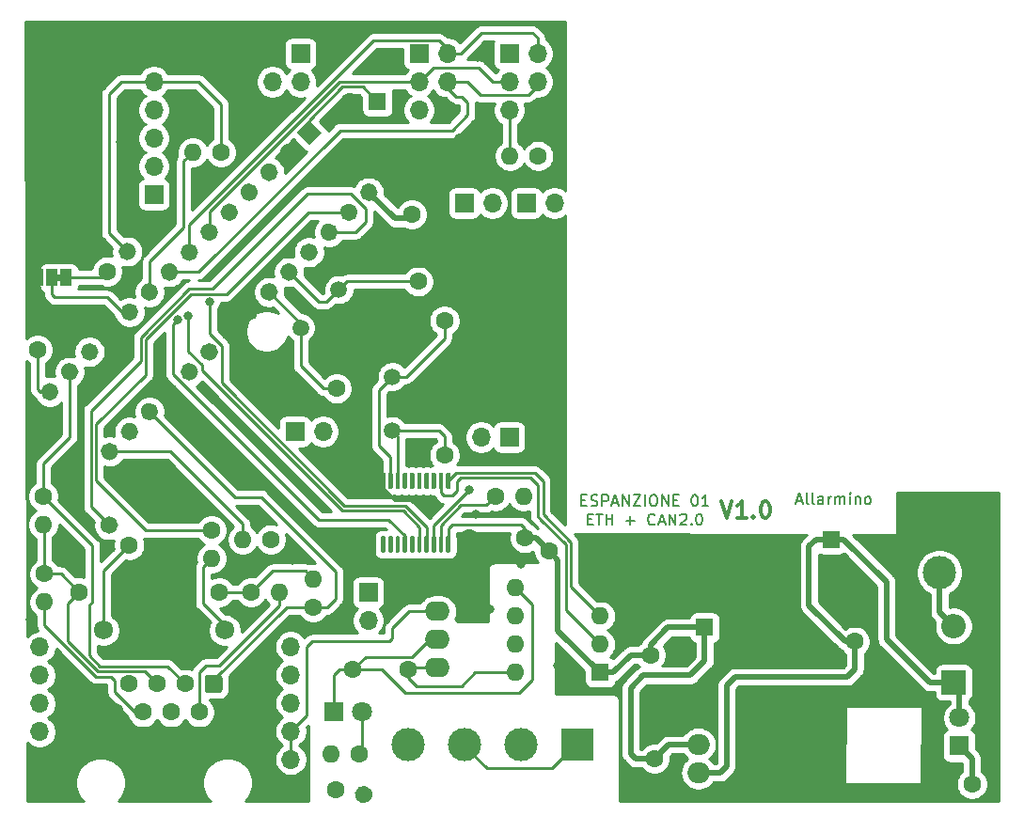
<source format=gbr>
%TF.GenerationSoftware,KiCad,Pcbnew,(5.1.9)-1*%
%TF.CreationDate,2022-05-14T18:30:03+02:00*%
%TF.ProjectId,Espanzione_01,45737061-6e7a-4696-9f6e-655f30312e6b,rev?*%
%TF.SameCoordinates,Original*%
%TF.FileFunction,Copper,L1,Top*%
%TF.FilePolarity,Positive*%
%FSLAX46Y46*%
G04 Gerber Fmt 4.6, Leading zero omitted, Abs format (unit mm)*
G04 Created by KiCad (PCBNEW (5.1.9)-1) date 2022-05-14 18:30:03*
%MOMM*%
%LPD*%
G01*
G04 APERTURE LIST*
%TA.AperFunction,NonConductor*%
%ADD10C,0.300000*%
%TD*%
%TA.AperFunction,NonConductor*%
%ADD11C,0.200000*%
%TD*%
%TA.AperFunction,EtchedComponent*%
%ADD12C,0.100000*%
%TD*%
%TA.AperFunction,ComponentPad*%
%ADD13R,1.700000X1.700000*%
%TD*%
%TA.AperFunction,ComponentPad*%
%ADD14O,1.700000X1.700000*%
%TD*%
%TA.AperFunction,ComponentPad*%
%ADD15C,1.600000*%
%TD*%
%TA.AperFunction,ComponentPad*%
%ADD16O,1.600000X1.600000*%
%TD*%
%TA.AperFunction,ComponentPad*%
%ADD17R,1.600000X1.600000*%
%TD*%
%TA.AperFunction,ComponentPad*%
%ADD18R,3.000000X3.000000*%
%TD*%
%TA.AperFunction,ComponentPad*%
%ADD19C,3.000000*%
%TD*%
%TA.AperFunction,ComponentPad*%
%ADD20C,1.720000*%
%TD*%
%TA.AperFunction,ComponentPad*%
%ADD21C,2.200000*%
%TD*%
%TA.AperFunction,ComponentPad*%
%ADD22C,1.800000*%
%TD*%
%TA.AperFunction,ComponentPad*%
%ADD23R,1.800000X1.800000*%
%TD*%
%TA.AperFunction,ComponentPad*%
%ADD24C,0.100000*%
%TD*%
%TA.AperFunction,ComponentPad*%
%ADD25O,2.250000X1.750000*%
%TD*%
%TA.AperFunction,ComponentPad*%
%ADD26R,2.250000X1.750000*%
%TD*%
%TA.AperFunction,ComponentPad*%
%ADD27C,1.500000*%
%TD*%
%TA.AperFunction,SMDPad,CuDef*%
%ADD28R,1.000000X1.500000*%
%TD*%
%TA.AperFunction,ComponentPad*%
%ADD29R,2.200000X2.200000*%
%TD*%
%TA.AperFunction,ComponentPad*%
%ADD30O,2.200000X2.200000*%
%TD*%
%TA.AperFunction,ComponentPad*%
%ADD31R,2.000000X1.905000*%
%TD*%
%TA.AperFunction,ComponentPad*%
%ADD32O,2.000000X1.905000*%
%TD*%
%TA.AperFunction,ViaPad*%
%ADD33C,0.800000*%
%TD*%
%TA.AperFunction,Conductor*%
%ADD34C,0.500000*%
%TD*%
%TA.AperFunction,Conductor*%
%ADD35C,0.250000*%
%TD*%
%TA.AperFunction,Conductor*%
%ADD36C,0.254000*%
%TD*%
%TA.AperFunction,Conductor*%
%ADD37C,0.100000*%
%TD*%
G04 APERTURE END LIST*
D10*
X139446285Y-78426571D02*
X139946285Y-79926571D01*
X140446285Y-78426571D01*
X141732000Y-79926571D02*
X140874857Y-79926571D01*
X141303428Y-79926571D02*
X141303428Y-78426571D01*
X141160571Y-78640857D01*
X141017714Y-78783714D01*
X140874857Y-78855142D01*
X142374857Y-79783714D02*
X142446285Y-79855142D01*
X142374857Y-79926571D01*
X142303428Y-79855142D01*
X142374857Y-79783714D01*
X142374857Y-79926571D01*
X143374857Y-78426571D02*
X143517714Y-78426571D01*
X143660571Y-78498000D01*
X143732000Y-78569428D01*
X143803428Y-78712285D01*
X143874857Y-78998000D01*
X143874857Y-79355142D01*
X143803428Y-79640857D01*
X143732000Y-79783714D01*
X143660571Y-79855142D01*
X143517714Y-79926571D01*
X143374857Y-79926571D01*
X143232000Y-79855142D01*
X143160571Y-79783714D01*
X143089142Y-79640857D01*
X143017714Y-79355142D01*
X143017714Y-78998000D01*
X143089142Y-78712285D01*
X143160571Y-78569428D01*
X143232000Y-78498000D01*
X143374857Y-78426571D01*
D11*
X146272666Y-78398666D02*
X146748857Y-78398666D01*
X146177428Y-78684380D02*
X146510761Y-77684380D01*
X146844095Y-78684380D01*
X147320285Y-78684380D02*
X147225047Y-78636761D01*
X147177428Y-78541523D01*
X147177428Y-77684380D01*
X147844095Y-78684380D02*
X147748857Y-78636761D01*
X147701238Y-78541523D01*
X147701238Y-77684380D01*
X148653619Y-78684380D02*
X148653619Y-78160571D01*
X148606000Y-78065333D01*
X148510761Y-78017714D01*
X148320285Y-78017714D01*
X148225047Y-78065333D01*
X148653619Y-78636761D02*
X148558380Y-78684380D01*
X148320285Y-78684380D01*
X148225047Y-78636761D01*
X148177428Y-78541523D01*
X148177428Y-78446285D01*
X148225047Y-78351047D01*
X148320285Y-78303428D01*
X148558380Y-78303428D01*
X148653619Y-78255809D01*
X149129809Y-78684380D02*
X149129809Y-78017714D01*
X149129809Y-78208190D02*
X149177428Y-78112952D01*
X149225047Y-78065333D01*
X149320285Y-78017714D01*
X149415523Y-78017714D01*
X149748857Y-78684380D02*
X149748857Y-78017714D01*
X149748857Y-78112952D02*
X149796476Y-78065333D01*
X149891714Y-78017714D01*
X150034571Y-78017714D01*
X150129809Y-78065333D01*
X150177428Y-78160571D01*
X150177428Y-78684380D01*
X150177428Y-78160571D02*
X150225047Y-78065333D01*
X150320285Y-78017714D01*
X150463142Y-78017714D01*
X150558380Y-78065333D01*
X150606000Y-78160571D01*
X150606000Y-78684380D01*
X151082190Y-78684380D02*
X151082190Y-78017714D01*
X151082190Y-77684380D02*
X151034571Y-77732000D01*
X151082190Y-77779619D01*
X151129809Y-77732000D01*
X151082190Y-77684380D01*
X151082190Y-77779619D01*
X151558380Y-78017714D02*
X151558380Y-78684380D01*
X151558380Y-78112952D02*
X151606000Y-78065333D01*
X151701238Y-78017714D01*
X151844095Y-78017714D01*
X151939333Y-78065333D01*
X151986952Y-78160571D01*
X151986952Y-78684380D01*
X152606000Y-78684380D02*
X152510761Y-78636761D01*
X152463142Y-78589142D01*
X152415523Y-78493904D01*
X152415523Y-78208190D01*
X152463142Y-78112952D01*
X152510761Y-78065333D01*
X152606000Y-78017714D01*
X152748857Y-78017714D01*
X152844095Y-78065333D01*
X152891714Y-78112952D01*
X152939333Y-78208190D01*
X152939333Y-78493904D01*
X152891714Y-78589142D01*
X152844095Y-78636761D01*
X152748857Y-78684380D01*
X152606000Y-78684380D01*
X126897523Y-78326571D02*
X127230857Y-78326571D01*
X127373714Y-78850380D02*
X126897523Y-78850380D01*
X126897523Y-77850380D01*
X127373714Y-77850380D01*
X127754666Y-78802761D02*
X127897523Y-78850380D01*
X128135619Y-78850380D01*
X128230857Y-78802761D01*
X128278476Y-78755142D01*
X128326095Y-78659904D01*
X128326095Y-78564666D01*
X128278476Y-78469428D01*
X128230857Y-78421809D01*
X128135619Y-78374190D01*
X127945142Y-78326571D01*
X127849904Y-78278952D01*
X127802285Y-78231333D01*
X127754666Y-78136095D01*
X127754666Y-78040857D01*
X127802285Y-77945619D01*
X127849904Y-77898000D01*
X127945142Y-77850380D01*
X128183238Y-77850380D01*
X128326095Y-77898000D01*
X128754666Y-78850380D02*
X128754666Y-77850380D01*
X129135619Y-77850380D01*
X129230857Y-77898000D01*
X129278476Y-77945619D01*
X129326095Y-78040857D01*
X129326095Y-78183714D01*
X129278476Y-78278952D01*
X129230857Y-78326571D01*
X129135619Y-78374190D01*
X128754666Y-78374190D01*
X129707047Y-78564666D02*
X130183238Y-78564666D01*
X129611809Y-78850380D02*
X129945142Y-77850380D01*
X130278476Y-78850380D01*
X130611809Y-78850380D02*
X130611809Y-77850380D01*
X131183238Y-78850380D01*
X131183238Y-77850380D01*
X131564190Y-77850380D02*
X132230857Y-77850380D01*
X131564190Y-78850380D01*
X132230857Y-78850380D01*
X132611809Y-78850380D02*
X132611809Y-77850380D01*
X133278476Y-77850380D02*
X133468952Y-77850380D01*
X133564190Y-77898000D01*
X133659428Y-77993238D01*
X133707047Y-78183714D01*
X133707047Y-78517047D01*
X133659428Y-78707523D01*
X133564190Y-78802761D01*
X133468952Y-78850380D01*
X133278476Y-78850380D01*
X133183238Y-78802761D01*
X133088000Y-78707523D01*
X133040380Y-78517047D01*
X133040380Y-78183714D01*
X133088000Y-77993238D01*
X133183238Y-77898000D01*
X133278476Y-77850380D01*
X134135619Y-78850380D02*
X134135619Y-77850380D01*
X134707047Y-78850380D01*
X134707047Y-77850380D01*
X135183238Y-78326571D02*
X135516571Y-78326571D01*
X135659428Y-78850380D02*
X135183238Y-78850380D01*
X135183238Y-77850380D01*
X135659428Y-77850380D01*
X137040380Y-77850380D02*
X137135619Y-77850380D01*
X137230857Y-77898000D01*
X137278476Y-77945619D01*
X137326095Y-78040857D01*
X137373714Y-78231333D01*
X137373714Y-78469428D01*
X137326095Y-78659904D01*
X137278476Y-78755142D01*
X137230857Y-78802761D01*
X137135619Y-78850380D01*
X137040380Y-78850380D01*
X136945142Y-78802761D01*
X136897523Y-78755142D01*
X136849904Y-78659904D01*
X136802285Y-78469428D01*
X136802285Y-78231333D01*
X136849904Y-78040857D01*
X136897523Y-77945619D01*
X136945142Y-77898000D01*
X137040380Y-77850380D01*
X138326095Y-78850380D02*
X137754666Y-78850380D01*
X138040380Y-78850380D02*
X138040380Y-77850380D01*
X137945142Y-77993238D01*
X137849904Y-78088476D01*
X137754666Y-78136095D01*
X127445142Y-80026571D02*
X127778476Y-80026571D01*
X127921333Y-80550380D02*
X127445142Y-80550380D01*
X127445142Y-79550380D01*
X127921333Y-79550380D01*
X128207047Y-79550380D02*
X128778476Y-79550380D01*
X128492761Y-80550380D02*
X128492761Y-79550380D01*
X129111809Y-80550380D02*
X129111809Y-79550380D01*
X129111809Y-80026571D02*
X129683238Y-80026571D01*
X129683238Y-80550380D02*
X129683238Y-79550380D01*
X130921333Y-80169428D02*
X131683238Y-80169428D01*
X131302285Y-80550380D02*
X131302285Y-79788476D01*
X133492761Y-80455142D02*
X133445142Y-80502761D01*
X133302285Y-80550380D01*
X133207047Y-80550380D01*
X133064190Y-80502761D01*
X132968952Y-80407523D01*
X132921333Y-80312285D01*
X132873714Y-80121809D01*
X132873714Y-79978952D01*
X132921333Y-79788476D01*
X132968952Y-79693238D01*
X133064190Y-79598000D01*
X133207047Y-79550380D01*
X133302285Y-79550380D01*
X133445142Y-79598000D01*
X133492761Y-79645619D01*
X133873714Y-80264666D02*
X134349904Y-80264666D01*
X133778476Y-80550380D02*
X134111809Y-79550380D01*
X134445142Y-80550380D01*
X134778476Y-80550380D02*
X134778476Y-79550380D01*
X135349904Y-80550380D01*
X135349904Y-79550380D01*
X135778476Y-79645619D02*
X135826095Y-79598000D01*
X135921333Y-79550380D01*
X136159428Y-79550380D01*
X136254666Y-79598000D01*
X136302285Y-79645619D01*
X136349904Y-79740857D01*
X136349904Y-79836095D01*
X136302285Y-79978952D01*
X135730857Y-80550380D01*
X136349904Y-80550380D01*
X136778476Y-80455142D02*
X136826095Y-80502761D01*
X136778476Y-80550380D01*
X136730857Y-80502761D01*
X136778476Y-80455142D01*
X136778476Y-80550380D01*
X137445142Y-79550380D02*
X137540380Y-79550380D01*
X137635619Y-79598000D01*
X137683238Y-79645619D01*
X137730857Y-79740857D01*
X137778476Y-79931333D01*
X137778476Y-80169428D01*
X137730857Y-80359904D01*
X137683238Y-80455142D01*
X137635619Y-80502761D01*
X137540380Y-80550380D01*
X137445142Y-80550380D01*
X137349904Y-80502761D01*
X137302285Y-80455142D01*
X137254666Y-80359904D01*
X137207047Y-80169428D01*
X137207047Y-79931333D01*
X137254666Y-79740857D01*
X137302285Y-79645619D01*
X137349904Y-79598000D01*
X137445142Y-79550380D01*
D12*
%TO.C,CN13*%
G36*
X80084500Y-58593000D02*
G01*
X79584500Y-58593000D01*
X79584500Y-57993000D01*
X80084500Y-57993000D01*
X80084500Y-58593000D01*
G37*
%TD*%
D13*
%TO.P,U6_RIGHT1,1*%
%TO.N,GND*%
X100711000Y-104203500D03*
D14*
%TO.P,U6_RIGHT1,2*%
%TO.N,+3V3*%
X100711000Y-101663500D03*
%TO.P,U6_RIGHT1,3*%
X100711000Y-99123500D03*
%TO.P,U6_RIGHT1,4*%
%TO.N,Net-(U6_RIGHT1-Pad4)*%
X100711000Y-96583500D03*
%TO.P,U6_RIGHT1,5*%
%TO.N,Net-(U6_RIGHT1-Pad5)*%
X100711000Y-94043500D03*
%TO.P,U6_RIGHT1,6*%
%TO.N,/MISO*%
X100711000Y-91503500D03*
%TD*%
D15*
%TO.P,L1,1*%
%TO.N,Net-(C6-Pad1)*%
X98933000Y-81851500D03*
D16*
%TO.P,L1,2*%
%TO.N,+3V3*%
X96393000Y-81851500D03*
%TD*%
D17*
%TO.P,C1,1*%
%TO.N,+12V*%
X149352000Y-81844000D03*
D15*
%TO.P,C1,2*%
%TO.N,GND*%
X149352000Y-85344000D03*
%TD*%
%TO.P,C3,2*%
%TO.N,+3V3*%
X133477000Y-101600000D03*
%TO.P,C3,1*%
%TO.N,GND*%
X133477000Y-96600000D03*
%TD*%
%TO.P,C4,1*%
%TO.N,+3V3*%
X111633000Y-52578000D03*
%TO.P,C4,2*%
%TO.N,GND*%
X111633000Y-47578000D03*
%TD*%
%TO.P,C5,1*%
%TO.N,GND*%
X86661000Y-86614000D03*
%TO.P,C5,2*%
%TO.N,Net-(C5-Pad2)*%
X81661000Y-86614000D03*
%TD*%
%TO.P,C6,2*%
%TO.N,GND*%
X89281000Y-86614000D03*
%TO.P,C6,1*%
%TO.N,Net-(C6-Pad1)*%
X94281000Y-86614000D03*
%TD*%
%TO.P,C7,1*%
%TO.N,GND*%
X116776500Y-81724500D03*
%TO.P,C7,2*%
%TO.N,+3V3*%
X121776500Y-81724500D03*
%TD*%
%TO.P,C8,1*%
%TO.N,+3V3*%
X123968500Y-82931000D03*
%TO.P,C8,2*%
%TO.N,GND*%
X128968500Y-82931000D03*
%TD*%
%TO.P,C9,2*%
%TO.N,GND*%
X133096000Y-87265500D03*
%TO.P,C9,1*%
%TO.N,+3V3*%
X133096000Y-92265500D03*
%TD*%
%TO.P,C10,2*%
%TO.N,+3.3VA*%
X111315500Y-93599000D03*
%TO.P,C10,1*%
%TO.N,GNDPWR*%
X106315500Y-93599000D03*
%TD*%
D17*
%TO.P,C11,1*%
%TO.N,+3V3*%
X137985500Y-89789000D03*
D15*
%TO.P,C11,2*%
%TO.N,GND*%
X140485500Y-89789000D03*
%TD*%
%TO.P,C12,2*%
%TO.N,GND*%
X106021500Y-42418000D03*
D17*
%TO.P,C12,1*%
%TO.N,Net-(C12-Pad1)*%
X108521500Y-42418000D03*
%TD*%
D15*
%TO.P,C13,2*%
%TO.N,GND*%
X99838500Y-68262500D03*
%TO.P,C13,1*%
%TO.N,Net-(C13-Pad1)*%
X104838500Y-68262500D03*
%TD*%
%TO.P,C14,1*%
%TO.N,GND*%
X108648500Y-62166500D03*
%TO.P,C14,2*%
%TO.N,Net-(C14-Pad2)*%
X112184034Y-58630966D03*
%TD*%
%TO.P,C15,2*%
%TO.N,GND*%
X114554000Y-69278500D03*
%TO.P,C15,1*%
%TO.N,Net-(C15-Pad1)*%
X114554000Y-74278500D03*
%TD*%
%TO.P,C16,1*%
%TO.N,GND*%
X114554000Y-67166500D03*
%TO.P,C16,2*%
%TO.N,Net-(C16-Pad2)*%
X114554000Y-62166500D03*
%TD*%
D18*
%TO.P,CN1,1*%
%TO.N,GND*%
X159131000Y-79756000D03*
D19*
%TO.P,CN1,2*%
%TO.N,Net-(CN1-Pad2)*%
X159131000Y-84836000D03*
%TD*%
D20*
%TO.P,CN2,12*%
%TO.N,/LEDB*%
X83853500Y-90041000D03*
%TO.P,CN2,9*%
%TO.N,/LEDA*%
X94783500Y-90041000D03*
%TO.P,CN2,11*%
%TO.N,GND*%
X86393500Y-90041000D03*
%TO.P,CN2,10*%
X92243500Y-90041000D03*
D21*
%TO.P,CN2,SH*%
X81418500Y-100711000D03*
X97218500Y-100711000D03*
D15*
%TO.P,CN2,8*%
X84873500Y-97411000D03*
%TO.P,CN2,7*%
%TO.N,N/C*%
X86143500Y-94871000D03*
%TO.P,CN2,6*%
%TO.N,/TPIN-*%
X87413500Y-97411000D03*
%TO.P,CN2,5*%
%TO.N,Net-(C5-Pad2)*%
X88683500Y-94871000D03*
%TO.P,CN2,4*%
%TO.N,Net-(C6-Pad1)*%
X89953500Y-97411000D03*
%TO.P,CN2,3*%
%TO.N,/TPIN+*%
X91223500Y-94871000D03*
%TO.P,CN2,2*%
%TO.N,/TPOUT-*%
X92493500Y-97411000D03*
%TO.P,CN2,1*%
%TO.N,/TPOUT+*%
%TA.AperFunction,ComponentPad*%
G36*
G01*
X92963500Y-95423000D02*
X92963500Y-94319000D01*
G75*
G02*
X93211500Y-94071000I248000J0D01*
G01*
X94315500Y-94071000D01*
G75*
G02*
X94563500Y-94319000I0J-248000D01*
G01*
X94563500Y-95423000D01*
G75*
G02*
X94315500Y-95671000I-248000J0D01*
G01*
X93211500Y-95671000D01*
G75*
G02*
X92963500Y-95423000I0J248000D01*
G01*
G37*
%TD.AperFunction*%
%TD*%
D19*
%TO.P,CN3,2*%
%TO.N,Net-(CN3-Pad2)*%
X121412000Y-100330000D03*
%TO.P,CN3,3*%
%TO.N,Net-(CN3-Pad1)*%
X116332000Y-100330000D03*
D18*
%TO.P,CN3,1*%
X126492000Y-100330000D03*
D19*
%TO.P,CN3,4*%
%TO.N,Net-(CN3-Pad4)*%
X111252000Y-100330000D03*
%TD*%
D14*
%TO.P,CN4,4*%
%TO.N,Net-(CN4-Pad4)*%
X99060000Y-40640000D03*
%TO.P,CN4,3*%
%TO.N,GND*%
X99060000Y-38100000D03*
%TO.P,CN4,2*%
%TO.N,Net-(CN4-Pad2)*%
X101600000Y-40640000D03*
D13*
%TO.P,CN4,1*%
%TO.N,+3V3*%
X101600000Y-38100000D03*
%TD*%
%TO.P,CN5,1*%
%TO.N,Net-(CN5-Pad1)*%
X88392000Y-50800000D03*
D14*
%TO.P,CN5,2*%
%TO.N,Net-(CN5-Pad2)*%
X88392000Y-48260000D03*
%TO.P,CN5,3*%
%TO.N,Net-(CN5-Pad3)*%
X88392000Y-45720000D03*
%TO.P,CN5,4*%
%TO.N,Net-(CN5-Pad4)*%
X88392000Y-43180000D03*
%TO.P,CN5,5*%
%TO.N,+3V3*%
X88392000Y-40640000D03*
%TO.P,CN5,6*%
%TO.N,GND*%
X88392000Y-38100000D03*
%TD*%
D13*
%TO.P,CN11,1*%
%TO.N,+3V3*%
X112268000Y-38100000D03*
D14*
%TO.P,CN11,2*%
%TO.N,/MOSI*%
X114808000Y-38100000D03*
%TO.P,CN11,3*%
%TO.N,/MISO*%
X112268000Y-40640000D03*
%TO.P,CN11,4*%
%TO.N,/SCK*%
X114808000Y-40640000D03*
%TO.P,CN11,5*%
%TO.N,/CS_ETH*%
X112268000Y-43180000D03*
%TO.P,CN11,6*%
%TO.N,GND*%
X114808000Y-43180000D03*
%TD*%
%TO.P,CN12,6*%
%TO.N,GND*%
X122936000Y-43180000D03*
%TO.P,CN12,5*%
%TO.N,/CS_CAN*%
X120396000Y-43180000D03*
%TO.P,CN12,4*%
%TO.N,/SCK*%
X122936000Y-40640000D03*
%TO.P,CN12,3*%
%TO.N,/MISO*%
X120396000Y-40640000D03*
%TO.P,CN12,2*%
%TO.N,/MOSI*%
X122936000Y-38100000D03*
D13*
%TO.P,CN12,1*%
%TO.N,+3V3*%
X120396000Y-38100000D03*
%TD*%
D22*
%TO.P,LD1,2*%
%TO.N,+12V*%
X160909000Y-97917000D03*
D23*
%TO.P,LD1,1*%
%TO.N,Net-(LD1-Pad1)*%
X160909000Y-100457000D03*
%TD*%
%TO.P,LD2,1*%
%TO.N,GNDPWR*%
X104584500Y-97345500D03*
D22*
%TO.P,LD2,2*%
%TO.N,Net-(LD2-Pad2)*%
X107124500Y-97345500D03*
%TD*%
D15*
%TO.P,R1,1*%
%TO.N,Net-(LD1-Pad1)*%
X162052000Y-103886000D03*
D16*
%TO.P,R1,2*%
%TO.N,GND*%
X159512000Y-103886000D03*
%TD*%
D15*
%TO.P,R2,1*%
%TO.N,Net-(CN13-Pad1)*%
X84201000Y-57721500D03*
%TO.P,R2,2*%
%TO.N,+3V3*%
%TA.AperFunction,ComponentPad*%
G36*
G01*
X85431366Y-56491134D02*
X85431366Y-56491134D01*
G75*
G02*
X85431366Y-55359764I565685J565685D01*
G01*
X85431366Y-55359764D01*
G75*
G02*
X86562736Y-55359764I565685J-565685D01*
G01*
X86562736Y-55359764D01*
G75*
G02*
X86562736Y-56491134I-565685J-565685D01*
G01*
X86562736Y-56491134D01*
G75*
G02*
X85431366Y-56491134I-565685J565685D01*
G01*
G37*
%TD.AperFunction*%
%TD*%
%TO.P,R3,1*%
%TO.N,+3V3*%
X94424500Y-46990000D03*
D16*
%TO.P,R3,2*%
%TO.N,/CS_ETH*%
X91884500Y-46990000D03*
%TD*%
%TO.P,R4,2*%
%TO.N,/CS_CAN*%
X120459500Y-47307500D03*
D15*
%TO.P,R4,1*%
%TO.N,+3V3*%
X122999500Y-47307500D03*
%TD*%
D16*
%TO.P,R5,2*%
%TO.N,+3V3*%
X121666000Y-77978000D03*
D15*
%TO.P,R5,1*%
%TO.N,Net-(R5-Pad1)*%
X119126000Y-77978000D03*
%TD*%
%TO.P,R6,1*%
%TO.N,Net-(LD2-Pad2)*%
X106870500Y-101219000D03*
D16*
%TO.P,R6,2*%
%TO.N,+3.3VA*%
X104330500Y-101219000D03*
%TD*%
%TO.P,R7,2*%
%TO.N,Net-(CN3-Pad2)*%
%TA.AperFunction,ComponentPad*%
G36*
G01*
X106488566Y-104696147D02*
X106488566Y-104696147D01*
G75*
G02*
X107415331Y-104047220I787846J-138919D01*
G01*
X107415331Y-104047220D01*
G75*
G02*
X108064258Y-104973985I-138919J-787846D01*
G01*
X108064258Y-104973985D01*
G75*
G02*
X107137493Y-105622912I-787846J138919D01*
G01*
X107137493Y-105622912D01*
G75*
G02*
X106488566Y-104696147I138919J787846D01*
G01*
G37*
%TD.AperFunction*%
D15*
%TO.P,R7,1*%
%TO.N,Net-(CN3-Pad4)*%
X104775000Y-104394000D03*
%TD*%
%TO.P,R8,1*%
%TO.N,Net-(R8-Pad1)*%
X93599000Y-81026000D03*
D16*
%TO.P,R8,2*%
%TO.N,/LEDA*%
X93599000Y-83566000D03*
%TD*%
%TO.P,R9,2*%
%TO.N,Net-(R9-Pad2)*%
%TA.AperFunction,ComponentPad*%
G36*
G01*
X84939134Y-81129134D02*
X84939134Y-81129134D01*
G75*
G02*
X83807764Y-81129134I-565685J565685D01*
G01*
X83807764Y-81129134D01*
G75*
G02*
X83807764Y-79997764I565685J565685D01*
G01*
X83807764Y-79997764D01*
G75*
G02*
X84939134Y-79997764I565685J-565685D01*
G01*
X84939134Y-79997764D01*
G75*
G02*
X84939134Y-81129134I-565685J-565685D01*
G01*
G37*
%TD.AperFunction*%
D15*
%TO.P,R9,1*%
%TO.N,/LEDB*%
X86169500Y-82359500D03*
%TD*%
D16*
%TO.P,R10,2*%
%TO.N,GND*%
X77914500Y-62230000D03*
D15*
%TO.P,R10,1*%
%TO.N,Net-(R10-Pad1)*%
X77914500Y-64770000D03*
%TD*%
%TO.P,R11,1*%
%TO.N,/TPIN+*%
X78422500Y-77978000D03*
D16*
%TO.P,R11,2*%
%TO.N,Net-(C5-Pad2)*%
X78422500Y-80518000D03*
%TD*%
%TO.P,R12,2*%
%TO.N,/TPIN-*%
X78549500Y-87503000D03*
D15*
%TO.P,R12,1*%
%TO.N,Net-(C5-Pad2)*%
X78549500Y-84963000D03*
%TD*%
%TO.P,R13,1*%
%TO.N,Net-(C6-Pad1)*%
X97155000Y-86614000D03*
D16*
%TO.P,R13,2*%
%TO.N,/TPOUT-*%
X99695000Y-86614000D03*
%TD*%
%TO.P,R14,2*%
%TO.N,Net-(C6-Pad1)*%
X102743000Y-85407500D03*
D15*
%TO.P,R14,1*%
%TO.N,/TPOUT+*%
X102743000Y-87947500D03*
%TD*%
%TA.AperFunction,ComponentPad*%
D24*
%TO.P,U2,1*%
%TO.N,Net-(C12-Pad1)*%
G36*
X101230629Y-45212000D02*
G01*
X102362000Y-44080629D01*
X103493371Y-45212000D01*
X102362000Y-46343371D01*
X101230629Y-45212000D01*
G37*
%TD.AperFunction*%
%TO.P,U2,15*%
%TO.N,+3V3*%
%TA.AperFunction,ComponentPad*%
G36*
G01*
X83835803Y-73383135D02*
X83835803Y-73383135D01*
G75*
G02*
X84967173Y-73383135I565685J-565685D01*
G01*
X84967173Y-73383135D01*
G75*
G02*
X84967173Y-74514505I-565685J-565685D01*
G01*
X84967173Y-74514505D01*
G75*
G02*
X83835803Y-74514505I-565685J565685D01*
G01*
X83835803Y-74514505D01*
G75*
G02*
X83835803Y-73383135I565685J565685D01*
G01*
G37*
%TD.AperFunction*%
%TO.P,U2,2*%
%TO.N,GND*%
%TA.AperFunction,ComponentPad*%
G36*
G01*
X100000264Y-46442366D02*
X100000264Y-46442366D01*
G75*
G02*
X101131634Y-46442366I565685J-565685D01*
G01*
X101131634Y-46442366D01*
G75*
G02*
X101131634Y-47573736I-565685J-565685D01*
G01*
X101131634Y-47573736D01*
G75*
G02*
X100000264Y-47573736I-565685J565685D01*
G01*
X100000264Y-47573736D01*
G75*
G02*
X100000264Y-46442366I565685J565685D01*
G01*
G37*
%TD.AperFunction*%
%TO.P,U2,16*%
%TO.N,/TPOUT-*%
%TA.AperFunction,ComponentPad*%
G36*
G01*
X85631854Y-71587083D02*
X85631854Y-71587083D01*
G75*
G02*
X86763224Y-71587083I565685J-565685D01*
G01*
X86763224Y-71587083D01*
G75*
G02*
X86763224Y-72718453I-565685J-565685D01*
G01*
X86763224Y-72718453D01*
G75*
G02*
X85631854Y-72718453I-565685J565685D01*
G01*
X85631854Y-72718453D01*
G75*
G02*
X85631854Y-71587083I565685J565685D01*
G01*
G37*
%TD.AperFunction*%
%TO.P,U2,3*%
%TO.N,Net-(U2-Pad3)*%
%TA.AperFunction,ComponentPad*%
G36*
G01*
X98204213Y-48238417D02*
X98204213Y-48238417D01*
G75*
G02*
X99335583Y-48238417I565685J-565685D01*
G01*
X99335583Y-48238417D01*
G75*
G02*
X99335583Y-49369787I-565685J-565685D01*
G01*
X99335583Y-49369787D01*
G75*
G02*
X98204213Y-49369787I-565685J565685D01*
G01*
X98204213Y-49369787D01*
G75*
G02*
X98204213Y-48238417I565685J565685D01*
G01*
G37*
%TD.AperFunction*%
%TO.P,U2,17*%
%TO.N,/TPOUT+*%
%TA.AperFunction,ComponentPad*%
G36*
G01*
X87427905Y-69791032D02*
X87427905Y-69791032D01*
G75*
G02*
X88559275Y-69791032I565685J-565685D01*
G01*
X88559275Y-69791032D01*
G75*
G02*
X88559275Y-70922402I-565685J-565685D01*
G01*
X88559275Y-70922402D01*
G75*
G02*
X87427905Y-70922402I-565685J565685D01*
G01*
X87427905Y-70922402D01*
G75*
G02*
X87427905Y-69791032I565685J565685D01*
G01*
G37*
%TD.AperFunction*%
%TO.P,U2,4*%
%TO.N,Net-(U2-Pad4)*%
%TA.AperFunction,ComponentPad*%
G36*
G01*
X96408161Y-50034469D02*
X96408161Y-50034469D01*
G75*
G02*
X97539531Y-50034469I565685J-565685D01*
G01*
X97539531Y-50034469D01*
G75*
G02*
X97539531Y-51165839I-565685J-565685D01*
G01*
X97539531Y-51165839D01*
G75*
G02*
X96408161Y-51165839I-565685J565685D01*
G01*
X96408161Y-51165839D01*
G75*
G02*
X96408161Y-50034469I565685J565685D01*
G01*
G37*
%TD.AperFunction*%
%TO.P,U2,18*%
%TO.N,GND*%
%TA.AperFunction,ComponentPad*%
G36*
G01*
X89223956Y-67994981D02*
X89223956Y-67994981D01*
G75*
G02*
X90355326Y-67994981I565685J-565685D01*
G01*
X90355326Y-67994981D01*
G75*
G02*
X90355326Y-69126351I-565685J-565685D01*
G01*
X90355326Y-69126351D01*
G75*
G02*
X89223956Y-69126351I-565685J565685D01*
G01*
X89223956Y-69126351D01*
G75*
G02*
X89223956Y-67994981I565685J565685D01*
G01*
G37*
%TD.AperFunction*%
%TO.P,U2,5*%
%TO.N,Net-(U2-Pad5)*%
%TA.AperFunction,ComponentPad*%
G36*
G01*
X94612110Y-51830520D02*
X94612110Y-51830520D01*
G75*
G02*
X95743480Y-51830520I565685J-565685D01*
G01*
X95743480Y-51830520D01*
G75*
G02*
X95743480Y-52961890I-565685J-565685D01*
G01*
X95743480Y-52961890D01*
G75*
G02*
X94612110Y-52961890I-565685J565685D01*
G01*
X94612110Y-52961890D01*
G75*
G02*
X94612110Y-51830520I565685J565685D01*
G01*
G37*
%TD.AperFunction*%
%TO.P,U2,19*%
%TO.N,+3V3*%
%TA.AperFunction,ComponentPad*%
G36*
G01*
X91020008Y-66198930D02*
X91020008Y-66198930D01*
G75*
G02*
X92151378Y-66198930I565685J-565685D01*
G01*
X92151378Y-66198930D01*
G75*
G02*
X92151378Y-67330300I-565685J-565685D01*
G01*
X92151378Y-67330300D01*
G75*
G02*
X91020008Y-67330300I-565685J565685D01*
G01*
X91020008Y-67330300D01*
G75*
G02*
X91020008Y-66198930I565685J565685D01*
G01*
G37*
%TD.AperFunction*%
%TO.P,U2,6*%
%TO.N,/MISO*%
%TA.AperFunction,ComponentPad*%
G36*
G01*
X92816059Y-53626571D02*
X92816059Y-53626571D01*
G75*
G02*
X93947429Y-53626571I565685J-565685D01*
G01*
X93947429Y-53626571D01*
G75*
G02*
X93947429Y-54757941I-565685J-565685D01*
G01*
X93947429Y-54757941D01*
G75*
G02*
X92816059Y-54757941I-565685J565685D01*
G01*
X92816059Y-54757941D01*
G75*
G02*
X92816059Y-53626571I565685J565685D01*
G01*
G37*
%TD.AperFunction*%
%TO.P,U2,20*%
%TO.N,+3V3*%
%TA.AperFunction,ComponentPad*%
G36*
G01*
X92816059Y-64402878D02*
X92816059Y-64402878D01*
G75*
G02*
X93947429Y-64402878I565685J-565685D01*
G01*
X93947429Y-64402878D01*
G75*
G02*
X93947429Y-65534248I-565685J-565685D01*
G01*
X93947429Y-65534248D01*
G75*
G02*
X92816059Y-65534248I-565685J565685D01*
G01*
X92816059Y-65534248D01*
G75*
G02*
X92816059Y-64402878I565685J565685D01*
G01*
G37*
%TD.AperFunction*%
%TO.P,U2,7*%
%TO.N,/MOSI*%
%TA.AperFunction,ComponentPad*%
G36*
G01*
X91020008Y-55422622D02*
X91020008Y-55422622D01*
G75*
G02*
X92151378Y-55422622I565685J-565685D01*
G01*
X92151378Y-55422622D01*
G75*
G02*
X92151378Y-56553992I-565685J-565685D01*
G01*
X92151378Y-56553992D01*
G75*
G02*
X91020008Y-56553992I-565685J565685D01*
G01*
X91020008Y-56553992D01*
G75*
G02*
X91020008Y-55422622I565685J565685D01*
G01*
G37*
%TD.AperFunction*%
%TO.P,U2,21*%
%TO.N,GND*%
%TA.AperFunction,ComponentPad*%
G36*
G01*
X94612110Y-62606827D02*
X94612110Y-62606827D01*
G75*
G02*
X95743480Y-62606827I565685J-565685D01*
G01*
X95743480Y-62606827D01*
G75*
G02*
X95743480Y-63738197I-565685J-565685D01*
G01*
X95743480Y-63738197D01*
G75*
G02*
X94612110Y-63738197I-565685J565685D01*
G01*
X94612110Y-63738197D01*
G75*
G02*
X94612110Y-62606827I565685J565685D01*
G01*
G37*
%TD.AperFunction*%
%TO.P,U2,8*%
%TO.N,/SCK*%
%TA.AperFunction,ComponentPad*%
G36*
G01*
X89223956Y-57218674D02*
X89223956Y-57218674D01*
G75*
G02*
X90355326Y-57218674I565685J-565685D01*
G01*
X90355326Y-57218674D01*
G75*
G02*
X90355326Y-58350044I-565685J-565685D01*
G01*
X90355326Y-58350044D01*
G75*
G02*
X89223956Y-58350044I-565685J565685D01*
G01*
X89223956Y-58350044D01*
G75*
G02*
X89223956Y-57218674I565685J565685D01*
G01*
G37*
%TD.AperFunction*%
%TO.P,U2,22*%
%TO.N,GND*%
%TA.AperFunction,ComponentPad*%
G36*
G01*
X96408161Y-60810776D02*
X96408161Y-60810776D01*
G75*
G02*
X97539531Y-60810776I565685J-565685D01*
G01*
X97539531Y-60810776D01*
G75*
G02*
X97539531Y-61942146I-565685J-565685D01*
G01*
X97539531Y-61942146D01*
G75*
G02*
X96408161Y-61942146I-565685J565685D01*
G01*
X96408161Y-61942146D01*
G75*
G02*
X96408161Y-60810776I565685J565685D01*
G01*
G37*
%TD.AperFunction*%
%TO.P,U2,9*%
%TO.N,/CS_ETH*%
%TA.AperFunction,ComponentPad*%
G36*
G01*
X87427905Y-59014725D02*
X87427905Y-59014725D01*
G75*
G02*
X88559275Y-59014725I565685J-565685D01*
G01*
X88559275Y-59014725D01*
G75*
G02*
X88559275Y-60146095I-565685J-565685D01*
G01*
X88559275Y-60146095D01*
G75*
G02*
X87427905Y-60146095I-565685J565685D01*
G01*
X87427905Y-60146095D01*
G75*
G02*
X87427905Y-59014725I565685J565685D01*
G01*
G37*
%TD.AperFunction*%
%TO.P,U2,23*%
%TO.N,Net-(C13-Pad1)*%
%TA.AperFunction,ComponentPad*%
G36*
G01*
X98204213Y-59014725D02*
X98204213Y-59014725D01*
G75*
G02*
X99335583Y-59014725I565685J-565685D01*
G01*
X99335583Y-59014725D01*
G75*
G02*
X99335583Y-60146095I-565685J-565685D01*
G01*
X99335583Y-60146095D01*
G75*
G02*
X98204213Y-60146095I-565685J565685D01*
G01*
X98204213Y-60146095D01*
G75*
G02*
X98204213Y-59014725I565685J565685D01*
G01*
G37*
%TD.AperFunction*%
%TO.P,U2,10*%
%TO.N,Net-(CN13-Pad2)*%
%TA.AperFunction,ComponentPad*%
G36*
G01*
X85631854Y-60810776D02*
X85631854Y-60810776D01*
G75*
G02*
X86763224Y-60810776I565685J-565685D01*
G01*
X86763224Y-60810776D01*
G75*
G02*
X86763224Y-61942146I-565685J-565685D01*
G01*
X86763224Y-61942146D01*
G75*
G02*
X85631854Y-61942146I-565685J565685D01*
G01*
X85631854Y-61942146D01*
G75*
G02*
X85631854Y-60810776I565685J565685D01*
G01*
G37*
%TD.AperFunction*%
%TO.P,U2,24*%
%TO.N,Net-(C14-Pad2)*%
%TA.AperFunction,ComponentPad*%
G36*
G01*
X100000264Y-57218674D02*
X100000264Y-57218674D01*
G75*
G02*
X101131634Y-57218674I565685J-565685D01*
G01*
X101131634Y-57218674D01*
G75*
G02*
X101131634Y-58350044I-565685J-565685D01*
G01*
X101131634Y-58350044D01*
G75*
G02*
X100000264Y-58350044I-565685J565685D01*
G01*
X100000264Y-58350044D01*
G75*
G02*
X100000264Y-57218674I565685J565685D01*
G01*
G37*
%TD.AperFunction*%
%TO.P,U2,11*%
%TO.N,GND*%
%TA.AperFunction,ComponentPad*%
G36*
G01*
X83835803Y-62606827D02*
X83835803Y-62606827D01*
G75*
G02*
X84967173Y-62606827I565685J-565685D01*
G01*
X84967173Y-62606827D01*
G75*
G02*
X84967173Y-63738197I-565685J-565685D01*
G01*
X84967173Y-63738197D01*
G75*
G02*
X83835803Y-63738197I-565685J565685D01*
G01*
X83835803Y-63738197D01*
G75*
G02*
X83835803Y-62606827I565685J565685D01*
G01*
G37*
%TD.AperFunction*%
%TO.P,U2,25*%
%TO.N,+3V3*%
%TA.AperFunction,ComponentPad*%
G36*
G01*
X101796315Y-55422622D02*
X101796315Y-55422622D01*
G75*
G02*
X102927685Y-55422622I565685J-565685D01*
G01*
X102927685Y-55422622D01*
G75*
G02*
X102927685Y-56553992I-565685J-565685D01*
G01*
X102927685Y-56553992D01*
G75*
G02*
X101796315Y-56553992I-565685J565685D01*
G01*
X101796315Y-56553992D01*
G75*
G02*
X101796315Y-55422622I565685J565685D01*
G01*
G37*
%TD.AperFunction*%
%TO.P,U2,12*%
%TO.N,/TPIN-*%
%TA.AperFunction,ComponentPad*%
G36*
G01*
X82039752Y-64402878D02*
X82039752Y-64402878D01*
G75*
G02*
X83171122Y-64402878I565685J-565685D01*
G01*
X83171122Y-64402878D01*
G75*
G02*
X83171122Y-65534248I-565685J-565685D01*
G01*
X83171122Y-65534248D01*
G75*
G02*
X82039752Y-65534248I-565685J565685D01*
G01*
X82039752Y-65534248D01*
G75*
G02*
X82039752Y-64402878I565685J565685D01*
G01*
G37*
%TD.AperFunction*%
%TO.P,U2,26*%
%TO.N,Net-(R9-Pad2)*%
%TA.AperFunction,ComponentPad*%
G36*
G01*
X103592366Y-53626571D02*
X103592366Y-53626571D01*
G75*
G02*
X104723736Y-53626571I565685J-565685D01*
G01*
X104723736Y-53626571D01*
G75*
G02*
X104723736Y-54757941I-565685J-565685D01*
G01*
X104723736Y-54757941D01*
G75*
G02*
X103592366Y-54757941I-565685J565685D01*
G01*
X103592366Y-54757941D01*
G75*
G02*
X103592366Y-53626571I565685J565685D01*
G01*
G37*
%TD.AperFunction*%
%TO.P,U2,13*%
%TO.N,/TPIN+*%
%TA.AperFunction,ComponentPad*%
G36*
G01*
X80243700Y-66198930D02*
X80243700Y-66198930D01*
G75*
G02*
X81375070Y-66198930I565685J-565685D01*
G01*
X81375070Y-66198930D01*
G75*
G02*
X81375070Y-67330300I-565685J-565685D01*
G01*
X81375070Y-67330300D01*
G75*
G02*
X80243700Y-67330300I-565685J565685D01*
G01*
X80243700Y-67330300D01*
G75*
G02*
X80243700Y-66198930I565685J565685D01*
G01*
G37*
%TD.AperFunction*%
%TO.P,U2,27*%
%TO.N,Net-(R8-Pad1)*%
%TA.AperFunction,ComponentPad*%
G36*
G01*
X105388417Y-51830520D02*
X105388417Y-51830520D01*
G75*
G02*
X106519787Y-51830520I565685J-565685D01*
G01*
X106519787Y-51830520D01*
G75*
G02*
X106519787Y-52961890I-565685J-565685D01*
G01*
X106519787Y-52961890D01*
G75*
G02*
X105388417Y-52961890I-565685J565685D01*
G01*
X105388417Y-52961890D01*
G75*
G02*
X105388417Y-51830520I565685J565685D01*
G01*
G37*
%TD.AperFunction*%
%TO.P,U2,14*%
%TO.N,Net-(R10-Pad1)*%
%TA.AperFunction,ComponentPad*%
G36*
G01*
X78447649Y-67994981D02*
X78447649Y-67994981D01*
G75*
G02*
X79579019Y-67994981I565685J-565685D01*
G01*
X79579019Y-67994981D01*
G75*
G02*
X79579019Y-69126351I-565685J-565685D01*
G01*
X79579019Y-69126351D01*
G75*
G02*
X78447649Y-69126351I-565685J565685D01*
G01*
X78447649Y-69126351D01*
G75*
G02*
X78447649Y-67994981I565685J565685D01*
G01*
G37*
%TD.AperFunction*%
%TO.P,U2,28*%
%TO.N,+3V3*%
%TA.AperFunction,ComponentPad*%
G36*
G01*
X107184469Y-50034469D02*
X107184469Y-50034469D01*
G75*
G02*
X108315839Y-50034469I565685J-565685D01*
G01*
X108315839Y-50034469D01*
G75*
G02*
X108315839Y-51165839I-565685J-565685D01*
G01*
X108315839Y-51165839D01*
G75*
G02*
X107184469Y-51165839I-565685J565685D01*
G01*
X107184469Y-51165839D01*
G75*
G02*
X107184469Y-50034469I565685J565685D01*
G01*
G37*
%TD.AperFunction*%
%TD*%
%TO.P,U3,1*%
%TO.N,Net-(U3-Pad1)*%
%TA.AperFunction,SMDPad,CuDef*%
G36*
G01*
X114798000Y-75843500D02*
X114998000Y-75843500D01*
G75*
G02*
X115098000Y-75943500I0J-100000D01*
G01*
X115098000Y-77218500D01*
G75*
G02*
X114998000Y-77318500I-100000J0D01*
G01*
X114798000Y-77318500D01*
G75*
G02*
X114698000Y-77218500I0J100000D01*
G01*
X114698000Y-75943500D01*
G75*
G02*
X114798000Y-75843500I100000J0D01*
G01*
G37*
%TD.AperFunction*%
%TO.P,U3,2*%
%TO.N,Net-(U3-Pad2)*%
%TA.AperFunction,SMDPad,CuDef*%
G36*
G01*
X114148000Y-75843500D02*
X114348000Y-75843500D01*
G75*
G02*
X114448000Y-75943500I0J-100000D01*
G01*
X114448000Y-77218500D01*
G75*
G02*
X114348000Y-77318500I-100000J0D01*
G01*
X114148000Y-77318500D01*
G75*
G02*
X114048000Y-77218500I0J100000D01*
G01*
X114048000Y-75943500D01*
G75*
G02*
X114148000Y-75843500I100000J0D01*
G01*
G37*
%TD.AperFunction*%
%TO.P,U3,3*%
%TO.N,Net-(U3-Pad3)*%
%TA.AperFunction,SMDPad,CuDef*%
G36*
G01*
X113498000Y-75843500D02*
X113698000Y-75843500D01*
G75*
G02*
X113798000Y-75943500I0J-100000D01*
G01*
X113798000Y-77218500D01*
G75*
G02*
X113698000Y-77318500I-100000J0D01*
G01*
X113498000Y-77318500D01*
G75*
G02*
X113398000Y-77218500I0J100000D01*
G01*
X113398000Y-75943500D01*
G75*
G02*
X113498000Y-75843500I100000J0D01*
G01*
G37*
%TD.AperFunction*%
%TO.P,U3,4*%
%TO.N,Net-(U3-Pad4)*%
%TA.AperFunction,SMDPad,CuDef*%
G36*
G01*
X112848000Y-75843500D02*
X113048000Y-75843500D01*
G75*
G02*
X113148000Y-75943500I0J-100000D01*
G01*
X113148000Y-77218500D01*
G75*
G02*
X113048000Y-77318500I-100000J0D01*
G01*
X112848000Y-77318500D01*
G75*
G02*
X112748000Y-77218500I0J100000D01*
G01*
X112748000Y-75943500D01*
G75*
G02*
X112848000Y-75843500I100000J0D01*
G01*
G37*
%TD.AperFunction*%
%TO.P,U3,5*%
%TO.N,Net-(U3-Pad5)*%
%TA.AperFunction,SMDPad,CuDef*%
G36*
G01*
X112198000Y-75843500D02*
X112398000Y-75843500D01*
G75*
G02*
X112498000Y-75943500I0J-100000D01*
G01*
X112498000Y-77218500D01*
G75*
G02*
X112398000Y-77318500I-100000J0D01*
G01*
X112198000Y-77318500D01*
G75*
G02*
X112098000Y-77218500I0J100000D01*
G01*
X112098000Y-75943500D01*
G75*
G02*
X112198000Y-75843500I100000J0D01*
G01*
G37*
%TD.AperFunction*%
%TO.P,U3,6*%
%TO.N,Net-(U3-Pad6)*%
%TA.AperFunction,SMDPad,CuDef*%
G36*
G01*
X111548000Y-75843500D02*
X111748000Y-75843500D01*
G75*
G02*
X111848000Y-75943500I0J-100000D01*
G01*
X111848000Y-77218500D01*
G75*
G02*
X111748000Y-77318500I-100000J0D01*
G01*
X111548000Y-77318500D01*
G75*
G02*
X111448000Y-77218500I0J100000D01*
G01*
X111448000Y-75943500D01*
G75*
G02*
X111548000Y-75843500I100000J0D01*
G01*
G37*
%TD.AperFunction*%
%TO.P,U3,7*%
%TO.N,Net-(U3-Pad7)*%
%TA.AperFunction,SMDPad,CuDef*%
G36*
G01*
X110898000Y-75843500D02*
X111098000Y-75843500D01*
G75*
G02*
X111198000Y-75943500I0J-100000D01*
G01*
X111198000Y-77218500D01*
G75*
G02*
X111098000Y-77318500I-100000J0D01*
G01*
X110898000Y-77318500D01*
G75*
G02*
X110798000Y-77218500I0J100000D01*
G01*
X110798000Y-75943500D01*
G75*
G02*
X110898000Y-75843500I100000J0D01*
G01*
G37*
%TD.AperFunction*%
%TO.P,U3,8*%
%TO.N,Net-(C15-Pad1)*%
%TA.AperFunction,SMDPad,CuDef*%
G36*
G01*
X110248000Y-75843500D02*
X110448000Y-75843500D01*
G75*
G02*
X110548000Y-75943500I0J-100000D01*
G01*
X110548000Y-77218500D01*
G75*
G02*
X110448000Y-77318500I-100000J0D01*
G01*
X110248000Y-77318500D01*
G75*
G02*
X110148000Y-77218500I0J100000D01*
G01*
X110148000Y-75943500D01*
G75*
G02*
X110248000Y-75843500I100000J0D01*
G01*
G37*
%TD.AperFunction*%
%TO.P,U3,9*%
%TO.N,Net-(C16-Pad2)*%
%TA.AperFunction,SMDPad,CuDef*%
G36*
G01*
X109598000Y-75843500D02*
X109798000Y-75843500D01*
G75*
G02*
X109898000Y-75943500I0J-100000D01*
G01*
X109898000Y-77218500D01*
G75*
G02*
X109798000Y-77318500I-100000J0D01*
G01*
X109598000Y-77318500D01*
G75*
G02*
X109498000Y-77218500I0J100000D01*
G01*
X109498000Y-75943500D01*
G75*
G02*
X109598000Y-75843500I100000J0D01*
G01*
G37*
%TD.AperFunction*%
%TO.P,U3,10*%
%TO.N,GND*%
%TA.AperFunction,SMDPad,CuDef*%
G36*
G01*
X108948000Y-75843500D02*
X109148000Y-75843500D01*
G75*
G02*
X109248000Y-75943500I0J-100000D01*
G01*
X109248000Y-77218500D01*
G75*
G02*
X109148000Y-77318500I-100000J0D01*
G01*
X108948000Y-77318500D01*
G75*
G02*
X108848000Y-77218500I0J100000D01*
G01*
X108848000Y-75943500D01*
G75*
G02*
X108948000Y-75843500I100000J0D01*
G01*
G37*
%TD.AperFunction*%
%TO.P,U3,11*%
%TO.N,Net-(U3-Pad11)*%
%TA.AperFunction,SMDPad,CuDef*%
G36*
G01*
X108948000Y-81568500D02*
X109148000Y-81568500D01*
G75*
G02*
X109248000Y-81668500I0J-100000D01*
G01*
X109248000Y-82943500D01*
G75*
G02*
X109148000Y-83043500I-100000J0D01*
G01*
X108948000Y-83043500D01*
G75*
G02*
X108848000Y-82943500I0J100000D01*
G01*
X108848000Y-81668500D01*
G75*
G02*
X108948000Y-81568500I100000J0D01*
G01*
G37*
%TD.AperFunction*%
%TO.P,U3,12*%
%TO.N,Net-(U3-Pad12)*%
%TA.AperFunction,SMDPad,CuDef*%
G36*
G01*
X109598000Y-81568500D02*
X109798000Y-81568500D01*
G75*
G02*
X109898000Y-81668500I0J-100000D01*
G01*
X109898000Y-82943500D01*
G75*
G02*
X109798000Y-83043500I-100000J0D01*
G01*
X109598000Y-83043500D01*
G75*
G02*
X109498000Y-82943500I0J100000D01*
G01*
X109498000Y-81668500D01*
G75*
G02*
X109598000Y-81568500I100000J0D01*
G01*
G37*
%TD.AperFunction*%
%TO.P,U3,13*%
%TO.N,Net-(U3-Pad13)*%
%TA.AperFunction,SMDPad,CuDef*%
G36*
G01*
X110248000Y-81568500D02*
X110448000Y-81568500D01*
G75*
G02*
X110548000Y-81668500I0J-100000D01*
G01*
X110548000Y-82943500D01*
G75*
G02*
X110448000Y-83043500I-100000J0D01*
G01*
X110248000Y-83043500D01*
G75*
G02*
X110148000Y-82943500I0J100000D01*
G01*
X110148000Y-81668500D01*
G75*
G02*
X110248000Y-81568500I100000J0D01*
G01*
G37*
%TD.AperFunction*%
%TO.P,U3,14*%
%TO.N,/SCK*%
%TA.AperFunction,SMDPad,CuDef*%
G36*
G01*
X110898000Y-81568500D02*
X111098000Y-81568500D01*
G75*
G02*
X111198000Y-81668500I0J-100000D01*
G01*
X111198000Y-82943500D01*
G75*
G02*
X111098000Y-83043500I-100000J0D01*
G01*
X110898000Y-83043500D01*
G75*
G02*
X110798000Y-82943500I0J100000D01*
G01*
X110798000Y-81668500D01*
G75*
G02*
X110898000Y-81568500I100000J0D01*
G01*
G37*
%TD.AperFunction*%
%TO.P,U3,15*%
%TO.N,Net-(U3-Pad15)*%
%TA.AperFunction,SMDPad,CuDef*%
G36*
G01*
X111548000Y-81568500D02*
X111748000Y-81568500D01*
G75*
G02*
X111848000Y-81668500I0J-100000D01*
G01*
X111848000Y-82943500D01*
G75*
G02*
X111748000Y-83043500I-100000J0D01*
G01*
X111548000Y-83043500D01*
G75*
G02*
X111448000Y-82943500I0J100000D01*
G01*
X111448000Y-81668500D01*
G75*
G02*
X111548000Y-81568500I100000J0D01*
G01*
G37*
%TD.AperFunction*%
%TO.P,U3,16*%
%TO.N,/MOSI*%
%TA.AperFunction,SMDPad,CuDef*%
G36*
G01*
X112198000Y-81568500D02*
X112398000Y-81568500D01*
G75*
G02*
X112498000Y-81668500I0J-100000D01*
G01*
X112498000Y-82943500D01*
G75*
G02*
X112398000Y-83043500I-100000J0D01*
G01*
X112198000Y-83043500D01*
G75*
G02*
X112098000Y-82943500I0J100000D01*
G01*
X112098000Y-81668500D01*
G75*
G02*
X112198000Y-81568500I100000J0D01*
G01*
G37*
%TD.AperFunction*%
%TO.P,U3,17*%
%TO.N,/MISO*%
%TA.AperFunction,SMDPad,CuDef*%
G36*
G01*
X112848000Y-81568500D02*
X113048000Y-81568500D01*
G75*
G02*
X113148000Y-81668500I0J-100000D01*
G01*
X113148000Y-82943500D01*
G75*
G02*
X113048000Y-83043500I-100000J0D01*
G01*
X112848000Y-83043500D01*
G75*
G02*
X112748000Y-82943500I0J100000D01*
G01*
X112748000Y-81668500D01*
G75*
G02*
X112848000Y-81568500I100000J0D01*
G01*
G37*
%TD.AperFunction*%
%TO.P,U3,18*%
%TO.N,/CS_CAN*%
%TA.AperFunction,SMDPad,CuDef*%
G36*
G01*
X113498000Y-81568500D02*
X113698000Y-81568500D01*
G75*
G02*
X113798000Y-81668500I0J-100000D01*
G01*
X113798000Y-82943500D01*
G75*
G02*
X113698000Y-83043500I-100000J0D01*
G01*
X113498000Y-83043500D01*
G75*
G02*
X113398000Y-82943500I0J100000D01*
G01*
X113398000Y-81668500D01*
G75*
G02*
X113498000Y-81568500I100000J0D01*
G01*
G37*
%TD.AperFunction*%
%TO.P,U3,19*%
%TO.N,Net-(R5-Pad1)*%
%TA.AperFunction,SMDPad,CuDef*%
G36*
G01*
X114148000Y-81568500D02*
X114348000Y-81568500D01*
G75*
G02*
X114448000Y-81668500I0J-100000D01*
G01*
X114448000Y-82943500D01*
G75*
G02*
X114348000Y-83043500I-100000J0D01*
G01*
X114148000Y-83043500D01*
G75*
G02*
X114048000Y-82943500I0J100000D01*
G01*
X114048000Y-81668500D01*
G75*
G02*
X114148000Y-81568500I100000J0D01*
G01*
G37*
%TD.AperFunction*%
%TO.P,U3,20*%
%TO.N,+3V3*%
%TA.AperFunction,SMDPad,CuDef*%
G36*
G01*
X114798000Y-81568500D02*
X114998000Y-81568500D01*
G75*
G02*
X115098000Y-81668500I0J-100000D01*
G01*
X115098000Y-82943500D01*
G75*
G02*
X114998000Y-83043500I-100000J0D01*
G01*
X114798000Y-83043500D01*
G75*
G02*
X114698000Y-82943500I0J100000D01*
G01*
X114698000Y-81668500D01*
G75*
G02*
X114798000Y-81568500I100000J0D01*
G01*
G37*
%TD.AperFunction*%
%TD*%
D25*
%TO.P,U5,4*%
%TO.N,+3.3VA*%
X113919000Y-93408500D03*
%TO.P,U5,3*%
%TO.N,GNDPWR*%
X113919000Y-90868500D03*
%TO.P,U5,2*%
%TO.N,+3V3*%
X113919000Y-88328500D03*
D26*
%TO.P,U5,1*%
%TO.N,GND*%
X113919000Y-85788500D03*
%TD*%
D27*
%TO.P,Y1,1*%
%TO.N,Net-(C13-Pad1)*%
X101600000Y-62801500D03*
%TO.P,Y1,2*%
%TO.N,Net-(C14-Pad2)*%
X105050681Y-59350819D03*
%TD*%
%TO.P,Y2,2*%
%TO.N,Net-(C15-Pad1)*%
X109855000Y-72072500D03*
%TO.P,Y2,1*%
%TO.N,Net-(C16-Pad2)*%
X109855000Y-67192500D03*
%TD*%
D15*
%TO.P,C2,1*%
%TO.N,+12V*%
X151511000Y-91059000D03*
%TO.P,C2,2*%
%TO.N,GND*%
X146511000Y-91059000D03*
%TD*%
D14*
%TO.P,CN6,2*%
%TO.N,Net-(CN6-Pad2)*%
X118872000Y-51562000D03*
D13*
%TO.P,CN6,1*%
%TO.N,Net-(CN6-Pad1)*%
X116332000Y-51562000D03*
%TD*%
%TO.P,CN7,1*%
%TO.N,Net-(CN7-Pad1)*%
X121920000Y-51562000D03*
D14*
%TO.P,CN7,2*%
%TO.N,Net-(CN7-Pad2)*%
X124460000Y-51562000D03*
%TD*%
%TO.P,CN8,2*%
%TO.N,Net-(CN8-Pad2)*%
X103632000Y-72136000D03*
D13*
%TO.P,CN8,1*%
%TO.N,Net-(CN8-Pad1)*%
X101092000Y-72136000D03*
%TD*%
%TO.P,CN9,1*%
%TO.N,Net-(CN9-Pad1)*%
X120396000Y-72644000D03*
D14*
%TO.P,CN9,2*%
%TO.N,Net-(CN9-Pad2)*%
X117856000Y-72644000D03*
%TD*%
D28*
%TO.P,CN13,1*%
%TO.N,Net-(CN13-Pad1)*%
X80484500Y-58293000D03*
%TO.P,CN13,3*%
%TO.N,GND*%
X77884500Y-58293000D03*
%TO.P,CN13,2*%
%TO.N,Net-(CN13-Pad2)*%
X79184500Y-58293000D03*
%TD*%
D29*
%TO.P,D1,1*%
%TO.N,+12V*%
X160401000Y-94742000D03*
D30*
%TO.P,D1,2*%
%TO.N,Net-(CN1-Pad2)*%
X160401000Y-89662000D03*
%TD*%
D31*
%TO.P,U1,1*%
%TO.N,GND*%
X137414000Y-97790000D03*
D32*
%TO.P,U1,2*%
%TO.N,+3V3*%
X137414000Y-100330000D03*
%TO.P,U1,3*%
%TO.N,+12V*%
X137414000Y-102870000D03*
%TD*%
D17*
%TO.P,U4,1*%
%TO.N,+3V3*%
X128587500Y-93853000D03*
D16*
%TO.P,U4,5*%
%TO.N,GNDPWR*%
X120967500Y-86233000D03*
%TO.P,U4,2*%
%TO.N,Net-(U3-Pad2)*%
X128587500Y-91313000D03*
%TO.P,U4,6*%
%TO.N,Net-(CN3-Pad2)*%
X120967500Y-88773000D03*
%TO.P,U4,3*%
%TO.N,Net-(U3-Pad1)*%
X128587500Y-88773000D03*
%TO.P,U4,7*%
%TO.N,Net-(CN3-Pad1)*%
X120967500Y-91313000D03*
%TO.P,U4,4*%
%TO.N,GND*%
X128587500Y-86233000D03*
%TO.P,U4,8*%
%TO.N,+3.3VA*%
X120967500Y-93853000D03*
%TD*%
D13*
%TO.P,CN10,1*%
%TO.N,Net-(CN10-Pad1)*%
X107696000Y-86614000D03*
D14*
%TO.P,CN10,2*%
%TO.N,Net-(CN10-Pad2)*%
X107696000Y-89154000D03*
%TD*%
%TO.P,U6_LEFT1,6*%
%TO.N,Net-(U6_LEFT1-Pad6)*%
X78105000Y-91567000D03*
%TO.P,U6_LEFT1,5*%
%TO.N,/CS_ETH*%
X78105000Y-94107000D03*
%TO.P,U6_LEFT1,4*%
%TO.N,/SCK*%
X78105000Y-96647000D03*
%TO.P,U6_LEFT1,3*%
%TO.N,/MOSI*%
X78105000Y-99187000D03*
%TO.P,U6_LEFT1,2*%
%TO.N,GND*%
X78105000Y-101727000D03*
D13*
%TO.P,U6_LEFT1,1*%
X78105000Y-104267000D03*
%TD*%
D33*
%TO.N,/MOSI*%
X91504910Y-61723410D03*
%TO.N,/MISO*%
X93381744Y-60482986D03*
%TO.N,/SCK*%
X90519955Y-62071955D03*
%TO.N,/CS_CAN*%
X116776500Y-77406500D03*
%TO.N,GND*%
X113538000Y-78359000D03*
X84836000Y-101092000D03*
X89154000Y-103124000D03*
X93726000Y-101219000D03*
X98806000Y-98298000D03*
X92964000Y-91948000D03*
X88138000Y-91694000D03*
X83820000Y-95758000D03*
X80518000Y-98806000D03*
X80518000Y-104140000D03*
X89154000Y-83820000D03*
X80010000Y-75438000D03*
X84328000Y-82804000D03*
X91694000Y-71120000D03*
X95504000Y-74930000D03*
X99314000Y-77724000D03*
X105664000Y-82042000D03*
X107696000Y-83566000D03*
X105156000Y-89408000D03*
X100838000Y-89154000D03*
X111506000Y-86106000D03*
X118618000Y-88138000D03*
X124714000Y-93218000D03*
X126238000Y-95250000D03*
X116586000Y-68072000D03*
X122936000Y-68326000D03*
X106172000Y-65024000D03*
X111252000Y-62992000D03*
X92964000Y-50038000D03*
X97028000Y-45212000D03*
X95250000Y-38354000D03*
X92202000Y-36830000D03*
X79756000Y-42418000D03*
X80264000Y-50038000D03*
X79502000Y-54102000D03*
X108204000Y-46736000D03*
X104394000Y-48514000D03*
X117856000Y-45720000D03*
X115824000Y-45720000D03*
X123952000Y-44704000D03*
X124460000Y-36322000D03*
X115824000Y-36322000D03*
X100901500Y-83756500D03*
X96901000Y-83693000D03*
X97472500Y-79883000D03*
X102235000Y-77597000D03*
X95631000Y-71056500D03*
X78168500Y-72580500D03*
X79375000Y-71437500D03*
X80264000Y-81534000D03*
X96964500Y-88963500D03*
X91440000Y-42672000D03*
X85344000Y-46101000D03*
X88392000Y-54165500D03*
X117538500Y-38481000D03*
X106299000Y-36766500D03*
X104394000Y-39116000D03*
X109601000Y-39624000D03*
X125158500Y-48958500D03*
X113919000Y-50673000D03*
X116522500Y-48260000D03*
X135699500Y-92138500D03*
X117348000Y-79629000D03*
X112204500Y-74549000D03*
X86677500Y-58293000D03*
X125031500Y-79502000D03*
X121412000Y-84074000D03*
X115760500Y-84074000D03*
X96583500Y-96202500D03*
X77279500Y-89090500D03*
X88646000Y-76581000D03*
X90678000Y-79756000D03*
X92138500Y-82296000D03*
X143256000Y-85852000D03*
X135636000Y-85598000D03*
X153479500Y-94361000D03*
X156845000Y-90360500D03*
X137922000Y-94996000D03*
X142557500Y-92583000D03*
X134366000Y-104457500D03*
X132397500Y-104457500D03*
X101854000Y-60706000D03*
X96901000Y-66802000D03*
X94996000Y-61214000D03*
X112141000Y-69215000D03*
X109347000Y-56007000D03*
X118110000Y-57404000D03*
%TD*%
D34*
%TO.N,+12V*%
X149352000Y-81844000D02*
X148026000Y-81844000D01*
X148026000Y-81844000D02*
X147383500Y-82486500D01*
X147383500Y-82486500D02*
X147383500Y-87820500D01*
X150622000Y-91059000D02*
X151511000Y-91059000D01*
X147383500Y-87820500D02*
X150622000Y-91059000D01*
X149352000Y-81844000D02*
X150487500Y-81844000D01*
X150487500Y-81844000D02*
X154368500Y-85725000D01*
X154368500Y-85725000D02*
X154368500Y-90868500D01*
X158242000Y-94742000D02*
X160401000Y-94742000D01*
X154368500Y-90868500D02*
X158242000Y-94742000D01*
X160909000Y-95250000D02*
X160401000Y-94742000D01*
X160909000Y-97917000D02*
X160909000Y-95250000D01*
X139954000Y-102298500D02*
X139382500Y-102870000D01*
X140716000Y-94234000D02*
X139954000Y-94996000D01*
X139382500Y-102870000D02*
X137414000Y-102870000D01*
X150812500Y-94234000D02*
X140716000Y-94234000D01*
X139954000Y-94996000D02*
X139954000Y-102298500D01*
X151511000Y-93535500D02*
X150812500Y-94234000D01*
X151511000Y-91059000D02*
X151511000Y-93535500D01*
%TO.N,+3V3*%
X134747000Y-100330000D02*
X133477000Y-101600000D01*
X137414000Y-100330000D02*
X134747000Y-100330000D01*
X133477000Y-101600000D02*
X131762500Y-101600000D01*
X131762500Y-101600000D02*
X131318000Y-101155500D01*
X131318000Y-101155500D02*
X131318000Y-95250000D01*
X131318000Y-95250000D02*
X132461000Y-94107000D01*
X137985500Y-89789000D02*
X137985500Y-92837000D01*
X136715500Y-94107000D02*
X132461000Y-94107000D01*
X137985500Y-92837000D02*
X136715500Y-94107000D01*
X137985500Y-89789000D02*
X134683500Y-89789000D01*
X133096000Y-91376500D02*
X133096000Y-92265500D01*
X134683500Y-89789000D02*
X133096000Y-91376500D01*
X128587500Y-93853000D02*
X129730500Y-93853000D01*
X131318000Y-92265500D02*
X133096000Y-92265500D01*
X129730500Y-93853000D02*
X131318000Y-92265500D01*
X123968500Y-82931000D02*
X124777500Y-83740000D01*
X124777500Y-83740000D02*
X124777500Y-90106500D01*
X128524000Y-93853000D02*
X128587500Y-93853000D01*
X124777500Y-90106500D02*
X128524000Y-93853000D01*
X122762000Y-81724500D02*
X123968500Y-82931000D01*
X121776500Y-81724500D02*
X122762000Y-81724500D01*
X107750154Y-50600154D02*
X110109000Y-52959000D01*
X111252000Y-52959000D02*
X111633000Y-52578000D01*
X110109000Y-52959000D02*
X111252000Y-52959000D01*
D35*
X121776500Y-81724500D02*
X121776500Y-80819000D01*
X121776500Y-80819000D02*
X121475500Y-80518000D01*
X121475500Y-80518000D02*
X115252500Y-80518000D01*
X114898000Y-80872500D02*
X114898000Y-82306000D01*
X115252500Y-80518000D02*
X114898000Y-80872500D01*
X85997051Y-55925449D02*
X84328000Y-54256398D01*
X84328000Y-54256398D02*
X84328000Y-41783000D01*
X85471000Y-40640000D02*
X88392000Y-40640000D01*
X84328000Y-41783000D02*
X85471000Y-40640000D01*
X84401488Y-73948820D02*
X89887320Y-73948820D01*
X96393000Y-80454500D02*
X96393000Y-81851500D01*
X89887320Y-73948820D02*
X96393000Y-80454500D01*
X113919000Y-88328500D02*
X111379000Y-88328500D01*
X111379000Y-88328500D02*
X109855000Y-89852500D01*
X109855000Y-89852500D02*
X109855000Y-90805000D01*
X109855000Y-90805000D02*
X109601000Y-91059000D01*
X109601000Y-91059000D02*
X102616000Y-91059000D01*
X102616000Y-91059000D02*
X102108000Y-91567000D01*
X102108000Y-97726500D02*
X100711000Y-99123500D01*
X102108000Y-91567000D02*
X102108000Y-97726500D01*
X100711000Y-101663500D02*
X100711000Y-99123500D01*
X92392500Y-40640000D02*
X94424500Y-42672000D01*
X94424500Y-42672000D02*
X94424500Y-46990000D01*
X88392000Y-40640000D02*
X92392500Y-40640000D01*
%TO.N,Net-(C5-Pad2)*%
X80643590Y-91059000D02*
X83330588Y-93745999D01*
X83330588Y-93745999D02*
X87558499Y-93745999D01*
X87558499Y-93745999D02*
X88683500Y-94871000D01*
X78549500Y-80645000D02*
X78422500Y-80518000D01*
X78549500Y-84963000D02*
X78549500Y-80645000D01*
X80643590Y-87631410D02*
X81661000Y-86614000D01*
X80643590Y-91059000D02*
X80643590Y-87631410D01*
X80010000Y-84963000D02*
X81661000Y-86614000D01*
X78549500Y-84963000D02*
X80010000Y-84963000D01*
%TO.N,Net-(C6-Pad1)*%
X97155000Y-86614000D02*
X94281000Y-86614000D01*
X97155000Y-86614000D02*
X99060000Y-84709000D01*
X102044500Y-84709000D02*
X102743000Y-85407500D01*
X99060000Y-84709000D02*
X102044500Y-84709000D01*
%TO.N,+3.3VA*%
X111506000Y-93408500D02*
X111315500Y-93599000D01*
X113919000Y-93408500D02*
X111506000Y-93408500D01*
X111315500Y-93599000D02*
X111315500Y-94297500D01*
X111315500Y-94297500D02*
X112077500Y-95059500D01*
X120967500Y-93853000D02*
X117284500Y-93853000D01*
X116078000Y-95059500D02*
X112077500Y-95059500D01*
X117284500Y-93853000D02*
X116078000Y-95059500D01*
%TO.N,GNDPWR*%
X113919000Y-90868500D02*
X113220500Y-90868500D01*
X107440501Y-92473999D02*
X106315500Y-93599000D01*
X111615001Y-92473999D02*
X107440501Y-92473999D01*
X113220500Y-90868500D02*
X111615001Y-92473999D01*
X108902500Y-93599000D02*
X106315500Y-93599000D01*
X110998000Y-95694500D02*
X108902500Y-93599000D01*
X121285000Y-95694500D02*
X110998000Y-95694500D01*
X122491500Y-94488000D02*
X121285000Y-95694500D01*
X122491500Y-87757000D02*
X122491500Y-94488000D01*
X120967500Y-86233000D02*
X122491500Y-87757000D01*
X106315500Y-93599000D02*
X105092500Y-93599000D01*
X104584500Y-94107000D02*
X104584500Y-97345500D01*
X105092500Y-93599000D02*
X104584500Y-94107000D01*
%TO.N,Net-(C12-Pad1)*%
X105352618Y-41090011D02*
X102362000Y-44080629D01*
X102362000Y-44080629D02*
X102362000Y-45212000D01*
X108521500Y-42418000D02*
X107193511Y-41090011D01*
X107193511Y-41090011D02*
X105352618Y-41090011D01*
%TO.N,Net-(C13-Pad1)*%
X101600000Y-62410512D02*
X101600000Y-62801500D01*
X98769898Y-59580410D02*
X101600000Y-62410512D01*
X104838500Y-68262500D02*
X103632000Y-68262500D01*
X101600000Y-66230500D02*
X101600000Y-62801500D01*
X103632000Y-68262500D02*
X101600000Y-66230500D01*
%TO.N,Net-(C14-Pad2)*%
X100565949Y-57784359D02*
X103233590Y-60452000D01*
X103949500Y-60452000D02*
X105050681Y-59350819D01*
X103233590Y-60452000D02*
X103949500Y-60452000D01*
X105770534Y-58630966D02*
X105050681Y-59350819D01*
X112184034Y-58630966D02*
X105770534Y-58630966D01*
%TO.N,Net-(C15-Pad1)*%
X110348000Y-72565500D02*
X109855000Y-72072500D01*
X110348000Y-76581000D02*
X110348000Y-72565500D01*
X109855000Y-72072500D02*
X114046000Y-72072500D01*
X114554000Y-72580500D02*
X114554000Y-74278500D01*
X114046000Y-72072500D02*
X114554000Y-72580500D01*
%TO.N,Net-(C16-Pad2)*%
X108648500Y-73406000D02*
X108648500Y-68399000D01*
X109698000Y-74455500D02*
X108648500Y-73406000D01*
X108648500Y-68399000D02*
X109855000Y-67192500D01*
X109698000Y-76581000D02*
X109698000Y-74455500D01*
X114554000Y-62166500D02*
X114554000Y-63754000D01*
X111115500Y-67192500D02*
X109855000Y-67192500D01*
X114554000Y-63754000D02*
X111115500Y-67192500D01*
D34*
%TO.N,Net-(CN1-Pad2)*%
X159131000Y-88392000D02*
X160401000Y-89662000D01*
X159131000Y-84836000D02*
X159131000Y-88392000D01*
D35*
%TO.N,/LEDB*%
X83853500Y-84675500D02*
X86169500Y-82359500D01*
X83853500Y-90041000D02*
X83853500Y-84675500D01*
%TO.N,/LEDA*%
X92799001Y-84365999D02*
X92799001Y-87592001D01*
X93599000Y-83566000D02*
X92799001Y-84365999D01*
X94783500Y-89576500D02*
X94783500Y-90041000D01*
X92799001Y-87592001D02*
X94783500Y-89576500D01*
%TO.N,/TPIN-*%
X86679500Y-97411000D02*
X87413500Y-97411000D01*
X84899500Y-95631000D02*
X86679500Y-97411000D01*
X78549500Y-89601321D02*
X78549500Y-87503000D01*
X83144187Y-94196008D02*
X78549500Y-89601321D01*
X84544009Y-94196009D02*
X83144187Y-94196008D01*
X84899500Y-94551500D02*
X84544009Y-94196009D01*
X84899500Y-95631000D02*
X84899500Y-94551500D01*
%TO.N,/TPIN+*%
X78422500Y-75057000D02*
X78422500Y-77978000D01*
X80809385Y-72670115D02*
X78422500Y-75057000D01*
X80809385Y-66764615D02*
X80809385Y-72670115D01*
X91223500Y-94871000D02*
X89648488Y-93295988D01*
X89648488Y-93295988D02*
X83516988Y-93295988D01*
X78422500Y-77978000D02*
X82867500Y-82423000D01*
X82867500Y-82423000D02*
X82867500Y-87503000D01*
X82867500Y-87503000D02*
X82550000Y-87820500D01*
X82550000Y-92329000D02*
X83516988Y-93295988D01*
X82550000Y-87820500D02*
X82550000Y-92329000D01*
%TO.N,/TPOUT-*%
X92493500Y-94226642D02*
X92493500Y-97411000D01*
X92493500Y-93815500D02*
X92493500Y-94226642D01*
X93091000Y-93218000D02*
X92493500Y-93815500D01*
X94297500Y-93218000D02*
X93091000Y-93218000D01*
X99695000Y-87820500D02*
X94297500Y-93218000D01*
X99695000Y-86614000D02*
X99695000Y-87820500D01*
%TO.N,/TPOUT+*%
X93763500Y-94871000D02*
X93763500Y-94514000D01*
X100330000Y-87947500D02*
X102743000Y-87947500D01*
X93763500Y-94514000D02*
X100330000Y-87947500D01*
X104013000Y-87947500D02*
X102743000Y-87947500D01*
X104775000Y-87185500D02*
X104013000Y-87947500D01*
X104775000Y-84772500D02*
X104775000Y-87185500D01*
X98044000Y-78041500D02*
X104775000Y-84772500D01*
X95678373Y-78041500D02*
X98044000Y-78041500D01*
X87993590Y-70356717D02*
X95678373Y-78041500D01*
%TO.N,Net-(CN3-Pad1)*%
X116205000Y-100330000D02*
X118364000Y-102489000D01*
X124206000Y-102489000D02*
X126365000Y-100330000D01*
X118364000Y-102489000D02*
X124206000Y-102489000D01*
%TO.N,/MOSI*%
X91585693Y-53511807D02*
X91585693Y-55988307D01*
X114077499Y-36924999D02*
X108172501Y-36924999D01*
X114808000Y-37655500D02*
X114077499Y-36924999D01*
X108172501Y-36924999D02*
X91585693Y-53511807D01*
X114808000Y-38100000D02*
X114808000Y-37655500D01*
X122936000Y-36703000D02*
X122936000Y-38100000D01*
X122491500Y-36258500D02*
X122936000Y-36703000D01*
X117856000Y-36258500D02*
X122491500Y-36258500D01*
X116014500Y-38100000D02*
X117856000Y-36258500D01*
X114808000Y-38100000D02*
X116014500Y-38100000D01*
X112298000Y-80733415D02*
X110823607Y-79259022D01*
X110823607Y-79259022D02*
X105357522Y-79259022D01*
X91504910Y-62289095D02*
X91504910Y-61723410D01*
X92710694Y-66612194D02*
X92710694Y-66166306D01*
X105357522Y-79259022D02*
X92710694Y-66612194D01*
X112298000Y-82306000D02*
X112298000Y-80733415D01*
X91504910Y-64960522D02*
X91504910Y-62289095D01*
X92710694Y-66166306D02*
X91504910Y-64960522D01*
%TO.N,/MISO*%
X112268000Y-40640000D02*
X105093910Y-40640000D01*
X105093910Y-40640000D02*
X93381744Y-52352166D01*
X93381744Y-52352166D02*
X93381744Y-54192256D01*
X118872000Y-40640000D02*
X120396000Y-40640000D01*
X117602000Y-39370000D02*
X118872000Y-40640000D01*
X113538000Y-39370000D02*
X117602000Y-39370000D01*
X112268000Y-40640000D02*
X113538000Y-39370000D01*
X94506745Y-64428562D02*
X93381744Y-63303561D01*
X93381744Y-63303561D02*
X93381744Y-60482986D01*
X105543921Y-78809011D02*
X94506745Y-67771835D01*
X112948000Y-82306000D02*
X112948000Y-80747004D01*
X112948000Y-80747004D02*
X111010007Y-78809011D01*
X111010007Y-78809011D02*
X105543921Y-78809011D01*
X94506745Y-67771835D02*
X94506745Y-64428562D01*
%TO.N,/SCK*%
X92393141Y-57784359D02*
X89789641Y-57784359D01*
X105156000Y-45021500D02*
X92393141Y-57784359D01*
X116649500Y-43624500D02*
X115252500Y-45021500D01*
X115252500Y-45021500D02*
X105156000Y-45021500D01*
X114808000Y-40640000D02*
X114808000Y-40767000D01*
X114808000Y-40640000D02*
X114808000Y-41211500D01*
X114808000Y-41211500D02*
X115570000Y-41973500D01*
X115570000Y-41973500D02*
X116141500Y-41973500D01*
X116649500Y-42481500D02*
X116649500Y-43624500D01*
X116141500Y-41973500D02*
X116649500Y-42481500D01*
X114808000Y-40640000D02*
X116586000Y-40640000D01*
X117761001Y-41815001D02*
X122078499Y-41815001D01*
X116586000Y-40640000D02*
X117761001Y-41815001D01*
X122936000Y-40957500D02*
X122936000Y-40640000D01*
X122078499Y-41815001D02*
X122936000Y-40957500D01*
X110998000Y-81568500D02*
X109499326Y-80069826D01*
X90119956Y-66963880D02*
X90119956Y-62471954D01*
X109499326Y-80069826D02*
X103225902Y-80069826D01*
X103225902Y-80069826D02*
X90119956Y-66963880D01*
X90119956Y-62471954D02*
X90519955Y-62071955D01*
X110998000Y-82306000D02*
X110998000Y-81568500D01*
%TO.N,/CS_ETH*%
X91084501Y-47789999D02*
X91884500Y-46990000D01*
X87993590Y-59580410D02*
X87993590Y-56849910D01*
X87993590Y-56849910D02*
X91084501Y-53758999D01*
X91084501Y-53758999D02*
X91084501Y-47789999D01*
%TO.N,/CS_CAN*%
X120396000Y-47244000D02*
X120459500Y-47307500D01*
X120396000Y-43180000D02*
X120396000Y-47244000D01*
X113598000Y-82306000D02*
X113598000Y-80585000D01*
X113598000Y-80585000D02*
X116776500Y-77406500D01*
D34*
%TO.N,Net-(LD1-Pad1)*%
X162052000Y-101600000D02*
X160909000Y-100457000D01*
X162052000Y-103886000D02*
X162052000Y-101600000D01*
D35*
%TO.N,Net-(LD2-Pad2)*%
X107124500Y-100965000D02*
X106870500Y-101219000D01*
X107124500Y-97345500D02*
X107124500Y-100965000D01*
%TO.N,Net-(R5-Pad1)*%
X118326001Y-78777999D02*
X116041411Y-78777999D01*
X119126000Y-77978000D02*
X118326001Y-78777999D01*
X116041411Y-78777999D02*
X114248000Y-80571410D01*
X114248000Y-80571410D02*
X114248000Y-82306000D01*
%TO.N,Net-(R8-Pad1)*%
X87667703Y-67018297D02*
X83185000Y-71501000D01*
X87630000Y-81026000D02*
X93599000Y-81026000D01*
X94928016Y-59757984D02*
X91760922Y-59757984D01*
X102289795Y-52396205D02*
X94928016Y-59757984D01*
X87667703Y-63851203D02*
X87667703Y-67018297D01*
X91760922Y-59757984D02*
X87667703Y-63851203D01*
X105954102Y-52396205D02*
X102289795Y-52396205D01*
X83185000Y-71501000D02*
X83185000Y-76581000D01*
X83185000Y-76581000D02*
X87630000Y-81026000D01*
%TO.N,Net-(R9-Pad2)*%
X102233589Y-50736500D02*
X106108500Y-50736500D01*
X82734989Y-70235100D02*
X87217692Y-65752397D01*
X87217692Y-63664803D02*
X91574522Y-59307973D01*
X91574522Y-59307973D02*
X93662116Y-59307973D01*
X106108500Y-50736500D02*
X107442000Y-52070000D01*
X107442000Y-53276500D02*
X106526244Y-54192256D01*
X87217692Y-65752397D02*
X87217692Y-63664803D01*
X93662116Y-59307973D02*
X102233589Y-50736500D01*
X106526244Y-54192256D02*
X104158051Y-54192256D01*
X82734989Y-78924989D02*
X82734989Y-70235100D01*
X84373449Y-80563449D02*
X82734989Y-78924989D01*
X107442000Y-52070000D02*
X107442000Y-53276500D01*
%TO.N,Net-(R10-Pad1)*%
X77914500Y-64770000D02*
X77914500Y-68326000D01*
X78149166Y-68560666D02*
X79013334Y-68560666D01*
X77914500Y-68326000D02*
X78149166Y-68560666D01*
%TO.N,Net-(U3-Pad1)*%
X115602011Y-75876989D02*
X122676489Y-75876989D01*
X123432979Y-76633479D02*
X123432979Y-79616568D01*
X123432979Y-79616568D02*
X125920500Y-82104089D01*
X114898000Y-76581000D02*
X115602011Y-75876989D01*
X125920500Y-82104089D02*
X125920500Y-86106000D01*
X122676489Y-75876989D02*
X123432979Y-76633479D01*
X125920500Y-86106000D02*
X128587500Y-88773000D01*
%TO.N,Net-(U3-Pad2)*%
X125470489Y-82291899D02*
X125470489Y-88195989D01*
X125470489Y-88195989D02*
X128587500Y-91313000D01*
X123246579Y-80067989D02*
X125470489Y-82291899D01*
X123246579Y-80067989D02*
X123246579Y-80066579D01*
X123246579Y-80066579D02*
X122936000Y-79756000D01*
X122936000Y-79756000D02*
X122936000Y-76962000D01*
X122936000Y-76962000D02*
X122301000Y-76327000D01*
X114248000Y-76581000D02*
X114248000Y-77672000D01*
X114248000Y-77672000D02*
X114490500Y-77914500D01*
X114490500Y-77914500D02*
X115252500Y-77914500D01*
X115252500Y-77914500D02*
X115697000Y-77470000D01*
X115697000Y-77470000D02*
X115697000Y-76644500D01*
X116014500Y-76327000D02*
X122301000Y-76327000D01*
X115697000Y-76644500D02*
X116014500Y-76327000D01*
%TO.N,GND*%
X128968500Y-85852000D02*
X128587500Y-86233000D01*
X77884500Y-62200000D02*
X77914500Y-62230000D01*
X77884500Y-58293000D02*
X77884500Y-62200000D01*
X109048000Y-76581000D02*
X109048000Y-77318500D01*
X110088500Y-78359000D02*
X113538000Y-78359000D01*
X109048000Y-77318500D02*
X110088500Y-78359000D01*
%TO.N,Net-(CN13-Pad1)*%
X83629500Y-58293000D02*
X84201000Y-57721500D01*
X80484500Y-58293000D02*
X83629500Y-58293000D01*
%TO.N,Net-(CN13-Pad2)*%
X79184500Y-58293000D02*
X79184500Y-59817000D01*
X79184500Y-59817000D02*
X79438500Y-60071000D01*
X79438500Y-60071000D02*
X84201000Y-60071000D01*
X85506461Y-61376461D02*
X86197539Y-61376461D01*
X84201000Y-60071000D02*
X85506461Y-61376461D01*
%TD*%
D36*
%TO.N,GND*%
X164440001Y-105385000D02*
X130302000Y-105385000D01*
X130302000Y-104447314D01*
X130317450Y-104396383D01*
X130330193Y-104267000D01*
X130327000Y-104234581D01*
X130327000Y-96425419D01*
X130330193Y-96393000D01*
X130317450Y-96263617D01*
X130279710Y-96139207D01*
X130218425Y-96024550D01*
X130135948Y-95924052D01*
X130035450Y-95841575D01*
X129920793Y-95780290D01*
X129796383Y-95742550D01*
X129667000Y-95729807D01*
X129634581Y-95733000D01*
X129191419Y-95733000D01*
X129159000Y-95729807D01*
X129029617Y-95742550D01*
X128978686Y-95758000D01*
X124615193Y-95758000D01*
X124612000Y-95725581D01*
X124612000Y-91192578D01*
X127149428Y-93730007D01*
X127149428Y-94653000D01*
X127161688Y-94777482D01*
X127197998Y-94897180D01*
X127256963Y-95007494D01*
X127336315Y-95104185D01*
X127433006Y-95183537D01*
X127543320Y-95242502D01*
X127663018Y-95278812D01*
X127787500Y-95291072D01*
X129387500Y-95291072D01*
X129511982Y-95278812D01*
X129631680Y-95242502D01*
X129741994Y-95183537D01*
X129838685Y-95104185D01*
X129918037Y-95007494D01*
X129977002Y-94897180D01*
X130013312Y-94777482D01*
X130021987Y-94689400D01*
X130070813Y-94674589D01*
X130224559Y-94592411D01*
X130359317Y-94481817D01*
X130387034Y-94448044D01*
X131684579Y-93150500D01*
X131961479Y-93150500D01*
X131981363Y-93180259D01*
X132098418Y-93297314D01*
X131966941Y-93367589D01*
X131966939Y-93367590D01*
X131966940Y-93367590D01*
X131865953Y-93450468D01*
X131865951Y-93450470D01*
X131832183Y-93478183D01*
X131804470Y-93511951D01*
X130722951Y-94593471D01*
X130689184Y-94621183D01*
X130661471Y-94654951D01*
X130661468Y-94654954D01*
X130578590Y-94755941D01*
X130496412Y-94909687D01*
X130445805Y-95076510D01*
X130428719Y-95250000D01*
X130433001Y-95293479D01*
X130433000Y-101112031D01*
X130428719Y-101155500D01*
X130433000Y-101198969D01*
X130433000Y-101198976D01*
X130445805Y-101328989D01*
X130496411Y-101495812D01*
X130578589Y-101649558D01*
X130689183Y-101784317D01*
X130722956Y-101812034D01*
X131105966Y-102195044D01*
X131133683Y-102228817D01*
X131268441Y-102339411D01*
X131422187Y-102421589D01*
X131494615Y-102443560D01*
X131589009Y-102472195D01*
X131603806Y-102473652D01*
X131719023Y-102485000D01*
X131719031Y-102485000D01*
X131762500Y-102489281D01*
X131805969Y-102485000D01*
X132342479Y-102485000D01*
X132362363Y-102514759D01*
X132562241Y-102714637D01*
X132797273Y-102871680D01*
X133058426Y-102979853D01*
X133335665Y-103035000D01*
X133618335Y-103035000D01*
X133895574Y-102979853D01*
X134156727Y-102871680D01*
X134391759Y-102714637D01*
X134591637Y-102514759D01*
X134748680Y-102279727D01*
X134856853Y-102018574D01*
X134912000Y-101741335D01*
X134912000Y-101458665D01*
X134905017Y-101423561D01*
X135113579Y-101215000D01*
X136039495Y-101215000D01*
X136040155Y-101216235D01*
X136238537Y-101457963D01*
X136411609Y-101600000D01*
X136238537Y-101742037D01*
X136040155Y-101983765D01*
X135892745Y-102259551D01*
X135801970Y-102558796D01*
X135771319Y-102870000D01*
X135801970Y-103181204D01*
X135892745Y-103480449D01*
X136040155Y-103756235D01*
X136238537Y-103997963D01*
X136480265Y-104196345D01*
X136756051Y-104343755D01*
X137055296Y-104434530D01*
X137288514Y-104457500D01*
X137539486Y-104457500D01*
X137772704Y-104434530D01*
X138071949Y-104343755D01*
X138347735Y-104196345D01*
X138589463Y-103997963D01*
X138787845Y-103756235D01*
X138788505Y-103755000D01*
X139339031Y-103755000D01*
X139382500Y-103759281D01*
X139397405Y-103757813D01*
X150558506Y-103757813D01*
X150560940Y-103783776D01*
X150568167Y-103807601D01*
X150579903Y-103829557D01*
X150595697Y-103848803D01*
X150614943Y-103864597D01*
X150636899Y-103876333D01*
X150660724Y-103883560D01*
X150685500Y-103886000D01*
X157416500Y-103886000D01*
X157440111Y-103883786D01*
X157464002Y-103876782D01*
X157486067Y-103865251D01*
X157505459Y-103849638D01*
X157521433Y-103830541D01*
X157533373Y-103808695D01*
X157540823Y-103784939D01*
X157543494Y-103760187D01*
X157606994Y-96965687D01*
X157604560Y-96939724D01*
X157597333Y-96915899D01*
X157585597Y-96893943D01*
X157569803Y-96874697D01*
X157550557Y-96858903D01*
X157528601Y-96847167D01*
X157504776Y-96839940D01*
X157480000Y-96837500D01*
X150749000Y-96837500D01*
X150725389Y-96839714D01*
X150701498Y-96846718D01*
X150679433Y-96858249D01*
X150660041Y-96873862D01*
X150644067Y-96892959D01*
X150632127Y-96914805D01*
X150624677Y-96938561D01*
X150622006Y-96963313D01*
X150558506Y-103757813D01*
X139397405Y-103757813D01*
X139425969Y-103755000D01*
X139425977Y-103755000D01*
X139555990Y-103742195D01*
X139722813Y-103691589D01*
X139876559Y-103609411D01*
X140011317Y-103498817D01*
X140039034Y-103465044D01*
X140549044Y-102955034D01*
X140582817Y-102927317D01*
X140693411Y-102792559D01*
X140775589Y-102638813D01*
X140826195Y-102471990D01*
X140839000Y-102341977D01*
X140839000Y-102341967D01*
X140843281Y-102298501D01*
X140839000Y-102255034D01*
X140839000Y-95362578D01*
X141082579Y-95119000D01*
X150769031Y-95119000D01*
X150812500Y-95123281D01*
X150855969Y-95119000D01*
X150855977Y-95119000D01*
X150985990Y-95106195D01*
X151152813Y-95055589D01*
X151306559Y-94973411D01*
X151441317Y-94862817D01*
X151469034Y-94829044D01*
X152106049Y-94192030D01*
X152139817Y-94164317D01*
X152186856Y-94107001D01*
X152238991Y-94043474D01*
X152250411Y-94029559D01*
X152332589Y-93875813D01*
X152383195Y-93708990D01*
X152396000Y-93578977D01*
X152396000Y-93578967D01*
X152400281Y-93535501D01*
X152396000Y-93492035D01*
X152396000Y-92193521D01*
X152425759Y-92173637D01*
X152625637Y-91973759D01*
X152782680Y-91738727D01*
X152890853Y-91477574D01*
X152946000Y-91200335D01*
X152946000Y-90917665D01*
X152890853Y-90640426D01*
X152782680Y-90379273D01*
X152625637Y-90144241D01*
X152425759Y-89944363D01*
X152190727Y-89787320D01*
X151929574Y-89679147D01*
X151652335Y-89624000D01*
X151369665Y-89624000D01*
X151092426Y-89679147D01*
X150831273Y-89787320D01*
X150693773Y-89879194D01*
X148268500Y-87453922D01*
X148268500Y-83212485D01*
X148307820Y-83233502D01*
X148427518Y-83269812D01*
X148552000Y-83282072D01*
X150152000Y-83282072D01*
X150276482Y-83269812D01*
X150396180Y-83233502D01*
X150506494Y-83174537D01*
X150539429Y-83147508D01*
X153483500Y-86091579D01*
X153483501Y-90825021D01*
X153479219Y-90868500D01*
X153496305Y-91041990D01*
X153546912Y-91208813D01*
X153629090Y-91362559D01*
X153711968Y-91463546D01*
X153711971Y-91463549D01*
X153739684Y-91497317D01*
X153773451Y-91525030D01*
X157585470Y-95337049D01*
X157613183Y-95370817D01*
X157646951Y-95398530D01*
X157646953Y-95398532D01*
X157718452Y-95457210D01*
X157747941Y-95481411D01*
X157901687Y-95563589D01*
X158068510Y-95614195D01*
X158198523Y-95627000D01*
X158198533Y-95627000D01*
X158241999Y-95631281D01*
X158285465Y-95627000D01*
X158662928Y-95627000D01*
X158662928Y-95842000D01*
X158675188Y-95966482D01*
X158711498Y-96086180D01*
X158770463Y-96196494D01*
X158849815Y-96293185D01*
X158946506Y-96372537D01*
X159056820Y-96431502D01*
X159176518Y-96467812D01*
X159301000Y-96480072D01*
X160024001Y-96480072D01*
X160024000Y-96662210D01*
X159930495Y-96724688D01*
X159716688Y-96938495D01*
X159548701Y-97189905D01*
X159432989Y-97469257D01*
X159374000Y-97765816D01*
X159374000Y-98068184D01*
X159432989Y-98364743D01*
X159548701Y-98644095D01*
X159716688Y-98895505D01*
X159783127Y-98961944D01*
X159764820Y-98967498D01*
X159654506Y-99026463D01*
X159557815Y-99105815D01*
X159478463Y-99202506D01*
X159419498Y-99312820D01*
X159383188Y-99432518D01*
X159370928Y-99557000D01*
X159370928Y-101357000D01*
X159383188Y-101481482D01*
X159419498Y-101601180D01*
X159478463Y-101711494D01*
X159557815Y-101808185D01*
X159654506Y-101887537D01*
X159764820Y-101946502D01*
X159884518Y-101982812D01*
X160009000Y-101995072D01*
X161167001Y-101995072D01*
X161167000Y-102751478D01*
X161137241Y-102771363D01*
X160937363Y-102971241D01*
X160780320Y-103206273D01*
X160672147Y-103467426D01*
X160617000Y-103744665D01*
X160617000Y-104027335D01*
X160672147Y-104304574D01*
X160780320Y-104565727D01*
X160937363Y-104800759D01*
X161137241Y-105000637D01*
X161372273Y-105157680D01*
X161633426Y-105265853D01*
X161910665Y-105321000D01*
X162193335Y-105321000D01*
X162470574Y-105265853D01*
X162731727Y-105157680D01*
X162966759Y-105000637D01*
X163166637Y-104800759D01*
X163323680Y-104565727D01*
X163431853Y-104304574D01*
X163487000Y-104027335D01*
X163487000Y-103744665D01*
X163431853Y-103467426D01*
X163323680Y-103206273D01*
X163166637Y-102971241D01*
X162966759Y-102771363D01*
X162937000Y-102751479D01*
X162937000Y-101643465D01*
X162941281Y-101599999D01*
X162937000Y-101556533D01*
X162937000Y-101556523D01*
X162924195Y-101426510D01*
X162873589Y-101259687D01*
X162791411Y-101105941D01*
X162725541Y-101025679D01*
X162708532Y-101004953D01*
X162708530Y-101004951D01*
X162680817Y-100971183D01*
X162647049Y-100943470D01*
X162447072Y-100743493D01*
X162447072Y-99557000D01*
X162434812Y-99432518D01*
X162398502Y-99312820D01*
X162339537Y-99202506D01*
X162260185Y-99105815D01*
X162163494Y-99026463D01*
X162053180Y-98967498D01*
X162034873Y-98961944D01*
X162101312Y-98895505D01*
X162269299Y-98644095D01*
X162385011Y-98364743D01*
X162444000Y-98068184D01*
X162444000Y-97765816D01*
X162385011Y-97469257D01*
X162269299Y-97189905D01*
X162101312Y-96938495D01*
X161887505Y-96724688D01*
X161794000Y-96662210D01*
X161794000Y-96405407D01*
X161855494Y-96372537D01*
X161952185Y-96293185D01*
X162031537Y-96196494D01*
X162090502Y-96086180D01*
X162126812Y-95966482D01*
X162139072Y-95842000D01*
X162139072Y-93642000D01*
X162126812Y-93517518D01*
X162090502Y-93397820D01*
X162031537Y-93287506D01*
X161952185Y-93190815D01*
X161855494Y-93111463D01*
X161745180Y-93052498D01*
X161625482Y-93016188D01*
X161501000Y-93003928D01*
X159301000Y-93003928D01*
X159176518Y-93016188D01*
X159056820Y-93052498D01*
X158946506Y-93111463D01*
X158849815Y-93190815D01*
X158770463Y-93287506D01*
X158711498Y-93397820D01*
X158675188Y-93517518D01*
X158662928Y-93642000D01*
X158662928Y-93857000D01*
X158608579Y-93857000D01*
X155253500Y-90501922D01*
X155253500Y-85768469D01*
X155257781Y-85725000D01*
X155253500Y-85681531D01*
X155253500Y-85681523D01*
X155240695Y-85551510D01*
X155190089Y-85384687D01*
X155107911Y-85230941D01*
X155095240Y-85215501D01*
X155025032Y-85129953D01*
X155025030Y-85129951D01*
X154997317Y-85096183D01*
X154963550Y-85068472D01*
X154520799Y-84625721D01*
X156996000Y-84625721D01*
X156996000Y-85046279D01*
X157078047Y-85458756D01*
X157238988Y-85847302D01*
X157472637Y-86196983D01*
X157770017Y-86494363D01*
X158119698Y-86728012D01*
X158246001Y-86780328D01*
X158246001Y-88348521D01*
X158241719Y-88392000D01*
X158258805Y-88565490D01*
X158309412Y-88732313D01*
X158391590Y-88886059D01*
X158474468Y-88987046D01*
X158474471Y-88987049D01*
X158502184Y-89020817D01*
X158535951Y-89048529D01*
X158717854Y-89230432D01*
X158666000Y-89491117D01*
X158666000Y-89832883D01*
X158732675Y-90168081D01*
X158863463Y-90483831D01*
X159053337Y-90767998D01*
X159295002Y-91009663D01*
X159579169Y-91199537D01*
X159894919Y-91330325D01*
X160230117Y-91397000D01*
X160571883Y-91397000D01*
X160907081Y-91330325D01*
X161222831Y-91199537D01*
X161506998Y-91009663D01*
X161748663Y-90767998D01*
X161938537Y-90483831D01*
X162069325Y-90168081D01*
X162136000Y-89832883D01*
X162136000Y-89491117D01*
X162069325Y-89155919D01*
X161938537Y-88840169D01*
X161748663Y-88556002D01*
X161506998Y-88314337D01*
X161222831Y-88124463D01*
X160907081Y-87993675D01*
X160571883Y-87927000D01*
X160230117Y-87927000D01*
X160016000Y-87969591D01*
X160016000Y-86780328D01*
X160142302Y-86728012D01*
X160491983Y-86494363D01*
X160789363Y-86196983D01*
X161023012Y-85847302D01*
X161183953Y-85458756D01*
X161266000Y-85046279D01*
X161266000Y-84625721D01*
X161183953Y-84213244D01*
X161023012Y-83824698D01*
X160789363Y-83475017D01*
X160491983Y-83177637D01*
X160142302Y-82943988D01*
X159753756Y-82783047D01*
X159341279Y-82701000D01*
X158920721Y-82701000D01*
X158508244Y-82783047D01*
X158119698Y-82943988D01*
X157770017Y-83177637D01*
X157472637Y-83475017D01*
X157238988Y-83824698D01*
X157078047Y-84213244D01*
X156996000Y-84625721D01*
X154520799Y-84625721D01*
X151320866Y-81425788D01*
X155173262Y-81432400D01*
X155198256Y-81429960D01*
X155222081Y-81422733D01*
X155244037Y-81410997D01*
X155263283Y-81395203D01*
X155279077Y-81375957D01*
X155290813Y-81354001D01*
X155298040Y-81330176D01*
X155300480Y-81305400D01*
X155300479Y-77622000D01*
X164440000Y-77622000D01*
X164440001Y-105385000D01*
%TA.AperFunction,Conductor*%
D37*
G36*
X164440001Y-105385000D02*
G01*
X130302000Y-105385000D01*
X130302000Y-104447314D01*
X130317450Y-104396383D01*
X130330193Y-104267000D01*
X130327000Y-104234581D01*
X130327000Y-96425419D01*
X130330193Y-96393000D01*
X130317450Y-96263617D01*
X130279710Y-96139207D01*
X130218425Y-96024550D01*
X130135948Y-95924052D01*
X130035450Y-95841575D01*
X129920793Y-95780290D01*
X129796383Y-95742550D01*
X129667000Y-95729807D01*
X129634581Y-95733000D01*
X129191419Y-95733000D01*
X129159000Y-95729807D01*
X129029617Y-95742550D01*
X128978686Y-95758000D01*
X124615193Y-95758000D01*
X124612000Y-95725581D01*
X124612000Y-91192578D01*
X127149428Y-93730007D01*
X127149428Y-94653000D01*
X127161688Y-94777482D01*
X127197998Y-94897180D01*
X127256963Y-95007494D01*
X127336315Y-95104185D01*
X127433006Y-95183537D01*
X127543320Y-95242502D01*
X127663018Y-95278812D01*
X127787500Y-95291072D01*
X129387500Y-95291072D01*
X129511982Y-95278812D01*
X129631680Y-95242502D01*
X129741994Y-95183537D01*
X129838685Y-95104185D01*
X129918037Y-95007494D01*
X129977002Y-94897180D01*
X130013312Y-94777482D01*
X130021987Y-94689400D01*
X130070813Y-94674589D01*
X130224559Y-94592411D01*
X130359317Y-94481817D01*
X130387034Y-94448044D01*
X131684579Y-93150500D01*
X131961479Y-93150500D01*
X131981363Y-93180259D01*
X132098418Y-93297314D01*
X131966941Y-93367589D01*
X131966939Y-93367590D01*
X131966940Y-93367590D01*
X131865953Y-93450468D01*
X131865951Y-93450470D01*
X131832183Y-93478183D01*
X131804470Y-93511951D01*
X130722951Y-94593471D01*
X130689184Y-94621183D01*
X130661471Y-94654951D01*
X130661468Y-94654954D01*
X130578590Y-94755941D01*
X130496412Y-94909687D01*
X130445805Y-95076510D01*
X130428719Y-95250000D01*
X130433001Y-95293479D01*
X130433000Y-101112031D01*
X130428719Y-101155500D01*
X130433000Y-101198969D01*
X130433000Y-101198976D01*
X130445805Y-101328989D01*
X130496411Y-101495812D01*
X130578589Y-101649558D01*
X130689183Y-101784317D01*
X130722956Y-101812034D01*
X131105966Y-102195044D01*
X131133683Y-102228817D01*
X131268441Y-102339411D01*
X131422187Y-102421589D01*
X131494615Y-102443560D01*
X131589009Y-102472195D01*
X131603806Y-102473652D01*
X131719023Y-102485000D01*
X131719031Y-102485000D01*
X131762500Y-102489281D01*
X131805969Y-102485000D01*
X132342479Y-102485000D01*
X132362363Y-102514759D01*
X132562241Y-102714637D01*
X132797273Y-102871680D01*
X133058426Y-102979853D01*
X133335665Y-103035000D01*
X133618335Y-103035000D01*
X133895574Y-102979853D01*
X134156727Y-102871680D01*
X134391759Y-102714637D01*
X134591637Y-102514759D01*
X134748680Y-102279727D01*
X134856853Y-102018574D01*
X134912000Y-101741335D01*
X134912000Y-101458665D01*
X134905017Y-101423561D01*
X135113579Y-101215000D01*
X136039495Y-101215000D01*
X136040155Y-101216235D01*
X136238537Y-101457963D01*
X136411609Y-101600000D01*
X136238537Y-101742037D01*
X136040155Y-101983765D01*
X135892745Y-102259551D01*
X135801970Y-102558796D01*
X135771319Y-102870000D01*
X135801970Y-103181204D01*
X135892745Y-103480449D01*
X136040155Y-103756235D01*
X136238537Y-103997963D01*
X136480265Y-104196345D01*
X136756051Y-104343755D01*
X137055296Y-104434530D01*
X137288514Y-104457500D01*
X137539486Y-104457500D01*
X137772704Y-104434530D01*
X138071949Y-104343755D01*
X138347735Y-104196345D01*
X138589463Y-103997963D01*
X138787845Y-103756235D01*
X138788505Y-103755000D01*
X139339031Y-103755000D01*
X139382500Y-103759281D01*
X139397405Y-103757813D01*
X150558506Y-103757813D01*
X150560940Y-103783776D01*
X150568167Y-103807601D01*
X150579903Y-103829557D01*
X150595697Y-103848803D01*
X150614943Y-103864597D01*
X150636899Y-103876333D01*
X150660724Y-103883560D01*
X150685500Y-103886000D01*
X157416500Y-103886000D01*
X157440111Y-103883786D01*
X157464002Y-103876782D01*
X157486067Y-103865251D01*
X157505459Y-103849638D01*
X157521433Y-103830541D01*
X157533373Y-103808695D01*
X157540823Y-103784939D01*
X157543494Y-103760187D01*
X157606994Y-96965687D01*
X157604560Y-96939724D01*
X157597333Y-96915899D01*
X157585597Y-96893943D01*
X157569803Y-96874697D01*
X157550557Y-96858903D01*
X157528601Y-96847167D01*
X157504776Y-96839940D01*
X157480000Y-96837500D01*
X150749000Y-96837500D01*
X150725389Y-96839714D01*
X150701498Y-96846718D01*
X150679433Y-96858249D01*
X150660041Y-96873862D01*
X150644067Y-96892959D01*
X150632127Y-96914805D01*
X150624677Y-96938561D01*
X150622006Y-96963313D01*
X150558506Y-103757813D01*
X139397405Y-103757813D01*
X139425969Y-103755000D01*
X139425977Y-103755000D01*
X139555990Y-103742195D01*
X139722813Y-103691589D01*
X139876559Y-103609411D01*
X140011317Y-103498817D01*
X140039034Y-103465044D01*
X140549044Y-102955034D01*
X140582817Y-102927317D01*
X140693411Y-102792559D01*
X140775589Y-102638813D01*
X140826195Y-102471990D01*
X140839000Y-102341977D01*
X140839000Y-102341967D01*
X140843281Y-102298501D01*
X140839000Y-102255034D01*
X140839000Y-95362578D01*
X141082579Y-95119000D01*
X150769031Y-95119000D01*
X150812500Y-95123281D01*
X150855969Y-95119000D01*
X150855977Y-95119000D01*
X150985990Y-95106195D01*
X151152813Y-95055589D01*
X151306559Y-94973411D01*
X151441317Y-94862817D01*
X151469034Y-94829044D01*
X152106049Y-94192030D01*
X152139817Y-94164317D01*
X152186856Y-94107001D01*
X152238991Y-94043474D01*
X152250411Y-94029559D01*
X152332589Y-93875813D01*
X152383195Y-93708990D01*
X152396000Y-93578977D01*
X152396000Y-93578967D01*
X152400281Y-93535501D01*
X152396000Y-93492035D01*
X152396000Y-92193521D01*
X152425759Y-92173637D01*
X152625637Y-91973759D01*
X152782680Y-91738727D01*
X152890853Y-91477574D01*
X152946000Y-91200335D01*
X152946000Y-90917665D01*
X152890853Y-90640426D01*
X152782680Y-90379273D01*
X152625637Y-90144241D01*
X152425759Y-89944363D01*
X152190727Y-89787320D01*
X151929574Y-89679147D01*
X151652335Y-89624000D01*
X151369665Y-89624000D01*
X151092426Y-89679147D01*
X150831273Y-89787320D01*
X150693773Y-89879194D01*
X148268500Y-87453922D01*
X148268500Y-83212485D01*
X148307820Y-83233502D01*
X148427518Y-83269812D01*
X148552000Y-83282072D01*
X150152000Y-83282072D01*
X150276482Y-83269812D01*
X150396180Y-83233502D01*
X150506494Y-83174537D01*
X150539429Y-83147508D01*
X153483500Y-86091579D01*
X153483501Y-90825021D01*
X153479219Y-90868500D01*
X153496305Y-91041990D01*
X153546912Y-91208813D01*
X153629090Y-91362559D01*
X153711968Y-91463546D01*
X153711971Y-91463549D01*
X153739684Y-91497317D01*
X153773451Y-91525030D01*
X157585470Y-95337049D01*
X157613183Y-95370817D01*
X157646951Y-95398530D01*
X157646953Y-95398532D01*
X157718452Y-95457210D01*
X157747941Y-95481411D01*
X157901687Y-95563589D01*
X158068510Y-95614195D01*
X158198523Y-95627000D01*
X158198533Y-95627000D01*
X158241999Y-95631281D01*
X158285465Y-95627000D01*
X158662928Y-95627000D01*
X158662928Y-95842000D01*
X158675188Y-95966482D01*
X158711498Y-96086180D01*
X158770463Y-96196494D01*
X158849815Y-96293185D01*
X158946506Y-96372537D01*
X159056820Y-96431502D01*
X159176518Y-96467812D01*
X159301000Y-96480072D01*
X160024001Y-96480072D01*
X160024000Y-96662210D01*
X159930495Y-96724688D01*
X159716688Y-96938495D01*
X159548701Y-97189905D01*
X159432989Y-97469257D01*
X159374000Y-97765816D01*
X159374000Y-98068184D01*
X159432989Y-98364743D01*
X159548701Y-98644095D01*
X159716688Y-98895505D01*
X159783127Y-98961944D01*
X159764820Y-98967498D01*
X159654506Y-99026463D01*
X159557815Y-99105815D01*
X159478463Y-99202506D01*
X159419498Y-99312820D01*
X159383188Y-99432518D01*
X159370928Y-99557000D01*
X159370928Y-101357000D01*
X159383188Y-101481482D01*
X159419498Y-101601180D01*
X159478463Y-101711494D01*
X159557815Y-101808185D01*
X159654506Y-101887537D01*
X159764820Y-101946502D01*
X159884518Y-101982812D01*
X160009000Y-101995072D01*
X161167001Y-101995072D01*
X161167000Y-102751478D01*
X161137241Y-102771363D01*
X160937363Y-102971241D01*
X160780320Y-103206273D01*
X160672147Y-103467426D01*
X160617000Y-103744665D01*
X160617000Y-104027335D01*
X160672147Y-104304574D01*
X160780320Y-104565727D01*
X160937363Y-104800759D01*
X161137241Y-105000637D01*
X161372273Y-105157680D01*
X161633426Y-105265853D01*
X161910665Y-105321000D01*
X162193335Y-105321000D01*
X162470574Y-105265853D01*
X162731727Y-105157680D01*
X162966759Y-105000637D01*
X163166637Y-104800759D01*
X163323680Y-104565727D01*
X163431853Y-104304574D01*
X163487000Y-104027335D01*
X163487000Y-103744665D01*
X163431853Y-103467426D01*
X163323680Y-103206273D01*
X163166637Y-102971241D01*
X162966759Y-102771363D01*
X162937000Y-102751479D01*
X162937000Y-101643465D01*
X162941281Y-101599999D01*
X162937000Y-101556533D01*
X162937000Y-101556523D01*
X162924195Y-101426510D01*
X162873589Y-101259687D01*
X162791411Y-101105941D01*
X162725541Y-101025679D01*
X162708532Y-101004953D01*
X162708530Y-101004951D01*
X162680817Y-100971183D01*
X162647049Y-100943470D01*
X162447072Y-100743493D01*
X162447072Y-99557000D01*
X162434812Y-99432518D01*
X162398502Y-99312820D01*
X162339537Y-99202506D01*
X162260185Y-99105815D01*
X162163494Y-99026463D01*
X162053180Y-98967498D01*
X162034873Y-98961944D01*
X162101312Y-98895505D01*
X162269299Y-98644095D01*
X162385011Y-98364743D01*
X162444000Y-98068184D01*
X162444000Y-97765816D01*
X162385011Y-97469257D01*
X162269299Y-97189905D01*
X162101312Y-96938495D01*
X161887505Y-96724688D01*
X161794000Y-96662210D01*
X161794000Y-96405407D01*
X161855494Y-96372537D01*
X161952185Y-96293185D01*
X162031537Y-96196494D01*
X162090502Y-96086180D01*
X162126812Y-95966482D01*
X162139072Y-95842000D01*
X162139072Y-93642000D01*
X162126812Y-93517518D01*
X162090502Y-93397820D01*
X162031537Y-93287506D01*
X161952185Y-93190815D01*
X161855494Y-93111463D01*
X161745180Y-93052498D01*
X161625482Y-93016188D01*
X161501000Y-93003928D01*
X159301000Y-93003928D01*
X159176518Y-93016188D01*
X159056820Y-93052498D01*
X158946506Y-93111463D01*
X158849815Y-93190815D01*
X158770463Y-93287506D01*
X158711498Y-93397820D01*
X158675188Y-93517518D01*
X158662928Y-93642000D01*
X158662928Y-93857000D01*
X158608579Y-93857000D01*
X155253500Y-90501922D01*
X155253500Y-85768469D01*
X155257781Y-85725000D01*
X155253500Y-85681531D01*
X155253500Y-85681523D01*
X155240695Y-85551510D01*
X155190089Y-85384687D01*
X155107911Y-85230941D01*
X155095240Y-85215501D01*
X155025032Y-85129953D01*
X155025030Y-85129951D01*
X154997317Y-85096183D01*
X154963550Y-85068472D01*
X154520799Y-84625721D01*
X156996000Y-84625721D01*
X156996000Y-85046279D01*
X157078047Y-85458756D01*
X157238988Y-85847302D01*
X157472637Y-86196983D01*
X157770017Y-86494363D01*
X158119698Y-86728012D01*
X158246001Y-86780328D01*
X158246001Y-88348521D01*
X158241719Y-88392000D01*
X158258805Y-88565490D01*
X158309412Y-88732313D01*
X158391590Y-88886059D01*
X158474468Y-88987046D01*
X158474471Y-88987049D01*
X158502184Y-89020817D01*
X158535951Y-89048529D01*
X158717854Y-89230432D01*
X158666000Y-89491117D01*
X158666000Y-89832883D01*
X158732675Y-90168081D01*
X158863463Y-90483831D01*
X159053337Y-90767998D01*
X159295002Y-91009663D01*
X159579169Y-91199537D01*
X159894919Y-91330325D01*
X160230117Y-91397000D01*
X160571883Y-91397000D01*
X160907081Y-91330325D01*
X161222831Y-91199537D01*
X161506998Y-91009663D01*
X161748663Y-90767998D01*
X161938537Y-90483831D01*
X162069325Y-90168081D01*
X162136000Y-89832883D01*
X162136000Y-89491117D01*
X162069325Y-89155919D01*
X161938537Y-88840169D01*
X161748663Y-88556002D01*
X161506998Y-88314337D01*
X161222831Y-88124463D01*
X160907081Y-87993675D01*
X160571883Y-87927000D01*
X160230117Y-87927000D01*
X160016000Y-87969591D01*
X160016000Y-86780328D01*
X160142302Y-86728012D01*
X160491983Y-86494363D01*
X160789363Y-86196983D01*
X161023012Y-85847302D01*
X161183953Y-85458756D01*
X161266000Y-85046279D01*
X161266000Y-84625721D01*
X161183953Y-84213244D01*
X161023012Y-83824698D01*
X160789363Y-83475017D01*
X160491983Y-83177637D01*
X160142302Y-82943988D01*
X159753756Y-82783047D01*
X159341279Y-82701000D01*
X158920721Y-82701000D01*
X158508244Y-82783047D01*
X158119698Y-82943988D01*
X157770017Y-83177637D01*
X157472637Y-83475017D01*
X157238988Y-83824698D01*
X157078047Y-84213244D01*
X156996000Y-84625721D01*
X154520799Y-84625721D01*
X151320866Y-81425788D01*
X155173262Y-81432400D01*
X155198256Y-81429960D01*
X155222081Y-81422733D01*
X155244037Y-81410997D01*
X155263283Y-81395203D01*
X155279077Y-81375957D01*
X155290813Y-81354001D01*
X155298040Y-81330176D01*
X155300480Y-81305400D01*
X155300479Y-77622000D01*
X164440000Y-77622000D01*
X164440001Y-105385000D01*
G37*
%TD.AperFunction*%
D36*
X89359956Y-66926557D02*
X89356280Y-66963880D01*
X89359956Y-67001202D01*
X89359956Y-67001212D01*
X89370953Y-67112865D01*
X89407041Y-67231834D01*
X89414410Y-67256126D01*
X89484982Y-67388156D01*
X89524827Y-67436706D01*
X89579955Y-67503881D01*
X89608959Y-67527684D01*
X102662102Y-80580828D01*
X102685901Y-80609827D01*
X102759238Y-80670013D01*
X102801626Y-80704800D01*
X102933655Y-80775372D01*
X103076916Y-80818829D01*
X103225902Y-80833503D01*
X103263235Y-80829826D01*
X109184525Y-80829826D01*
X109302495Y-80947796D01*
X109291991Y-80944610D01*
X109148000Y-80930428D01*
X108948000Y-80930428D01*
X108804009Y-80944610D01*
X108665552Y-80986610D01*
X108537949Y-81054816D01*
X108426104Y-81146604D01*
X108334316Y-81258449D01*
X108266110Y-81386052D01*
X108224110Y-81524509D01*
X108209928Y-81668500D01*
X108209928Y-82943500D01*
X108224110Y-83087491D01*
X108266110Y-83225948D01*
X108334316Y-83353551D01*
X108426104Y-83465396D01*
X108537949Y-83557184D01*
X108665552Y-83625390D01*
X108804009Y-83667390D01*
X108948000Y-83681572D01*
X109148000Y-83681572D01*
X109291991Y-83667390D01*
X109373000Y-83642816D01*
X109454009Y-83667390D01*
X109598000Y-83681572D01*
X109798000Y-83681572D01*
X109941991Y-83667390D01*
X110023000Y-83642816D01*
X110104009Y-83667390D01*
X110248000Y-83681572D01*
X110448000Y-83681572D01*
X110591991Y-83667390D01*
X110673000Y-83642816D01*
X110754009Y-83667390D01*
X110898000Y-83681572D01*
X111098000Y-83681572D01*
X111241991Y-83667390D01*
X111323000Y-83642816D01*
X111404009Y-83667390D01*
X111548000Y-83681572D01*
X111748000Y-83681572D01*
X111891991Y-83667390D01*
X111973000Y-83642816D01*
X112054009Y-83667390D01*
X112198000Y-83681572D01*
X112398000Y-83681572D01*
X112541991Y-83667390D01*
X112623000Y-83642816D01*
X112704009Y-83667390D01*
X112848000Y-83681572D01*
X113048000Y-83681572D01*
X113191991Y-83667390D01*
X113273000Y-83642816D01*
X113354009Y-83667390D01*
X113498000Y-83681572D01*
X113698000Y-83681572D01*
X113841991Y-83667390D01*
X113923000Y-83642816D01*
X114004009Y-83667390D01*
X114148000Y-83681572D01*
X114348000Y-83681572D01*
X114491991Y-83667390D01*
X114573000Y-83642816D01*
X114654009Y-83667390D01*
X114798000Y-83681572D01*
X114998000Y-83681572D01*
X115141991Y-83667390D01*
X115280448Y-83625390D01*
X115408051Y-83557184D01*
X115519896Y-83465396D01*
X115611684Y-83353551D01*
X115679890Y-83225948D01*
X115721890Y-83087491D01*
X115736072Y-82943500D01*
X115736072Y-81668500D01*
X115721890Y-81524509D01*
X115679890Y-81386052D01*
X115658000Y-81345099D01*
X115658000Y-81278000D01*
X120408214Y-81278000D01*
X120396647Y-81305926D01*
X120341500Y-81583165D01*
X120341500Y-81865835D01*
X120396647Y-82143074D01*
X120504820Y-82404227D01*
X120661863Y-82639259D01*
X120861741Y-82839137D01*
X121096773Y-82996180D01*
X121357926Y-83104353D01*
X121635165Y-83159500D01*
X121917835Y-83159500D01*
X122195074Y-83104353D01*
X122456227Y-82996180D01*
X122533500Y-82944548D01*
X122533500Y-83072335D01*
X122588647Y-83349574D01*
X122696820Y-83610727D01*
X122853863Y-83845759D01*
X122930104Y-83922000D01*
X119158419Y-83922000D01*
X119126000Y-83918807D01*
X119093581Y-83922000D01*
X118996617Y-83931550D01*
X118872207Y-83969290D01*
X118757550Y-84030575D01*
X118657052Y-84113052D01*
X118574575Y-84213550D01*
X118513290Y-84328207D01*
X118475550Y-84452617D01*
X118462807Y-84582000D01*
X118466001Y-84614429D01*
X118466000Y-86392418D01*
X118466001Y-86392428D01*
X118466000Y-89281000D01*
X115693910Y-89281000D01*
X115674710Y-89217707D01*
X115613425Y-89103050D01*
X115530948Y-89002552D01*
X115523952Y-88996810D01*
X115570808Y-88909148D01*
X115657151Y-88624512D01*
X115686306Y-88328500D01*
X115657151Y-88032488D01*
X115570808Y-87747852D01*
X115430594Y-87485530D01*
X115241897Y-87255603D01*
X115011970Y-87066906D01*
X114749648Y-86926692D01*
X114465012Y-86840349D01*
X114243178Y-86818500D01*
X113594822Y-86818500D01*
X113372988Y-86840349D01*
X113088352Y-86926692D01*
X112826030Y-87066906D01*
X112596103Y-87255603D01*
X112407406Y-87485530D01*
X112363058Y-87568500D01*
X111416322Y-87568500D01*
X111378999Y-87564824D01*
X111341676Y-87568500D01*
X111341667Y-87568500D01*
X111230014Y-87579497D01*
X111086753Y-87622954D01*
X110954724Y-87693526D01*
X110954722Y-87693527D01*
X110954723Y-87693527D01*
X110867996Y-87764701D01*
X110867992Y-87764705D01*
X110838999Y-87788499D01*
X110815205Y-87817492D01*
X109344002Y-89288697D01*
X109314999Y-89312499D01*
X109276510Y-89359399D01*
X109220026Y-89428224D01*
X109161679Y-89537383D01*
X109149454Y-89560254D01*
X109105997Y-89703515D01*
X109095000Y-89815168D01*
X109095000Y-89815178D01*
X109091324Y-89852500D01*
X109095000Y-89889823D01*
X109095000Y-90299000D01*
X108651107Y-90299000D01*
X108849475Y-90100632D01*
X109011990Y-89857411D01*
X109123932Y-89587158D01*
X109181000Y-89300260D01*
X109181000Y-89007740D01*
X109123932Y-88720842D01*
X109011990Y-88450589D01*
X108849475Y-88207368D01*
X108717620Y-88075513D01*
X108790180Y-88053502D01*
X108900494Y-87994537D01*
X108997185Y-87915185D01*
X109076537Y-87818494D01*
X109135502Y-87708180D01*
X109171812Y-87588482D01*
X109184072Y-87464000D01*
X109184072Y-85764000D01*
X109171812Y-85639518D01*
X109135502Y-85519820D01*
X109076537Y-85409506D01*
X108997185Y-85312815D01*
X108900494Y-85233463D01*
X108790180Y-85174498D01*
X108670482Y-85138188D01*
X108546000Y-85125928D01*
X106846000Y-85125928D01*
X106721518Y-85138188D01*
X106601820Y-85174498D01*
X106491506Y-85233463D01*
X106394815Y-85312815D01*
X106315463Y-85409506D01*
X106256498Y-85519820D01*
X106220188Y-85639518D01*
X106207928Y-85764000D01*
X106207928Y-87464000D01*
X106220188Y-87588482D01*
X106256498Y-87708180D01*
X106315463Y-87818494D01*
X106394815Y-87915185D01*
X106491506Y-87994537D01*
X106601820Y-88053502D01*
X106674380Y-88075513D01*
X106542525Y-88207368D01*
X106380010Y-88450589D01*
X106268068Y-88720842D01*
X106211000Y-89007740D01*
X106211000Y-89300260D01*
X106268068Y-89587158D01*
X106380010Y-89857411D01*
X106542525Y-90100632D01*
X106740893Y-90299000D01*
X102653322Y-90299000D01*
X102615999Y-90295324D01*
X102578676Y-90299000D01*
X102578667Y-90299000D01*
X102467014Y-90309997D01*
X102323753Y-90353454D01*
X102191724Y-90424026D01*
X102075999Y-90518999D01*
X102052200Y-90547998D01*
X101936114Y-90664084D01*
X101864475Y-90556868D01*
X101657632Y-90350025D01*
X101414411Y-90187510D01*
X101144158Y-90075568D01*
X100857260Y-90018500D01*
X100564740Y-90018500D01*
X100277842Y-90075568D01*
X100007589Y-90187510D01*
X99764368Y-90350025D01*
X99557525Y-90556868D01*
X99395010Y-90800089D01*
X99283068Y-91070342D01*
X99226000Y-91357240D01*
X99226000Y-91649760D01*
X99283068Y-91936658D01*
X99395010Y-92206911D01*
X99557525Y-92450132D01*
X99764368Y-92656975D01*
X99938760Y-92773500D01*
X99764368Y-92890025D01*
X99557525Y-93096868D01*
X99395010Y-93340089D01*
X99283068Y-93610342D01*
X99226000Y-93897240D01*
X99226000Y-94189760D01*
X99283068Y-94476658D01*
X99395010Y-94746911D01*
X99557525Y-94990132D01*
X99764368Y-95196975D01*
X99938760Y-95313500D01*
X99764368Y-95430025D01*
X99557525Y-95636868D01*
X99395010Y-95880089D01*
X99283068Y-96150342D01*
X99226000Y-96437240D01*
X99226000Y-96729760D01*
X99283068Y-97016658D01*
X99395010Y-97286911D01*
X99557525Y-97530132D01*
X99764368Y-97736975D01*
X99938760Y-97853500D01*
X99764368Y-97970025D01*
X99557525Y-98176868D01*
X99395010Y-98420089D01*
X99283068Y-98690342D01*
X99226000Y-98977240D01*
X99226000Y-99269760D01*
X99283068Y-99556658D01*
X99395010Y-99826911D01*
X99557525Y-100070132D01*
X99764368Y-100276975D01*
X99938760Y-100393500D01*
X99764368Y-100510025D01*
X99557525Y-100716868D01*
X99395010Y-100960089D01*
X99283068Y-101230342D01*
X99226000Y-101517240D01*
X99226000Y-101809760D01*
X99283068Y-102096658D01*
X99395010Y-102366911D01*
X99557525Y-102610132D01*
X99764368Y-102816975D01*
X100007589Y-102979490D01*
X100277842Y-103091432D01*
X100564740Y-103148500D01*
X100857260Y-103148500D01*
X101144158Y-103091432D01*
X101414411Y-102979490D01*
X101657632Y-102816975D01*
X101864475Y-102610132D01*
X102026990Y-102366911D01*
X102138932Y-102096658D01*
X102196000Y-101809760D01*
X102196000Y-101517240D01*
X102138932Y-101230342D01*
X102026990Y-100960089D01*
X101864475Y-100716868D01*
X101657632Y-100510025D01*
X101483240Y-100393500D01*
X101657632Y-100276975D01*
X101864475Y-100070132D01*
X102026990Y-99826911D01*
X102138932Y-99556658D01*
X102196000Y-99269760D01*
X102196000Y-98977240D01*
X102152210Y-98757092D01*
X102273500Y-98635801D01*
X102273501Y-105385000D01*
X96605622Y-105385000D01*
X96788956Y-105201666D01*
X97036286Y-104831511D01*
X97206649Y-104420218D01*
X97293500Y-103983591D01*
X97293500Y-103538409D01*
X97206649Y-103101782D01*
X97036286Y-102690489D01*
X96788956Y-102320334D01*
X96474166Y-102005544D01*
X96104011Y-101758214D01*
X95692718Y-101587851D01*
X95256091Y-101501000D01*
X94810909Y-101501000D01*
X94374282Y-101587851D01*
X93962989Y-101758214D01*
X93592834Y-102005544D01*
X93278044Y-102320334D01*
X93030714Y-102690489D01*
X92860351Y-103101782D01*
X92773500Y-103538409D01*
X92773500Y-103983591D01*
X92860351Y-104420218D01*
X93030714Y-104831511D01*
X93278044Y-105201666D01*
X93461378Y-105385000D01*
X85175622Y-105385000D01*
X85358956Y-105201666D01*
X85606286Y-104831511D01*
X85776649Y-104420218D01*
X85863500Y-103983591D01*
X85863500Y-103538409D01*
X85776649Y-103101782D01*
X85606286Y-102690489D01*
X85358956Y-102320334D01*
X85044166Y-102005544D01*
X84674011Y-101758214D01*
X84262718Y-101587851D01*
X83826091Y-101501000D01*
X83380909Y-101501000D01*
X82944282Y-101587851D01*
X82532989Y-101758214D01*
X82162834Y-102005544D01*
X81848044Y-102320334D01*
X81600714Y-102690489D01*
X81430351Y-103101782D01*
X81343500Y-103538409D01*
X81343500Y-103983591D01*
X81430351Y-104420218D01*
X81600714Y-104831511D01*
X81848044Y-105201666D01*
X82031378Y-105385000D01*
X76985828Y-105385000D01*
X76976545Y-100158652D01*
X77158368Y-100340475D01*
X77401589Y-100502990D01*
X77671842Y-100614932D01*
X77958740Y-100672000D01*
X78251260Y-100672000D01*
X78538158Y-100614932D01*
X78808411Y-100502990D01*
X79051632Y-100340475D01*
X79258475Y-100133632D01*
X79420990Y-99890411D01*
X79532932Y-99620158D01*
X79590000Y-99333260D01*
X79590000Y-99040740D01*
X79532932Y-98753842D01*
X79420990Y-98483589D01*
X79258475Y-98240368D01*
X79051632Y-98033525D01*
X78877240Y-97917000D01*
X79051632Y-97800475D01*
X79258475Y-97593632D01*
X79420990Y-97350411D01*
X79532932Y-97080158D01*
X79590000Y-96793260D01*
X79590000Y-96500740D01*
X79532932Y-96213842D01*
X79420990Y-95943589D01*
X79258475Y-95700368D01*
X79051632Y-95493525D01*
X78877240Y-95377000D01*
X79051632Y-95260475D01*
X79258475Y-95053632D01*
X79420990Y-94810411D01*
X79532932Y-94540158D01*
X79590000Y-94253260D01*
X79590000Y-93960740D01*
X79532932Y-93673842D01*
X79420990Y-93403589D01*
X79258475Y-93160368D01*
X79051632Y-92953525D01*
X78877240Y-92837000D01*
X79051632Y-92720475D01*
X79258475Y-92513632D01*
X79420990Y-92270411D01*
X79532932Y-92000158D01*
X79589442Y-91716064D01*
X82580392Y-94707015D01*
X82604186Y-94736008D01*
X82633179Y-94759802D01*
X82633184Y-94759807D01*
X82719911Y-94830982D01*
X82851940Y-94901554D01*
X82995201Y-94945011D01*
X83144187Y-94959684D01*
X83181521Y-94956007D01*
X84139501Y-94956008D01*
X84139500Y-95593677D01*
X84135824Y-95631000D01*
X84139500Y-95668322D01*
X84139500Y-95668332D01*
X84150497Y-95779985D01*
X84187039Y-95900450D01*
X84193954Y-95923246D01*
X84264526Y-96055276D01*
X84289889Y-96086180D01*
X84359499Y-96171001D01*
X84388503Y-96194804D01*
X86040983Y-97847285D01*
X86141820Y-98090727D01*
X86298863Y-98325759D01*
X86498741Y-98525637D01*
X86733773Y-98682680D01*
X86994926Y-98790853D01*
X87272165Y-98846000D01*
X87554835Y-98846000D01*
X87832074Y-98790853D01*
X88093227Y-98682680D01*
X88328259Y-98525637D01*
X88528137Y-98325759D01*
X88683500Y-98093241D01*
X88838863Y-98325759D01*
X89038741Y-98525637D01*
X89273773Y-98682680D01*
X89534926Y-98790853D01*
X89812165Y-98846000D01*
X90094835Y-98846000D01*
X90372074Y-98790853D01*
X90633227Y-98682680D01*
X90868259Y-98525637D01*
X91068137Y-98325759D01*
X91223500Y-98093241D01*
X91378863Y-98325759D01*
X91578741Y-98525637D01*
X91813773Y-98682680D01*
X92074926Y-98790853D01*
X92352165Y-98846000D01*
X92634835Y-98846000D01*
X92912074Y-98790853D01*
X93173227Y-98682680D01*
X93408259Y-98525637D01*
X93608137Y-98325759D01*
X93765180Y-98090727D01*
X93873353Y-97829574D01*
X93928500Y-97552335D01*
X93928500Y-97269665D01*
X93873353Y-96992426D01*
X93765180Y-96731273D01*
X93608137Y-96496241D01*
X93420968Y-96309072D01*
X94315500Y-96309072D01*
X94488364Y-96292046D01*
X94654585Y-96241624D01*
X94807775Y-96159742D01*
X94942048Y-96049548D01*
X95052242Y-95915275D01*
X95134124Y-95762085D01*
X95184546Y-95595864D01*
X95201572Y-95423000D01*
X95201572Y-94319000D01*
X95186484Y-94165817D01*
X100644802Y-88707500D01*
X101524957Y-88707500D01*
X101628363Y-88862259D01*
X101828241Y-89062137D01*
X102063273Y-89219180D01*
X102324426Y-89327353D01*
X102601665Y-89382500D01*
X102884335Y-89382500D01*
X103161574Y-89327353D01*
X103422727Y-89219180D01*
X103657759Y-89062137D01*
X103857637Y-88862259D01*
X103961043Y-88707500D01*
X103975678Y-88707500D01*
X104013000Y-88711176D01*
X104050322Y-88707500D01*
X104050333Y-88707500D01*
X104161986Y-88696503D01*
X104305247Y-88653046D01*
X104437276Y-88582474D01*
X104553001Y-88487501D01*
X104576803Y-88458498D01*
X105286002Y-87749299D01*
X105315001Y-87725501D01*
X105409974Y-87609776D01*
X105480546Y-87477747D01*
X105524003Y-87334486D01*
X105535000Y-87222833D01*
X105535000Y-87222825D01*
X105538676Y-87185500D01*
X105535000Y-87148175D01*
X105535000Y-84809822D01*
X105538676Y-84772499D01*
X105535000Y-84735176D01*
X105535000Y-84735167D01*
X105524003Y-84623514D01*
X105480546Y-84480253D01*
X105409974Y-84348224D01*
X105393547Y-84328208D01*
X105338799Y-84261496D01*
X105338795Y-84261492D01*
X105315001Y-84232499D01*
X105286009Y-84208706D01*
X98607804Y-77530503D01*
X98584001Y-77501499D01*
X98468276Y-77406526D01*
X98336247Y-77335954D01*
X98192986Y-77292497D01*
X98081333Y-77281500D01*
X98081322Y-77281500D01*
X98044000Y-77277824D01*
X98006678Y-77281500D01*
X95993175Y-77281500D01*
X89392278Y-70680604D01*
X89428590Y-70498052D01*
X89428590Y-70215382D01*
X89373443Y-69938143D01*
X89265270Y-69676990D01*
X89108227Y-69441958D01*
X88908349Y-69242080D01*
X88673317Y-69085037D01*
X88412164Y-68976864D01*
X88134925Y-68921717D01*
X87852255Y-68921717D01*
X87575016Y-68976864D01*
X87313863Y-69085037D01*
X87078831Y-69242080D01*
X86878953Y-69441958D01*
X86721910Y-69676990D01*
X86613737Y-69938143D01*
X86558590Y-70215382D01*
X86558590Y-70498052D01*
X86613147Y-70772325D01*
X86338874Y-70717768D01*
X86056204Y-70717768D01*
X85778965Y-70772915D01*
X85517812Y-70881088D01*
X85282780Y-71038131D01*
X85082902Y-71238009D01*
X84925859Y-71473041D01*
X84817686Y-71734194D01*
X84762539Y-72011433D01*
X84762539Y-72294103D01*
X84817096Y-72568377D01*
X84542823Y-72513820D01*
X84260153Y-72513820D01*
X83982914Y-72568967D01*
X83945000Y-72584671D01*
X83945000Y-71815801D01*
X88178711Y-67582092D01*
X88207704Y-67558298D01*
X88231498Y-67529305D01*
X88231502Y-67529301D01*
X88302676Y-67442574D01*
X88302677Y-67442573D01*
X88373249Y-67310544D01*
X88416706Y-67167283D01*
X88427703Y-67055630D01*
X88427703Y-67055621D01*
X88431379Y-67018298D01*
X88427703Y-66980975D01*
X88427703Y-64166004D01*
X89359957Y-63233750D01*
X89359956Y-66926557D01*
%TA.AperFunction,Conductor*%
D37*
G36*
X89359956Y-66926557D02*
G01*
X89356280Y-66963880D01*
X89359956Y-67001202D01*
X89359956Y-67001212D01*
X89370953Y-67112865D01*
X89407041Y-67231834D01*
X89414410Y-67256126D01*
X89484982Y-67388156D01*
X89524827Y-67436706D01*
X89579955Y-67503881D01*
X89608959Y-67527684D01*
X102662102Y-80580828D01*
X102685901Y-80609827D01*
X102759238Y-80670013D01*
X102801626Y-80704800D01*
X102933655Y-80775372D01*
X103076916Y-80818829D01*
X103225902Y-80833503D01*
X103263235Y-80829826D01*
X109184525Y-80829826D01*
X109302495Y-80947796D01*
X109291991Y-80944610D01*
X109148000Y-80930428D01*
X108948000Y-80930428D01*
X108804009Y-80944610D01*
X108665552Y-80986610D01*
X108537949Y-81054816D01*
X108426104Y-81146604D01*
X108334316Y-81258449D01*
X108266110Y-81386052D01*
X108224110Y-81524509D01*
X108209928Y-81668500D01*
X108209928Y-82943500D01*
X108224110Y-83087491D01*
X108266110Y-83225948D01*
X108334316Y-83353551D01*
X108426104Y-83465396D01*
X108537949Y-83557184D01*
X108665552Y-83625390D01*
X108804009Y-83667390D01*
X108948000Y-83681572D01*
X109148000Y-83681572D01*
X109291991Y-83667390D01*
X109373000Y-83642816D01*
X109454009Y-83667390D01*
X109598000Y-83681572D01*
X109798000Y-83681572D01*
X109941991Y-83667390D01*
X110023000Y-83642816D01*
X110104009Y-83667390D01*
X110248000Y-83681572D01*
X110448000Y-83681572D01*
X110591991Y-83667390D01*
X110673000Y-83642816D01*
X110754009Y-83667390D01*
X110898000Y-83681572D01*
X111098000Y-83681572D01*
X111241991Y-83667390D01*
X111323000Y-83642816D01*
X111404009Y-83667390D01*
X111548000Y-83681572D01*
X111748000Y-83681572D01*
X111891991Y-83667390D01*
X111973000Y-83642816D01*
X112054009Y-83667390D01*
X112198000Y-83681572D01*
X112398000Y-83681572D01*
X112541991Y-83667390D01*
X112623000Y-83642816D01*
X112704009Y-83667390D01*
X112848000Y-83681572D01*
X113048000Y-83681572D01*
X113191991Y-83667390D01*
X113273000Y-83642816D01*
X113354009Y-83667390D01*
X113498000Y-83681572D01*
X113698000Y-83681572D01*
X113841991Y-83667390D01*
X113923000Y-83642816D01*
X114004009Y-83667390D01*
X114148000Y-83681572D01*
X114348000Y-83681572D01*
X114491991Y-83667390D01*
X114573000Y-83642816D01*
X114654009Y-83667390D01*
X114798000Y-83681572D01*
X114998000Y-83681572D01*
X115141991Y-83667390D01*
X115280448Y-83625390D01*
X115408051Y-83557184D01*
X115519896Y-83465396D01*
X115611684Y-83353551D01*
X115679890Y-83225948D01*
X115721890Y-83087491D01*
X115736072Y-82943500D01*
X115736072Y-81668500D01*
X115721890Y-81524509D01*
X115679890Y-81386052D01*
X115658000Y-81345099D01*
X115658000Y-81278000D01*
X120408214Y-81278000D01*
X120396647Y-81305926D01*
X120341500Y-81583165D01*
X120341500Y-81865835D01*
X120396647Y-82143074D01*
X120504820Y-82404227D01*
X120661863Y-82639259D01*
X120861741Y-82839137D01*
X121096773Y-82996180D01*
X121357926Y-83104353D01*
X121635165Y-83159500D01*
X121917835Y-83159500D01*
X122195074Y-83104353D01*
X122456227Y-82996180D01*
X122533500Y-82944548D01*
X122533500Y-83072335D01*
X122588647Y-83349574D01*
X122696820Y-83610727D01*
X122853863Y-83845759D01*
X122930104Y-83922000D01*
X119158419Y-83922000D01*
X119126000Y-83918807D01*
X119093581Y-83922000D01*
X118996617Y-83931550D01*
X118872207Y-83969290D01*
X118757550Y-84030575D01*
X118657052Y-84113052D01*
X118574575Y-84213550D01*
X118513290Y-84328207D01*
X118475550Y-84452617D01*
X118462807Y-84582000D01*
X118466001Y-84614429D01*
X118466000Y-86392418D01*
X118466001Y-86392428D01*
X118466000Y-89281000D01*
X115693910Y-89281000D01*
X115674710Y-89217707D01*
X115613425Y-89103050D01*
X115530948Y-89002552D01*
X115523952Y-88996810D01*
X115570808Y-88909148D01*
X115657151Y-88624512D01*
X115686306Y-88328500D01*
X115657151Y-88032488D01*
X115570808Y-87747852D01*
X115430594Y-87485530D01*
X115241897Y-87255603D01*
X115011970Y-87066906D01*
X114749648Y-86926692D01*
X114465012Y-86840349D01*
X114243178Y-86818500D01*
X113594822Y-86818500D01*
X113372988Y-86840349D01*
X113088352Y-86926692D01*
X112826030Y-87066906D01*
X112596103Y-87255603D01*
X112407406Y-87485530D01*
X112363058Y-87568500D01*
X111416322Y-87568500D01*
X111378999Y-87564824D01*
X111341676Y-87568500D01*
X111341667Y-87568500D01*
X111230014Y-87579497D01*
X111086753Y-87622954D01*
X110954724Y-87693526D01*
X110954722Y-87693527D01*
X110954723Y-87693527D01*
X110867996Y-87764701D01*
X110867992Y-87764705D01*
X110838999Y-87788499D01*
X110815205Y-87817492D01*
X109344002Y-89288697D01*
X109314999Y-89312499D01*
X109276510Y-89359399D01*
X109220026Y-89428224D01*
X109161679Y-89537383D01*
X109149454Y-89560254D01*
X109105997Y-89703515D01*
X109095000Y-89815168D01*
X109095000Y-89815178D01*
X109091324Y-89852500D01*
X109095000Y-89889823D01*
X109095000Y-90299000D01*
X108651107Y-90299000D01*
X108849475Y-90100632D01*
X109011990Y-89857411D01*
X109123932Y-89587158D01*
X109181000Y-89300260D01*
X109181000Y-89007740D01*
X109123932Y-88720842D01*
X109011990Y-88450589D01*
X108849475Y-88207368D01*
X108717620Y-88075513D01*
X108790180Y-88053502D01*
X108900494Y-87994537D01*
X108997185Y-87915185D01*
X109076537Y-87818494D01*
X109135502Y-87708180D01*
X109171812Y-87588482D01*
X109184072Y-87464000D01*
X109184072Y-85764000D01*
X109171812Y-85639518D01*
X109135502Y-85519820D01*
X109076537Y-85409506D01*
X108997185Y-85312815D01*
X108900494Y-85233463D01*
X108790180Y-85174498D01*
X108670482Y-85138188D01*
X108546000Y-85125928D01*
X106846000Y-85125928D01*
X106721518Y-85138188D01*
X106601820Y-85174498D01*
X106491506Y-85233463D01*
X106394815Y-85312815D01*
X106315463Y-85409506D01*
X106256498Y-85519820D01*
X106220188Y-85639518D01*
X106207928Y-85764000D01*
X106207928Y-87464000D01*
X106220188Y-87588482D01*
X106256498Y-87708180D01*
X106315463Y-87818494D01*
X106394815Y-87915185D01*
X106491506Y-87994537D01*
X106601820Y-88053502D01*
X106674380Y-88075513D01*
X106542525Y-88207368D01*
X106380010Y-88450589D01*
X106268068Y-88720842D01*
X106211000Y-89007740D01*
X106211000Y-89300260D01*
X106268068Y-89587158D01*
X106380010Y-89857411D01*
X106542525Y-90100632D01*
X106740893Y-90299000D01*
X102653322Y-90299000D01*
X102615999Y-90295324D01*
X102578676Y-90299000D01*
X102578667Y-90299000D01*
X102467014Y-90309997D01*
X102323753Y-90353454D01*
X102191724Y-90424026D01*
X102075999Y-90518999D01*
X102052200Y-90547998D01*
X101936114Y-90664084D01*
X101864475Y-90556868D01*
X101657632Y-90350025D01*
X101414411Y-90187510D01*
X101144158Y-90075568D01*
X100857260Y-90018500D01*
X100564740Y-90018500D01*
X100277842Y-90075568D01*
X100007589Y-90187510D01*
X99764368Y-90350025D01*
X99557525Y-90556868D01*
X99395010Y-90800089D01*
X99283068Y-91070342D01*
X99226000Y-91357240D01*
X99226000Y-91649760D01*
X99283068Y-91936658D01*
X99395010Y-92206911D01*
X99557525Y-92450132D01*
X99764368Y-92656975D01*
X99938760Y-92773500D01*
X99764368Y-92890025D01*
X99557525Y-93096868D01*
X99395010Y-93340089D01*
X99283068Y-93610342D01*
X99226000Y-93897240D01*
X99226000Y-94189760D01*
X99283068Y-94476658D01*
X99395010Y-94746911D01*
X99557525Y-94990132D01*
X99764368Y-95196975D01*
X99938760Y-95313500D01*
X99764368Y-95430025D01*
X99557525Y-95636868D01*
X99395010Y-95880089D01*
X99283068Y-96150342D01*
X99226000Y-96437240D01*
X99226000Y-96729760D01*
X99283068Y-97016658D01*
X99395010Y-97286911D01*
X99557525Y-97530132D01*
X99764368Y-97736975D01*
X99938760Y-97853500D01*
X99764368Y-97970025D01*
X99557525Y-98176868D01*
X99395010Y-98420089D01*
X99283068Y-98690342D01*
X99226000Y-98977240D01*
X99226000Y-99269760D01*
X99283068Y-99556658D01*
X99395010Y-99826911D01*
X99557525Y-100070132D01*
X99764368Y-100276975D01*
X99938760Y-100393500D01*
X99764368Y-100510025D01*
X99557525Y-100716868D01*
X99395010Y-100960089D01*
X99283068Y-101230342D01*
X99226000Y-101517240D01*
X99226000Y-101809760D01*
X99283068Y-102096658D01*
X99395010Y-102366911D01*
X99557525Y-102610132D01*
X99764368Y-102816975D01*
X100007589Y-102979490D01*
X100277842Y-103091432D01*
X100564740Y-103148500D01*
X100857260Y-103148500D01*
X101144158Y-103091432D01*
X101414411Y-102979490D01*
X101657632Y-102816975D01*
X101864475Y-102610132D01*
X102026990Y-102366911D01*
X102138932Y-102096658D01*
X102196000Y-101809760D01*
X102196000Y-101517240D01*
X102138932Y-101230342D01*
X102026990Y-100960089D01*
X101864475Y-100716868D01*
X101657632Y-100510025D01*
X101483240Y-100393500D01*
X101657632Y-100276975D01*
X101864475Y-100070132D01*
X102026990Y-99826911D01*
X102138932Y-99556658D01*
X102196000Y-99269760D01*
X102196000Y-98977240D01*
X102152210Y-98757092D01*
X102273500Y-98635801D01*
X102273501Y-105385000D01*
X96605622Y-105385000D01*
X96788956Y-105201666D01*
X97036286Y-104831511D01*
X97206649Y-104420218D01*
X97293500Y-103983591D01*
X97293500Y-103538409D01*
X97206649Y-103101782D01*
X97036286Y-102690489D01*
X96788956Y-102320334D01*
X96474166Y-102005544D01*
X96104011Y-101758214D01*
X95692718Y-101587851D01*
X95256091Y-101501000D01*
X94810909Y-101501000D01*
X94374282Y-101587851D01*
X93962989Y-101758214D01*
X93592834Y-102005544D01*
X93278044Y-102320334D01*
X93030714Y-102690489D01*
X92860351Y-103101782D01*
X92773500Y-103538409D01*
X92773500Y-103983591D01*
X92860351Y-104420218D01*
X93030714Y-104831511D01*
X93278044Y-105201666D01*
X93461378Y-105385000D01*
X85175622Y-105385000D01*
X85358956Y-105201666D01*
X85606286Y-104831511D01*
X85776649Y-104420218D01*
X85863500Y-103983591D01*
X85863500Y-103538409D01*
X85776649Y-103101782D01*
X85606286Y-102690489D01*
X85358956Y-102320334D01*
X85044166Y-102005544D01*
X84674011Y-101758214D01*
X84262718Y-101587851D01*
X83826091Y-101501000D01*
X83380909Y-101501000D01*
X82944282Y-101587851D01*
X82532989Y-101758214D01*
X82162834Y-102005544D01*
X81848044Y-102320334D01*
X81600714Y-102690489D01*
X81430351Y-103101782D01*
X81343500Y-103538409D01*
X81343500Y-103983591D01*
X81430351Y-104420218D01*
X81600714Y-104831511D01*
X81848044Y-105201666D01*
X82031378Y-105385000D01*
X76985828Y-105385000D01*
X76976545Y-100158652D01*
X77158368Y-100340475D01*
X77401589Y-100502990D01*
X77671842Y-100614932D01*
X77958740Y-100672000D01*
X78251260Y-100672000D01*
X78538158Y-100614932D01*
X78808411Y-100502990D01*
X79051632Y-100340475D01*
X79258475Y-100133632D01*
X79420990Y-99890411D01*
X79532932Y-99620158D01*
X79590000Y-99333260D01*
X79590000Y-99040740D01*
X79532932Y-98753842D01*
X79420990Y-98483589D01*
X79258475Y-98240368D01*
X79051632Y-98033525D01*
X78877240Y-97917000D01*
X79051632Y-97800475D01*
X79258475Y-97593632D01*
X79420990Y-97350411D01*
X79532932Y-97080158D01*
X79590000Y-96793260D01*
X79590000Y-96500740D01*
X79532932Y-96213842D01*
X79420990Y-95943589D01*
X79258475Y-95700368D01*
X79051632Y-95493525D01*
X78877240Y-95377000D01*
X79051632Y-95260475D01*
X79258475Y-95053632D01*
X79420990Y-94810411D01*
X79532932Y-94540158D01*
X79590000Y-94253260D01*
X79590000Y-93960740D01*
X79532932Y-93673842D01*
X79420990Y-93403589D01*
X79258475Y-93160368D01*
X79051632Y-92953525D01*
X78877240Y-92837000D01*
X79051632Y-92720475D01*
X79258475Y-92513632D01*
X79420990Y-92270411D01*
X79532932Y-92000158D01*
X79589442Y-91716064D01*
X82580392Y-94707015D01*
X82604186Y-94736008D01*
X82633179Y-94759802D01*
X82633184Y-94759807D01*
X82719911Y-94830982D01*
X82851940Y-94901554D01*
X82995201Y-94945011D01*
X83144187Y-94959684D01*
X83181521Y-94956007D01*
X84139501Y-94956008D01*
X84139500Y-95593677D01*
X84135824Y-95631000D01*
X84139500Y-95668322D01*
X84139500Y-95668332D01*
X84150497Y-95779985D01*
X84187039Y-95900450D01*
X84193954Y-95923246D01*
X84264526Y-96055276D01*
X84289889Y-96086180D01*
X84359499Y-96171001D01*
X84388503Y-96194804D01*
X86040983Y-97847285D01*
X86141820Y-98090727D01*
X86298863Y-98325759D01*
X86498741Y-98525637D01*
X86733773Y-98682680D01*
X86994926Y-98790853D01*
X87272165Y-98846000D01*
X87554835Y-98846000D01*
X87832074Y-98790853D01*
X88093227Y-98682680D01*
X88328259Y-98525637D01*
X88528137Y-98325759D01*
X88683500Y-98093241D01*
X88838863Y-98325759D01*
X89038741Y-98525637D01*
X89273773Y-98682680D01*
X89534926Y-98790853D01*
X89812165Y-98846000D01*
X90094835Y-98846000D01*
X90372074Y-98790853D01*
X90633227Y-98682680D01*
X90868259Y-98525637D01*
X91068137Y-98325759D01*
X91223500Y-98093241D01*
X91378863Y-98325759D01*
X91578741Y-98525637D01*
X91813773Y-98682680D01*
X92074926Y-98790853D01*
X92352165Y-98846000D01*
X92634835Y-98846000D01*
X92912074Y-98790853D01*
X93173227Y-98682680D01*
X93408259Y-98525637D01*
X93608137Y-98325759D01*
X93765180Y-98090727D01*
X93873353Y-97829574D01*
X93928500Y-97552335D01*
X93928500Y-97269665D01*
X93873353Y-96992426D01*
X93765180Y-96731273D01*
X93608137Y-96496241D01*
X93420968Y-96309072D01*
X94315500Y-96309072D01*
X94488364Y-96292046D01*
X94654585Y-96241624D01*
X94807775Y-96159742D01*
X94942048Y-96049548D01*
X95052242Y-95915275D01*
X95134124Y-95762085D01*
X95184546Y-95595864D01*
X95201572Y-95423000D01*
X95201572Y-94319000D01*
X95186484Y-94165817D01*
X100644802Y-88707500D01*
X101524957Y-88707500D01*
X101628363Y-88862259D01*
X101828241Y-89062137D01*
X102063273Y-89219180D01*
X102324426Y-89327353D01*
X102601665Y-89382500D01*
X102884335Y-89382500D01*
X103161574Y-89327353D01*
X103422727Y-89219180D01*
X103657759Y-89062137D01*
X103857637Y-88862259D01*
X103961043Y-88707500D01*
X103975678Y-88707500D01*
X104013000Y-88711176D01*
X104050322Y-88707500D01*
X104050333Y-88707500D01*
X104161986Y-88696503D01*
X104305247Y-88653046D01*
X104437276Y-88582474D01*
X104553001Y-88487501D01*
X104576803Y-88458498D01*
X105286002Y-87749299D01*
X105315001Y-87725501D01*
X105409974Y-87609776D01*
X105480546Y-87477747D01*
X105524003Y-87334486D01*
X105535000Y-87222833D01*
X105535000Y-87222825D01*
X105538676Y-87185500D01*
X105535000Y-87148175D01*
X105535000Y-84809822D01*
X105538676Y-84772499D01*
X105535000Y-84735176D01*
X105535000Y-84735167D01*
X105524003Y-84623514D01*
X105480546Y-84480253D01*
X105409974Y-84348224D01*
X105393547Y-84328208D01*
X105338799Y-84261496D01*
X105338795Y-84261492D01*
X105315001Y-84232499D01*
X105286009Y-84208706D01*
X98607804Y-77530503D01*
X98584001Y-77501499D01*
X98468276Y-77406526D01*
X98336247Y-77335954D01*
X98192986Y-77292497D01*
X98081333Y-77281500D01*
X98081322Y-77281500D01*
X98044000Y-77277824D01*
X98006678Y-77281500D01*
X95993175Y-77281500D01*
X89392278Y-70680604D01*
X89428590Y-70498052D01*
X89428590Y-70215382D01*
X89373443Y-69938143D01*
X89265270Y-69676990D01*
X89108227Y-69441958D01*
X88908349Y-69242080D01*
X88673317Y-69085037D01*
X88412164Y-68976864D01*
X88134925Y-68921717D01*
X87852255Y-68921717D01*
X87575016Y-68976864D01*
X87313863Y-69085037D01*
X87078831Y-69242080D01*
X86878953Y-69441958D01*
X86721910Y-69676990D01*
X86613737Y-69938143D01*
X86558590Y-70215382D01*
X86558590Y-70498052D01*
X86613147Y-70772325D01*
X86338874Y-70717768D01*
X86056204Y-70717768D01*
X85778965Y-70772915D01*
X85517812Y-70881088D01*
X85282780Y-71038131D01*
X85082902Y-71238009D01*
X84925859Y-71473041D01*
X84817686Y-71734194D01*
X84762539Y-72011433D01*
X84762539Y-72294103D01*
X84817096Y-72568377D01*
X84542823Y-72513820D01*
X84260153Y-72513820D01*
X83982914Y-72568967D01*
X83945000Y-72584671D01*
X83945000Y-71815801D01*
X88178711Y-67582092D01*
X88207704Y-67558298D01*
X88231498Y-67529305D01*
X88231502Y-67529301D01*
X88302676Y-67442574D01*
X88302677Y-67442573D01*
X88373249Y-67310544D01*
X88416706Y-67167283D01*
X88427703Y-67055630D01*
X88427703Y-67055621D01*
X88431379Y-67018298D01*
X88427703Y-66980975D01*
X88427703Y-64166004D01*
X89359957Y-63233750D01*
X89359956Y-66926557D01*
G37*
%TD.AperFunction*%
D36*
X147199708Y-81418714D02*
X146788456Y-81829966D01*
X146754683Y-81857683D01*
X146644089Y-81992442D01*
X146561911Y-82146188D01*
X146542398Y-82210514D01*
X146514590Y-82302183D01*
X146511305Y-82313011D01*
X146498500Y-82443024D01*
X146498500Y-82443031D01*
X146494219Y-82486500D01*
X146498500Y-82529969D01*
X146498501Y-87777021D01*
X146494219Y-87820500D01*
X146511305Y-87993990D01*
X146561912Y-88160813D01*
X146644090Y-88314559D01*
X146726968Y-88415546D01*
X146726971Y-88415549D01*
X146754684Y-88449317D01*
X146788451Y-88477029D01*
X149965470Y-91654049D01*
X149993183Y-91687817D01*
X150026951Y-91715530D01*
X150026953Y-91715532D01*
X150127941Y-91798411D01*
X150281686Y-91880589D01*
X150347436Y-91900534D01*
X150396363Y-91973759D01*
X150596241Y-92173637D01*
X150626000Y-92193522D01*
X150626001Y-93168921D01*
X150445922Y-93349000D01*
X140759469Y-93349000D01*
X140716000Y-93344719D01*
X140672531Y-93349000D01*
X140672523Y-93349000D01*
X140542510Y-93361805D01*
X140375687Y-93412411D01*
X140264154Y-93472026D01*
X140221941Y-93494589D01*
X140120953Y-93577468D01*
X140120951Y-93577470D01*
X140087183Y-93605183D01*
X140059470Y-93638951D01*
X139358956Y-94339466D01*
X139325183Y-94367183D01*
X139214589Y-94501942D01*
X139132411Y-94655688D01*
X139101999Y-94755941D01*
X139085476Y-94810411D01*
X139081805Y-94822511D01*
X139069000Y-94952524D01*
X139069000Y-94952531D01*
X139064719Y-94996000D01*
X139069000Y-95039469D01*
X139069001Y-101931921D01*
X139015922Y-101985000D01*
X138788505Y-101985000D01*
X138787845Y-101983765D01*
X138589463Y-101742037D01*
X138416391Y-101600000D01*
X138589463Y-101457963D01*
X138787845Y-101216235D01*
X138935255Y-100940449D01*
X139026030Y-100641204D01*
X139056681Y-100330000D01*
X139026030Y-100018796D01*
X138935255Y-99719551D01*
X138787845Y-99443765D01*
X138589463Y-99202037D01*
X138347735Y-99003655D01*
X138071949Y-98856245D01*
X137772704Y-98765470D01*
X137539486Y-98742500D01*
X137288514Y-98742500D01*
X137055296Y-98765470D01*
X136756051Y-98856245D01*
X136480265Y-99003655D01*
X136238537Y-99202037D01*
X136040155Y-99443765D01*
X136039495Y-99445000D01*
X134790465Y-99445000D01*
X134746999Y-99440719D01*
X134703533Y-99445000D01*
X134703523Y-99445000D01*
X134573510Y-99457805D01*
X134406687Y-99508411D01*
X134252941Y-99590589D01*
X134252939Y-99590590D01*
X134252940Y-99590590D01*
X134151953Y-99673468D01*
X134151951Y-99673470D01*
X134118183Y-99701183D01*
X134090470Y-99734951D01*
X133653439Y-100171983D01*
X133618335Y-100165000D01*
X133335665Y-100165000D01*
X133058426Y-100220147D01*
X132797273Y-100328320D01*
X132562241Y-100485363D01*
X132362363Y-100685241D01*
X132342479Y-100715000D01*
X132203000Y-100715000D01*
X132203000Y-95616578D01*
X132827579Y-94992000D01*
X136672031Y-94992000D01*
X136715500Y-94996281D01*
X136758969Y-94992000D01*
X136758977Y-94992000D01*
X136888990Y-94979195D01*
X137055813Y-94928589D01*
X137209559Y-94846411D01*
X137344317Y-94735817D01*
X137372034Y-94702044D01*
X138580549Y-93493530D01*
X138614317Y-93465817D01*
X138661357Y-93408500D01*
X138724910Y-93331060D01*
X138737902Y-93306754D01*
X138807089Y-93177313D01*
X138857695Y-93010490D01*
X138870500Y-92880477D01*
X138870500Y-92880467D01*
X138874781Y-92837001D01*
X138870500Y-92793535D01*
X138870500Y-91218701D01*
X138909982Y-91214812D01*
X139029680Y-91178502D01*
X139139994Y-91119537D01*
X139236685Y-91040185D01*
X139316037Y-90943494D01*
X139375002Y-90833180D01*
X139411312Y-90713482D01*
X139423572Y-90589000D01*
X139423572Y-88989000D01*
X139411312Y-88864518D01*
X139375002Y-88744820D01*
X139316037Y-88634506D01*
X139236685Y-88537815D01*
X139139994Y-88458463D01*
X139029680Y-88399498D01*
X138909982Y-88363188D01*
X138785500Y-88350928D01*
X137185500Y-88350928D01*
X137061018Y-88363188D01*
X136941320Y-88399498D01*
X136831006Y-88458463D01*
X136734315Y-88537815D01*
X136654963Y-88634506D01*
X136595998Y-88744820D01*
X136559688Y-88864518D01*
X136555799Y-88904000D01*
X134726966Y-88904000D01*
X134683499Y-88899719D01*
X134640033Y-88904000D01*
X134640023Y-88904000D01*
X134510010Y-88916805D01*
X134343187Y-88967411D01*
X134189441Y-89049589D01*
X134170054Y-89065500D01*
X134088453Y-89132468D01*
X134088451Y-89132470D01*
X134054683Y-89160183D01*
X134026970Y-89193951D01*
X132500956Y-90719966D01*
X132467183Y-90747683D01*
X132356589Y-90882442D01*
X132274411Y-91036188D01*
X132256166Y-91096333D01*
X132254467Y-91101935D01*
X132181241Y-91150863D01*
X131981363Y-91350741D01*
X131961479Y-91380500D01*
X131361466Y-91380500D01*
X131317999Y-91376219D01*
X131274533Y-91380500D01*
X131274523Y-91380500D01*
X131144510Y-91393305D01*
X130977687Y-91443911D01*
X130823941Y-91526089D01*
X130823939Y-91526090D01*
X130823940Y-91526090D01*
X130722953Y-91608968D01*
X130722951Y-91608970D01*
X130689183Y-91636683D01*
X130661470Y-91670451D01*
X129779049Y-92552873D01*
X129741994Y-92522463D01*
X129631680Y-92463498D01*
X129511982Y-92427188D01*
X129503539Y-92426357D01*
X129702137Y-92227759D01*
X129859180Y-91992727D01*
X129967353Y-91731574D01*
X130022500Y-91454335D01*
X130022500Y-91171665D01*
X129967353Y-90894426D01*
X129859180Y-90633273D01*
X129702137Y-90398241D01*
X129502259Y-90198363D01*
X129269741Y-90043000D01*
X129502259Y-89887637D01*
X129702137Y-89687759D01*
X129859180Y-89452727D01*
X129967353Y-89191574D01*
X130022500Y-88914335D01*
X130022500Y-88631665D01*
X129967353Y-88354426D01*
X129859180Y-88093273D01*
X129702137Y-87858241D01*
X129502259Y-87658363D01*
X129267227Y-87501320D01*
X129006074Y-87393147D01*
X128728835Y-87338000D01*
X128446165Y-87338000D01*
X128263614Y-87374312D01*
X126680500Y-85791199D01*
X126680500Y-82141412D01*
X126684176Y-82104089D01*
X126680500Y-82066766D01*
X126680500Y-82066756D01*
X126669503Y-81955103D01*
X126626046Y-81811842D01*
X126594005Y-81751898D01*
X126555474Y-81679812D01*
X126484299Y-81593086D01*
X126460501Y-81564088D01*
X126431504Y-81540291D01*
X126274009Y-81382796D01*
X147199708Y-81418714D01*
%TA.AperFunction,Conductor*%
D37*
G36*
X147199708Y-81418714D02*
G01*
X146788456Y-81829966D01*
X146754683Y-81857683D01*
X146644089Y-81992442D01*
X146561911Y-82146188D01*
X146542398Y-82210514D01*
X146514590Y-82302183D01*
X146511305Y-82313011D01*
X146498500Y-82443024D01*
X146498500Y-82443031D01*
X146494219Y-82486500D01*
X146498500Y-82529969D01*
X146498501Y-87777021D01*
X146494219Y-87820500D01*
X146511305Y-87993990D01*
X146561912Y-88160813D01*
X146644090Y-88314559D01*
X146726968Y-88415546D01*
X146726971Y-88415549D01*
X146754684Y-88449317D01*
X146788451Y-88477029D01*
X149965470Y-91654049D01*
X149993183Y-91687817D01*
X150026951Y-91715530D01*
X150026953Y-91715532D01*
X150127941Y-91798411D01*
X150281686Y-91880589D01*
X150347436Y-91900534D01*
X150396363Y-91973759D01*
X150596241Y-92173637D01*
X150626000Y-92193522D01*
X150626001Y-93168921D01*
X150445922Y-93349000D01*
X140759469Y-93349000D01*
X140716000Y-93344719D01*
X140672531Y-93349000D01*
X140672523Y-93349000D01*
X140542510Y-93361805D01*
X140375687Y-93412411D01*
X140264154Y-93472026D01*
X140221941Y-93494589D01*
X140120953Y-93577468D01*
X140120951Y-93577470D01*
X140087183Y-93605183D01*
X140059470Y-93638951D01*
X139358956Y-94339466D01*
X139325183Y-94367183D01*
X139214589Y-94501942D01*
X139132411Y-94655688D01*
X139101999Y-94755941D01*
X139085476Y-94810411D01*
X139081805Y-94822511D01*
X139069000Y-94952524D01*
X139069000Y-94952531D01*
X139064719Y-94996000D01*
X139069000Y-95039469D01*
X139069001Y-101931921D01*
X139015922Y-101985000D01*
X138788505Y-101985000D01*
X138787845Y-101983765D01*
X138589463Y-101742037D01*
X138416391Y-101600000D01*
X138589463Y-101457963D01*
X138787845Y-101216235D01*
X138935255Y-100940449D01*
X139026030Y-100641204D01*
X139056681Y-100330000D01*
X139026030Y-100018796D01*
X138935255Y-99719551D01*
X138787845Y-99443765D01*
X138589463Y-99202037D01*
X138347735Y-99003655D01*
X138071949Y-98856245D01*
X137772704Y-98765470D01*
X137539486Y-98742500D01*
X137288514Y-98742500D01*
X137055296Y-98765470D01*
X136756051Y-98856245D01*
X136480265Y-99003655D01*
X136238537Y-99202037D01*
X136040155Y-99443765D01*
X136039495Y-99445000D01*
X134790465Y-99445000D01*
X134746999Y-99440719D01*
X134703533Y-99445000D01*
X134703523Y-99445000D01*
X134573510Y-99457805D01*
X134406687Y-99508411D01*
X134252941Y-99590589D01*
X134252939Y-99590590D01*
X134252940Y-99590590D01*
X134151953Y-99673468D01*
X134151951Y-99673470D01*
X134118183Y-99701183D01*
X134090470Y-99734951D01*
X133653439Y-100171983D01*
X133618335Y-100165000D01*
X133335665Y-100165000D01*
X133058426Y-100220147D01*
X132797273Y-100328320D01*
X132562241Y-100485363D01*
X132362363Y-100685241D01*
X132342479Y-100715000D01*
X132203000Y-100715000D01*
X132203000Y-95616578D01*
X132827579Y-94992000D01*
X136672031Y-94992000D01*
X136715500Y-94996281D01*
X136758969Y-94992000D01*
X136758977Y-94992000D01*
X136888990Y-94979195D01*
X137055813Y-94928589D01*
X137209559Y-94846411D01*
X137344317Y-94735817D01*
X137372034Y-94702044D01*
X138580549Y-93493530D01*
X138614317Y-93465817D01*
X138661357Y-93408500D01*
X138724910Y-93331060D01*
X138737902Y-93306754D01*
X138807089Y-93177313D01*
X138857695Y-93010490D01*
X138870500Y-92880477D01*
X138870500Y-92880467D01*
X138874781Y-92837001D01*
X138870500Y-92793535D01*
X138870500Y-91218701D01*
X138909982Y-91214812D01*
X139029680Y-91178502D01*
X139139994Y-91119537D01*
X139236685Y-91040185D01*
X139316037Y-90943494D01*
X139375002Y-90833180D01*
X139411312Y-90713482D01*
X139423572Y-90589000D01*
X139423572Y-88989000D01*
X139411312Y-88864518D01*
X139375002Y-88744820D01*
X139316037Y-88634506D01*
X139236685Y-88537815D01*
X139139994Y-88458463D01*
X139029680Y-88399498D01*
X138909982Y-88363188D01*
X138785500Y-88350928D01*
X137185500Y-88350928D01*
X137061018Y-88363188D01*
X136941320Y-88399498D01*
X136831006Y-88458463D01*
X136734315Y-88537815D01*
X136654963Y-88634506D01*
X136595998Y-88744820D01*
X136559688Y-88864518D01*
X136555799Y-88904000D01*
X134726966Y-88904000D01*
X134683499Y-88899719D01*
X134640033Y-88904000D01*
X134640023Y-88904000D01*
X134510010Y-88916805D01*
X134343187Y-88967411D01*
X134189441Y-89049589D01*
X134170054Y-89065500D01*
X134088453Y-89132468D01*
X134088451Y-89132470D01*
X134054683Y-89160183D01*
X134026970Y-89193951D01*
X132500956Y-90719966D01*
X132467183Y-90747683D01*
X132356589Y-90882442D01*
X132274411Y-91036188D01*
X132256166Y-91096333D01*
X132254467Y-91101935D01*
X132181241Y-91150863D01*
X131981363Y-91350741D01*
X131961479Y-91380500D01*
X131361466Y-91380500D01*
X131317999Y-91376219D01*
X131274533Y-91380500D01*
X131274523Y-91380500D01*
X131144510Y-91393305D01*
X130977687Y-91443911D01*
X130823941Y-91526089D01*
X130823939Y-91526090D01*
X130823940Y-91526090D01*
X130722953Y-91608968D01*
X130722951Y-91608970D01*
X130689183Y-91636683D01*
X130661470Y-91670451D01*
X129779049Y-92552873D01*
X129741994Y-92522463D01*
X129631680Y-92463498D01*
X129511982Y-92427188D01*
X129503539Y-92426357D01*
X129702137Y-92227759D01*
X129859180Y-91992727D01*
X129967353Y-91731574D01*
X130022500Y-91454335D01*
X130022500Y-91171665D01*
X129967353Y-90894426D01*
X129859180Y-90633273D01*
X129702137Y-90398241D01*
X129502259Y-90198363D01*
X129269741Y-90043000D01*
X129502259Y-89887637D01*
X129702137Y-89687759D01*
X129859180Y-89452727D01*
X129967353Y-89191574D01*
X130022500Y-88914335D01*
X130022500Y-88631665D01*
X129967353Y-88354426D01*
X129859180Y-88093273D01*
X129702137Y-87858241D01*
X129502259Y-87658363D01*
X129267227Y-87501320D01*
X129006074Y-87393147D01*
X128728835Y-87338000D01*
X128446165Y-87338000D01*
X128263614Y-87374312D01*
X126680500Y-85791199D01*
X126680500Y-82141412D01*
X126684176Y-82104089D01*
X126680500Y-82066766D01*
X126680500Y-82066756D01*
X126669503Y-81955103D01*
X126626046Y-81811842D01*
X126594005Y-81751898D01*
X126555474Y-81679812D01*
X126484299Y-81593086D01*
X126460501Y-81564088D01*
X126431504Y-81540291D01*
X126274009Y-81382796D01*
X147199708Y-81418714D01*
G37*
%TD.AperFunction*%
D36*
X87481014Y-81775003D02*
X87592667Y-81786000D01*
X87592676Y-81786000D01*
X87629999Y-81789676D01*
X87667322Y-81786000D01*
X92380957Y-81786000D01*
X92484363Y-81940759D01*
X92684241Y-82140637D01*
X92916759Y-82296000D01*
X92684241Y-82451363D01*
X92484363Y-82651241D01*
X92327320Y-82886273D01*
X92219147Y-83147426D01*
X92164000Y-83424665D01*
X92164000Y-83707335D01*
X92201533Y-83896023D01*
X92164027Y-83941723D01*
X92107092Y-84048241D01*
X92093455Y-84073753D01*
X92049998Y-84217014D01*
X92039001Y-84328667D01*
X92039001Y-84328677D01*
X92035325Y-84365999D01*
X92039001Y-84403322D01*
X92039002Y-87554669D01*
X92035325Y-87592001D01*
X92039002Y-87629334D01*
X92049999Y-87740987D01*
X92061953Y-87780395D01*
X92093455Y-87884247D01*
X92164027Y-88016277D01*
X92232327Y-88099500D01*
X92259001Y-88132002D01*
X92287999Y-88155800D01*
X93461212Y-89329014D01*
X93458648Y-89332852D01*
X93345952Y-89604924D01*
X93288500Y-89893755D01*
X93288500Y-90188245D01*
X93345952Y-90477076D01*
X93458648Y-90749148D01*
X93622257Y-90994007D01*
X93830493Y-91202243D01*
X94075352Y-91365852D01*
X94347424Y-91478548D01*
X94636255Y-91536000D01*
X94904699Y-91536000D01*
X93982699Y-92458000D01*
X93128333Y-92458000D01*
X93091000Y-92454323D01*
X93053667Y-92458000D01*
X92942014Y-92468997D01*
X92798753Y-92512454D01*
X92666724Y-92583026D01*
X92550999Y-92677999D01*
X92527200Y-92706998D01*
X91982502Y-93251697D01*
X91953499Y-93275499D01*
X91907903Y-93331059D01*
X91858526Y-93391224D01*
X91818655Y-93465817D01*
X91787954Y-93523254D01*
X91780323Y-93548411D01*
X91642074Y-93491147D01*
X91364835Y-93436000D01*
X91082165Y-93436000D01*
X90899614Y-93472312D01*
X90212292Y-92784991D01*
X90188489Y-92755987D01*
X90072764Y-92661014D01*
X89940735Y-92590442D01*
X89797474Y-92546985D01*
X89685821Y-92535988D01*
X89685810Y-92535988D01*
X89648488Y-92532312D01*
X89611166Y-92535988D01*
X83831790Y-92535988D01*
X83310000Y-92014199D01*
X83310000Y-91434051D01*
X83417424Y-91478548D01*
X83706255Y-91536000D01*
X84000745Y-91536000D01*
X84289576Y-91478548D01*
X84561648Y-91365852D01*
X84806507Y-91202243D01*
X85014743Y-90994007D01*
X85178352Y-90749148D01*
X85291048Y-90477076D01*
X85348500Y-90188245D01*
X85348500Y-89893755D01*
X85291048Y-89604924D01*
X85178352Y-89332852D01*
X85014743Y-89087993D01*
X84806507Y-88879757D01*
X84613500Y-88750794D01*
X84613500Y-84990301D01*
X85845614Y-83758188D01*
X86028165Y-83794500D01*
X86310835Y-83794500D01*
X86588074Y-83739353D01*
X86849227Y-83631180D01*
X87084259Y-83474137D01*
X87284137Y-83274259D01*
X87441180Y-83039227D01*
X87549353Y-82778074D01*
X87604500Y-82500835D01*
X87604500Y-82218165D01*
X87549353Y-81940926D01*
X87480570Y-81774868D01*
X87481014Y-81775003D01*
%TA.AperFunction,Conductor*%
D37*
G36*
X87481014Y-81775003D02*
G01*
X87592667Y-81786000D01*
X87592676Y-81786000D01*
X87629999Y-81789676D01*
X87667322Y-81786000D01*
X92380957Y-81786000D01*
X92484363Y-81940759D01*
X92684241Y-82140637D01*
X92916759Y-82296000D01*
X92684241Y-82451363D01*
X92484363Y-82651241D01*
X92327320Y-82886273D01*
X92219147Y-83147426D01*
X92164000Y-83424665D01*
X92164000Y-83707335D01*
X92201533Y-83896023D01*
X92164027Y-83941723D01*
X92107092Y-84048241D01*
X92093455Y-84073753D01*
X92049998Y-84217014D01*
X92039001Y-84328667D01*
X92039001Y-84328677D01*
X92035325Y-84365999D01*
X92039001Y-84403322D01*
X92039002Y-87554669D01*
X92035325Y-87592001D01*
X92039002Y-87629334D01*
X92049999Y-87740987D01*
X92061953Y-87780395D01*
X92093455Y-87884247D01*
X92164027Y-88016277D01*
X92232327Y-88099500D01*
X92259001Y-88132002D01*
X92287999Y-88155800D01*
X93461212Y-89329014D01*
X93458648Y-89332852D01*
X93345952Y-89604924D01*
X93288500Y-89893755D01*
X93288500Y-90188245D01*
X93345952Y-90477076D01*
X93458648Y-90749148D01*
X93622257Y-90994007D01*
X93830493Y-91202243D01*
X94075352Y-91365852D01*
X94347424Y-91478548D01*
X94636255Y-91536000D01*
X94904699Y-91536000D01*
X93982699Y-92458000D01*
X93128333Y-92458000D01*
X93091000Y-92454323D01*
X93053667Y-92458000D01*
X92942014Y-92468997D01*
X92798753Y-92512454D01*
X92666724Y-92583026D01*
X92550999Y-92677999D01*
X92527200Y-92706998D01*
X91982502Y-93251697D01*
X91953499Y-93275499D01*
X91907903Y-93331059D01*
X91858526Y-93391224D01*
X91818655Y-93465817D01*
X91787954Y-93523254D01*
X91780323Y-93548411D01*
X91642074Y-93491147D01*
X91364835Y-93436000D01*
X91082165Y-93436000D01*
X90899614Y-93472312D01*
X90212292Y-92784991D01*
X90188489Y-92755987D01*
X90072764Y-92661014D01*
X89940735Y-92590442D01*
X89797474Y-92546985D01*
X89685821Y-92535988D01*
X89685810Y-92535988D01*
X89648488Y-92532312D01*
X89611166Y-92535988D01*
X83831790Y-92535988D01*
X83310000Y-92014199D01*
X83310000Y-91434051D01*
X83417424Y-91478548D01*
X83706255Y-91536000D01*
X84000745Y-91536000D01*
X84289576Y-91478548D01*
X84561648Y-91365852D01*
X84806507Y-91202243D01*
X85014743Y-90994007D01*
X85178352Y-90749148D01*
X85291048Y-90477076D01*
X85348500Y-90188245D01*
X85348500Y-89893755D01*
X85291048Y-89604924D01*
X85178352Y-89332852D01*
X85014743Y-89087993D01*
X84806507Y-88879757D01*
X84613500Y-88750794D01*
X84613500Y-84990301D01*
X85845614Y-83758188D01*
X86028165Y-83794500D01*
X86310835Y-83794500D01*
X86588074Y-83739353D01*
X86849227Y-83631180D01*
X87084259Y-83474137D01*
X87284137Y-83274259D01*
X87441180Y-83039227D01*
X87549353Y-82778074D01*
X87604500Y-82500835D01*
X87604500Y-82218165D01*
X87549353Y-81940926D01*
X87480570Y-81774868D01*
X87481014Y-81775003D01*
G37*
%TD.AperFunction*%
D36*
X136559688Y-90713482D02*
X136595998Y-90833180D01*
X136654963Y-90943494D01*
X136734315Y-91040185D01*
X136831006Y-91119537D01*
X136941320Y-91178502D01*
X137061018Y-91214812D01*
X137100500Y-91218701D01*
X137100501Y-92470420D01*
X136348922Y-93222000D01*
X134168896Y-93222000D01*
X134210637Y-93180259D01*
X134367680Y-92945227D01*
X134475853Y-92684074D01*
X134531000Y-92406835D01*
X134531000Y-92124165D01*
X134475853Y-91846926D01*
X134367680Y-91585773D01*
X134275806Y-91448273D01*
X135050079Y-90674000D01*
X136555799Y-90674000D01*
X136559688Y-90713482D01*
%TA.AperFunction,Conductor*%
D37*
G36*
X136559688Y-90713482D02*
G01*
X136595998Y-90833180D01*
X136654963Y-90943494D01*
X136734315Y-91040185D01*
X136831006Y-91119537D01*
X136941320Y-91178502D01*
X137061018Y-91214812D01*
X137100500Y-91218701D01*
X137100501Y-92470420D01*
X136348922Y-93222000D01*
X134168896Y-93222000D01*
X134210637Y-93180259D01*
X134367680Y-92945227D01*
X134475853Y-92684074D01*
X134531000Y-92406835D01*
X134531000Y-92124165D01*
X134475853Y-91846926D01*
X134367680Y-91585773D01*
X134275806Y-91448273D01*
X135050079Y-90674000D01*
X136555799Y-90674000D01*
X136559688Y-90713482D01*
G37*
%TD.AperFunction*%
D36*
X76999741Y-65884637D02*
X77154500Y-65988044D01*
X77154501Y-68288668D01*
X77150824Y-68326000D01*
X77165498Y-68474985D01*
X77208954Y-68618246D01*
X77279526Y-68750276D01*
X77341917Y-68826299D01*
X77374500Y-68866001D01*
X77403498Y-68889799D01*
X77585362Y-69071663D01*
X77609165Y-69100667D01*
X77722203Y-69193435D01*
X77741654Y-69240393D01*
X77898697Y-69475425D01*
X78098575Y-69675303D01*
X78333607Y-69832346D01*
X78594760Y-69940519D01*
X78871999Y-69995666D01*
X79154669Y-69995666D01*
X79431908Y-69940519D01*
X79693061Y-69832346D01*
X79928093Y-69675303D01*
X80049385Y-69554011D01*
X80049386Y-72355312D01*
X77911503Y-74493196D01*
X77882499Y-74516999D01*
X77838390Y-74570747D01*
X77787526Y-74632724D01*
X77775958Y-74654366D01*
X77716954Y-74764754D01*
X77673497Y-74908015D01*
X77662500Y-75019668D01*
X77662500Y-75019678D01*
X77658824Y-75057000D01*
X77662500Y-75094323D01*
X77662501Y-76759956D01*
X77507741Y-76863363D01*
X77307863Y-77063241D01*
X77150820Y-77298273D01*
X77042647Y-77559426D01*
X76987500Y-77836665D01*
X76987500Y-78119335D01*
X77042647Y-78396574D01*
X77150820Y-78657727D01*
X77307863Y-78892759D01*
X77507741Y-79092637D01*
X77740259Y-79248000D01*
X77507741Y-79403363D01*
X77307863Y-79603241D01*
X77150820Y-79838273D01*
X77042647Y-80099426D01*
X76987500Y-80376665D01*
X76987500Y-80659335D01*
X77042647Y-80936574D01*
X77150820Y-81197727D01*
X77307863Y-81432759D01*
X77507741Y-81632637D01*
X77742773Y-81789680D01*
X77789501Y-81809035D01*
X77789500Y-83744956D01*
X77634741Y-83848363D01*
X77434863Y-84048241D01*
X77277820Y-84283273D01*
X77169647Y-84544426D01*
X77114500Y-84821665D01*
X77114500Y-85104335D01*
X77169647Y-85381574D01*
X77277820Y-85642727D01*
X77434863Y-85877759D01*
X77634741Y-86077637D01*
X77867259Y-86233000D01*
X77634741Y-86388363D01*
X77434863Y-86588241D01*
X77277820Y-86823273D01*
X77169647Y-87084426D01*
X77114500Y-87361665D01*
X77114500Y-87644335D01*
X77169647Y-87921574D01*
X77277820Y-88182727D01*
X77434863Y-88417759D01*
X77634741Y-88617637D01*
X77789500Y-88721044D01*
X77789500Y-89563998D01*
X77785824Y-89601321D01*
X77789500Y-89638643D01*
X77789500Y-89638653D01*
X77800497Y-89750306D01*
X77836425Y-89868746D01*
X77843954Y-89893567D01*
X77914526Y-90025597D01*
X77932019Y-90046912D01*
X77960815Y-90082000D01*
X77958740Y-90082000D01*
X77671842Y-90139068D01*
X77401589Y-90251010D01*
X77158368Y-90413525D01*
X76959589Y-90612304D01*
X76915518Y-65800414D01*
X76999741Y-65884637D01*
%TA.AperFunction,Conductor*%
D37*
G36*
X76999741Y-65884637D02*
G01*
X77154500Y-65988044D01*
X77154501Y-68288668D01*
X77150824Y-68326000D01*
X77165498Y-68474985D01*
X77208954Y-68618246D01*
X77279526Y-68750276D01*
X77341917Y-68826299D01*
X77374500Y-68866001D01*
X77403498Y-68889799D01*
X77585362Y-69071663D01*
X77609165Y-69100667D01*
X77722203Y-69193435D01*
X77741654Y-69240393D01*
X77898697Y-69475425D01*
X78098575Y-69675303D01*
X78333607Y-69832346D01*
X78594760Y-69940519D01*
X78871999Y-69995666D01*
X79154669Y-69995666D01*
X79431908Y-69940519D01*
X79693061Y-69832346D01*
X79928093Y-69675303D01*
X80049385Y-69554011D01*
X80049386Y-72355312D01*
X77911503Y-74493196D01*
X77882499Y-74516999D01*
X77838390Y-74570747D01*
X77787526Y-74632724D01*
X77775958Y-74654366D01*
X77716954Y-74764754D01*
X77673497Y-74908015D01*
X77662500Y-75019668D01*
X77662500Y-75019678D01*
X77658824Y-75057000D01*
X77662500Y-75094323D01*
X77662501Y-76759956D01*
X77507741Y-76863363D01*
X77307863Y-77063241D01*
X77150820Y-77298273D01*
X77042647Y-77559426D01*
X76987500Y-77836665D01*
X76987500Y-78119335D01*
X77042647Y-78396574D01*
X77150820Y-78657727D01*
X77307863Y-78892759D01*
X77507741Y-79092637D01*
X77740259Y-79248000D01*
X77507741Y-79403363D01*
X77307863Y-79603241D01*
X77150820Y-79838273D01*
X77042647Y-80099426D01*
X76987500Y-80376665D01*
X76987500Y-80659335D01*
X77042647Y-80936574D01*
X77150820Y-81197727D01*
X77307863Y-81432759D01*
X77507741Y-81632637D01*
X77742773Y-81789680D01*
X77789501Y-81809035D01*
X77789500Y-83744956D01*
X77634741Y-83848363D01*
X77434863Y-84048241D01*
X77277820Y-84283273D01*
X77169647Y-84544426D01*
X77114500Y-84821665D01*
X77114500Y-85104335D01*
X77169647Y-85381574D01*
X77277820Y-85642727D01*
X77434863Y-85877759D01*
X77634741Y-86077637D01*
X77867259Y-86233000D01*
X77634741Y-86388363D01*
X77434863Y-86588241D01*
X77277820Y-86823273D01*
X77169647Y-87084426D01*
X77114500Y-87361665D01*
X77114500Y-87644335D01*
X77169647Y-87921574D01*
X77277820Y-88182727D01*
X77434863Y-88417759D01*
X77634741Y-88617637D01*
X77789500Y-88721044D01*
X77789500Y-89563998D01*
X77785824Y-89601321D01*
X77789500Y-89638643D01*
X77789500Y-89638653D01*
X77800497Y-89750306D01*
X77836425Y-89868746D01*
X77843954Y-89893567D01*
X77914526Y-90025597D01*
X77932019Y-90046912D01*
X77960815Y-90082000D01*
X77958740Y-90082000D01*
X77671842Y-90139068D01*
X77401589Y-90251010D01*
X77158368Y-90413525D01*
X76959589Y-90612304D01*
X76915518Y-65800414D01*
X76999741Y-65884637D01*
G37*
%TD.AperFunction*%
D36*
X98580363Y-87528759D02*
X98746151Y-87694547D01*
X96278500Y-90162199D01*
X96278500Y-89893755D01*
X96221048Y-89604924D01*
X96108352Y-89332852D01*
X95944743Y-89087993D01*
X95736507Y-88879757D01*
X95491648Y-88716148D01*
X95219576Y-88603452D01*
X94930745Y-88546000D01*
X94827802Y-88546000D01*
X94330802Y-88049000D01*
X94422335Y-88049000D01*
X94699574Y-87993853D01*
X94960727Y-87885680D01*
X95195759Y-87728637D01*
X95395637Y-87528759D01*
X95499043Y-87374000D01*
X95936957Y-87374000D01*
X96040363Y-87528759D01*
X96240241Y-87728637D01*
X96475273Y-87885680D01*
X96736426Y-87993853D01*
X97013665Y-88049000D01*
X97296335Y-88049000D01*
X97573574Y-87993853D01*
X97834727Y-87885680D01*
X98069759Y-87728637D01*
X98269637Y-87528759D01*
X98425000Y-87296241D01*
X98580363Y-87528759D01*
%TA.AperFunction,Conductor*%
D37*
G36*
X98580363Y-87528759D02*
G01*
X98746151Y-87694547D01*
X96278500Y-90162199D01*
X96278500Y-89893755D01*
X96221048Y-89604924D01*
X96108352Y-89332852D01*
X95944743Y-89087993D01*
X95736507Y-88879757D01*
X95491648Y-88716148D01*
X95219576Y-88603452D01*
X94930745Y-88546000D01*
X94827802Y-88546000D01*
X94330802Y-88049000D01*
X94422335Y-88049000D01*
X94699574Y-87993853D01*
X94960727Y-87885680D01*
X95195759Y-87728637D01*
X95395637Y-87528759D01*
X95499043Y-87374000D01*
X95936957Y-87374000D01*
X96040363Y-87528759D01*
X96240241Y-87728637D01*
X96475273Y-87885680D01*
X96736426Y-87993853D01*
X97013665Y-88049000D01*
X97296335Y-88049000D01*
X97573574Y-87993853D01*
X97834727Y-87885680D01*
X98069759Y-87728637D01*
X98269637Y-87528759D01*
X98425000Y-87296241D01*
X98580363Y-87528759D01*
G37*
%TD.AperFunction*%
D36*
X95551567Y-80687869D02*
X95478241Y-80736863D01*
X95278363Y-80936741D01*
X95121320Y-81171773D01*
X95013147Y-81432926D01*
X94958000Y-81710165D01*
X94958000Y-81992835D01*
X95013147Y-82270074D01*
X95121320Y-82531227D01*
X95278363Y-82766259D01*
X95478241Y-82966137D01*
X95713273Y-83123180D01*
X95974426Y-83231353D01*
X96251665Y-83286500D01*
X96534335Y-83286500D01*
X96811574Y-83231353D01*
X97072727Y-83123180D01*
X97307759Y-82966137D01*
X97507637Y-82766259D01*
X97663000Y-82533741D01*
X97818363Y-82766259D01*
X98018241Y-82966137D01*
X98253273Y-83123180D01*
X98514426Y-83231353D01*
X98791665Y-83286500D01*
X99074335Y-83286500D01*
X99351574Y-83231353D01*
X99612727Y-83123180D01*
X99847759Y-82966137D01*
X100047637Y-82766259D01*
X100204680Y-82531227D01*
X100312853Y-82270074D01*
X100368000Y-81992835D01*
X100368000Y-81710165D01*
X100312853Y-81432926D01*
X100279074Y-81351376D01*
X102904136Y-83976439D01*
X102884335Y-83972500D01*
X102601665Y-83972500D01*
X102366391Y-84019299D01*
X102336747Y-84003454D01*
X102193486Y-83959997D01*
X102081833Y-83949000D01*
X102081822Y-83949000D01*
X102044500Y-83945324D01*
X102007178Y-83949000D01*
X99097323Y-83949000D01*
X99060000Y-83945324D01*
X99022677Y-83949000D01*
X99022667Y-83949000D01*
X98911014Y-83959997D01*
X98767753Y-84003454D01*
X98635724Y-84074026D01*
X98519999Y-84168999D01*
X98496201Y-84197997D01*
X97478886Y-85215312D01*
X97296335Y-85179000D01*
X97013665Y-85179000D01*
X96736426Y-85234147D01*
X96475273Y-85342320D01*
X96240241Y-85499363D01*
X96040363Y-85699241D01*
X95936957Y-85854000D01*
X95499043Y-85854000D01*
X95395637Y-85699241D01*
X95195759Y-85499363D01*
X94960727Y-85342320D01*
X94699574Y-85234147D01*
X94422335Y-85179000D01*
X94139665Y-85179000D01*
X93862426Y-85234147D01*
X93601273Y-85342320D01*
X93559001Y-85370565D01*
X93559001Y-85001000D01*
X93740335Y-85001000D01*
X94017574Y-84945853D01*
X94278727Y-84837680D01*
X94513759Y-84680637D01*
X94713637Y-84480759D01*
X94870680Y-84245727D01*
X94978853Y-83984574D01*
X95034000Y-83707335D01*
X95034000Y-83424665D01*
X94978853Y-83147426D01*
X94870680Y-82886273D01*
X94713637Y-82651241D01*
X94513759Y-82451363D01*
X94281241Y-82296000D01*
X94513759Y-82140637D01*
X94713637Y-81940759D01*
X94870680Y-81705727D01*
X94978853Y-81444574D01*
X95034000Y-81167335D01*
X95034000Y-80884665D01*
X94978853Y-80607426D01*
X94870680Y-80346273D01*
X94713637Y-80111241D01*
X94513759Y-79911363D01*
X94278727Y-79754320D01*
X94017574Y-79646147D01*
X93740335Y-79591000D01*
X93457665Y-79591000D01*
X93180426Y-79646147D01*
X92919273Y-79754320D01*
X92684241Y-79911363D01*
X92484363Y-80111241D01*
X92380957Y-80266000D01*
X87944802Y-80266000D01*
X83945000Y-76266199D01*
X83945000Y-75312969D01*
X83982914Y-75328673D01*
X84260153Y-75383820D01*
X84542823Y-75383820D01*
X84820062Y-75328673D01*
X85081215Y-75220500D01*
X85316247Y-75063457D01*
X85516125Y-74863579D01*
X85619531Y-74708820D01*
X89572519Y-74708820D01*
X95551567Y-80687869D01*
%TA.AperFunction,Conductor*%
D37*
G36*
X95551567Y-80687869D02*
G01*
X95478241Y-80736863D01*
X95278363Y-80936741D01*
X95121320Y-81171773D01*
X95013147Y-81432926D01*
X94958000Y-81710165D01*
X94958000Y-81992835D01*
X95013147Y-82270074D01*
X95121320Y-82531227D01*
X95278363Y-82766259D01*
X95478241Y-82966137D01*
X95713273Y-83123180D01*
X95974426Y-83231353D01*
X96251665Y-83286500D01*
X96534335Y-83286500D01*
X96811574Y-83231353D01*
X97072727Y-83123180D01*
X97307759Y-82966137D01*
X97507637Y-82766259D01*
X97663000Y-82533741D01*
X97818363Y-82766259D01*
X98018241Y-82966137D01*
X98253273Y-83123180D01*
X98514426Y-83231353D01*
X98791665Y-83286500D01*
X99074335Y-83286500D01*
X99351574Y-83231353D01*
X99612727Y-83123180D01*
X99847759Y-82966137D01*
X100047637Y-82766259D01*
X100204680Y-82531227D01*
X100312853Y-82270074D01*
X100368000Y-81992835D01*
X100368000Y-81710165D01*
X100312853Y-81432926D01*
X100279074Y-81351376D01*
X102904136Y-83976439D01*
X102884335Y-83972500D01*
X102601665Y-83972500D01*
X102366391Y-84019299D01*
X102336747Y-84003454D01*
X102193486Y-83959997D01*
X102081833Y-83949000D01*
X102081822Y-83949000D01*
X102044500Y-83945324D01*
X102007178Y-83949000D01*
X99097323Y-83949000D01*
X99060000Y-83945324D01*
X99022677Y-83949000D01*
X99022667Y-83949000D01*
X98911014Y-83959997D01*
X98767753Y-84003454D01*
X98635724Y-84074026D01*
X98519999Y-84168999D01*
X98496201Y-84197997D01*
X97478886Y-85215312D01*
X97296335Y-85179000D01*
X97013665Y-85179000D01*
X96736426Y-85234147D01*
X96475273Y-85342320D01*
X96240241Y-85499363D01*
X96040363Y-85699241D01*
X95936957Y-85854000D01*
X95499043Y-85854000D01*
X95395637Y-85699241D01*
X95195759Y-85499363D01*
X94960727Y-85342320D01*
X94699574Y-85234147D01*
X94422335Y-85179000D01*
X94139665Y-85179000D01*
X93862426Y-85234147D01*
X93601273Y-85342320D01*
X93559001Y-85370565D01*
X93559001Y-85001000D01*
X93740335Y-85001000D01*
X94017574Y-84945853D01*
X94278727Y-84837680D01*
X94513759Y-84680637D01*
X94713637Y-84480759D01*
X94870680Y-84245727D01*
X94978853Y-83984574D01*
X95034000Y-83707335D01*
X95034000Y-83424665D01*
X94978853Y-83147426D01*
X94870680Y-82886273D01*
X94713637Y-82651241D01*
X94513759Y-82451363D01*
X94281241Y-82296000D01*
X94513759Y-82140637D01*
X94713637Y-81940759D01*
X94870680Y-81705727D01*
X94978853Y-81444574D01*
X95034000Y-81167335D01*
X95034000Y-80884665D01*
X94978853Y-80607426D01*
X94870680Y-80346273D01*
X94713637Y-80111241D01*
X94513759Y-79911363D01*
X94278727Y-79754320D01*
X94017574Y-79646147D01*
X93740335Y-79591000D01*
X93457665Y-79591000D01*
X93180426Y-79646147D01*
X92919273Y-79754320D01*
X92684241Y-79911363D01*
X92484363Y-80111241D01*
X92380957Y-80266000D01*
X87944802Y-80266000D01*
X83945000Y-76266199D01*
X83945000Y-75312969D01*
X83982914Y-75328673D01*
X84260153Y-75383820D01*
X84542823Y-75383820D01*
X84820062Y-75328673D01*
X85081215Y-75220500D01*
X85316247Y-75063457D01*
X85516125Y-74863579D01*
X85619531Y-74708820D01*
X89572519Y-74708820D01*
X95551567Y-80687869D01*
G37*
%TD.AperFunction*%
D36*
X82107500Y-82737802D02*
X82107501Y-85245715D01*
X82079574Y-85234147D01*
X81802335Y-85179000D01*
X81519665Y-85179000D01*
X81337114Y-85215312D01*
X80573804Y-84452003D01*
X80550001Y-84422999D01*
X80434276Y-84328026D01*
X80302247Y-84257454D01*
X80158986Y-84213997D01*
X80047333Y-84203000D01*
X80047322Y-84203000D01*
X80010000Y-84199324D01*
X79972678Y-84203000D01*
X79767543Y-84203000D01*
X79664137Y-84048241D01*
X79464259Y-83848363D01*
X79309500Y-83744957D01*
X79309500Y-81651185D01*
X79337259Y-81632637D01*
X79537137Y-81432759D01*
X79694180Y-81197727D01*
X79802353Y-80936574D01*
X79857500Y-80659335D01*
X79857500Y-80487801D01*
X82107500Y-82737802D01*
%TA.AperFunction,Conductor*%
D37*
G36*
X82107500Y-82737802D02*
G01*
X82107501Y-85245715D01*
X82079574Y-85234147D01*
X81802335Y-85179000D01*
X81519665Y-85179000D01*
X81337114Y-85215312D01*
X80573804Y-84452003D01*
X80550001Y-84422999D01*
X80434276Y-84328026D01*
X80302247Y-84257454D01*
X80158986Y-84213997D01*
X80047333Y-84203000D01*
X80047322Y-84203000D01*
X80010000Y-84199324D01*
X79972678Y-84203000D01*
X79767543Y-84203000D01*
X79664137Y-84048241D01*
X79464259Y-83848363D01*
X79309500Y-83744957D01*
X79309500Y-81651185D01*
X79337259Y-81632637D01*
X79537137Y-81432759D01*
X79694180Y-81197727D01*
X79802353Y-80936574D01*
X79857500Y-80659335D01*
X79857500Y-80487801D01*
X82107500Y-82737802D01*
G37*
%TD.AperFunction*%
D36*
X125451001Y-50452894D02*
X125406632Y-50408525D01*
X125163411Y-50246010D01*
X124893158Y-50134068D01*
X124606260Y-50077000D01*
X124313740Y-50077000D01*
X124026842Y-50134068D01*
X123756589Y-50246010D01*
X123513368Y-50408525D01*
X123381513Y-50540380D01*
X123359502Y-50467820D01*
X123300537Y-50357506D01*
X123221185Y-50260815D01*
X123124494Y-50181463D01*
X123014180Y-50122498D01*
X122894482Y-50086188D01*
X122770000Y-50073928D01*
X121070000Y-50073928D01*
X120945518Y-50086188D01*
X120825820Y-50122498D01*
X120715506Y-50181463D01*
X120618815Y-50260815D01*
X120539463Y-50357506D01*
X120480498Y-50467820D01*
X120444188Y-50587518D01*
X120431928Y-50712000D01*
X120431928Y-52412000D01*
X120444188Y-52536482D01*
X120480498Y-52656180D01*
X120539463Y-52766494D01*
X120618815Y-52863185D01*
X120715506Y-52942537D01*
X120825820Y-53001502D01*
X120945518Y-53037812D01*
X121070000Y-53050072D01*
X122770000Y-53050072D01*
X122894482Y-53037812D01*
X123014180Y-53001502D01*
X123124494Y-52942537D01*
X123221185Y-52863185D01*
X123300537Y-52766494D01*
X123359502Y-52656180D01*
X123381513Y-52583620D01*
X123513368Y-52715475D01*
X123756589Y-52877990D01*
X124026842Y-52989932D01*
X124313740Y-53047000D01*
X124606260Y-53047000D01*
X124893158Y-52989932D01*
X125163411Y-52877990D01*
X125406632Y-52715475D01*
X125451001Y-52671106D01*
X125451001Y-54069581D01*
X125451000Y-76929581D01*
X125447807Y-76962000D01*
X125450600Y-76990358D01*
X125450601Y-80559388D01*
X124192979Y-79301767D01*
X124192979Y-76670801D01*
X124196655Y-76633478D01*
X124192979Y-76596155D01*
X124192979Y-76596146D01*
X124181982Y-76484493D01*
X124138525Y-76341232D01*
X124067953Y-76209203D01*
X124035152Y-76169235D01*
X123996778Y-76122475D01*
X123996774Y-76122471D01*
X123972980Y-76093478D01*
X123943988Y-76069685D01*
X123240292Y-75365991D01*
X123216490Y-75336988D01*
X123100765Y-75242015D01*
X122968736Y-75171443D01*
X122825475Y-75127986D01*
X122713822Y-75116989D01*
X122713811Y-75116989D01*
X122676489Y-75113313D01*
X122639167Y-75116989D01*
X115719599Y-75116989D01*
X115825680Y-74958227D01*
X115933853Y-74697074D01*
X115989000Y-74419835D01*
X115989000Y-74137165D01*
X115933853Y-73859926D01*
X115825680Y-73598773D01*
X115668637Y-73363741D01*
X115468759Y-73163863D01*
X115314000Y-73060457D01*
X115314000Y-72617822D01*
X115317676Y-72580499D01*
X115314000Y-72543176D01*
X115314000Y-72543167D01*
X115309526Y-72497740D01*
X116371000Y-72497740D01*
X116371000Y-72790260D01*
X116428068Y-73077158D01*
X116540010Y-73347411D01*
X116702525Y-73590632D01*
X116909368Y-73797475D01*
X117152589Y-73959990D01*
X117422842Y-74071932D01*
X117709740Y-74129000D01*
X118002260Y-74129000D01*
X118289158Y-74071932D01*
X118559411Y-73959990D01*
X118802632Y-73797475D01*
X118934487Y-73665620D01*
X118956498Y-73738180D01*
X119015463Y-73848494D01*
X119094815Y-73945185D01*
X119191506Y-74024537D01*
X119301820Y-74083502D01*
X119421518Y-74119812D01*
X119546000Y-74132072D01*
X121246000Y-74132072D01*
X121370482Y-74119812D01*
X121490180Y-74083502D01*
X121600494Y-74024537D01*
X121697185Y-73945185D01*
X121776537Y-73848494D01*
X121835502Y-73738180D01*
X121871812Y-73618482D01*
X121884072Y-73494000D01*
X121884072Y-71794000D01*
X121871812Y-71669518D01*
X121835502Y-71549820D01*
X121776537Y-71439506D01*
X121697185Y-71342815D01*
X121600494Y-71263463D01*
X121490180Y-71204498D01*
X121370482Y-71168188D01*
X121246000Y-71155928D01*
X119546000Y-71155928D01*
X119421518Y-71168188D01*
X119301820Y-71204498D01*
X119191506Y-71263463D01*
X119094815Y-71342815D01*
X119015463Y-71439506D01*
X118956498Y-71549820D01*
X118934487Y-71622380D01*
X118802632Y-71490525D01*
X118559411Y-71328010D01*
X118289158Y-71216068D01*
X118002260Y-71159000D01*
X117709740Y-71159000D01*
X117422842Y-71216068D01*
X117152589Y-71328010D01*
X116909368Y-71490525D01*
X116702525Y-71697368D01*
X116540010Y-71940589D01*
X116428068Y-72210842D01*
X116371000Y-72497740D01*
X115309526Y-72497740D01*
X115303003Y-72431514D01*
X115259546Y-72288253D01*
X115188974Y-72156224D01*
X115094001Y-72040499D01*
X115065003Y-72016702D01*
X114609803Y-71561502D01*
X114586001Y-71532499D01*
X114470276Y-71437526D01*
X114338247Y-71366954D01*
X114194986Y-71323497D01*
X114083333Y-71312500D01*
X114083322Y-71312500D01*
X114046000Y-71308824D01*
X114008678Y-71312500D01*
X111012909Y-71312500D01*
X110930799Y-71189614D01*
X110737886Y-70996701D01*
X110511043Y-70845129D01*
X110258989Y-70740725D01*
X109991411Y-70687500D01*
X109718589Y-70687500D01*
X109451011Y-70740725D01*
X109408500Y-70758334D01*
X109408500Y-68713801D01*
X109573635Y-68548667D01*
X109718589Y-68577500D01*
X109991411Y-68577500D01*
X110258989Y-68524275D01*
X110511043Y-68419871D01*
X110737886Y-68268299D01*
X110930799Y-68075386D01*
X111012909Y-67952500D01*
X111078178Y-67952500D01*
X111115500Y-67956176D01*
X111152822Y-67952500D01*
X111152833Y-67952500D01*
X111264486Y-67941503D01*
X111407747Y-67898046D01*
X111539776Y-67827474D01*
X111655501Y-67732501D01*
X111679304Y-67703497D01*
X115065003Y-64317799D01*
X115094001Y-64294001D01*
X115188974Y-64178276D01*
X115259546Y-64046247D01*
X115303003Y-63902986D01*
X115314000Y-63791333D01*
X115314000Y-63791324D01*
X115317676Y-63754001D01*
X115314000Y-63716678D01*
X115314000Y-63384543D01*
X115468759Y-63281137D01*
X115668637Y-63081259D01*
X115825680Y-62846227D01*
X115933853Y-62585074D01*
X115989000Y-62307835D01*
X115989000Y-62025165D01*
X115933853Y-61747926D01*
X115825680Y-61486773D01*
X115668637Y-61251741D01*
X115468759Y-61051863D01*
X115233727Y-60894820D01*
X114972574Y-60786647D01*
X114695335Y-60731500D01*
X114412665Y-60731500D01*
X114135426Y-60786647D01*
X113874273Y-60894820D01*
X113639241Y-61051863D01*
X113439363Y-61251741D01*
X113282320Y-61486773D01*
X113174147Y-61747926D01*
X113119000Y-62025165D01*
X113119000Y-62307835D01*
X113174147Y-62585074D01*
X113282320Y-62846227D01*
X113439363Y-63081259D01*
X113639241Y-63281137D01*
X113794001Y-63384544D01*
X113794001Y-63439197D01*
X110927192Y-66306007D01*
X110737886Y-66116701D01*
X110511043Y-65965129D01*
X110258989Y-65860725D01*
X109991411Y-65807500D01*
X109718589Y-65807500D01*
X109451011Y-65860725D01*
X109198957Y-65965129D01*
X108972114Y-66116701D01*
X108779201Y-66309614D01*
X108627629Y-66536457D01*
X108523225Y-66788511D01*
X108470000Y-67056089D01*
X108470000Y-67328911D01*
X108498833Y-67473865D01*
X108137498Y-67835201D01*
X108108500Y-67858999D01*
X108084702Y-67887997D01*
X108084701Y-67887998D01*
X108013526Y-67974724D01*
X107942954Y-68106754D01*
X107899498Y-68250015D01*
X107884824Y-68399000D01*
X107888501Y-68436332D01*
X107888500Y-73368677D01*
X107884824Y-73406000D01*
X107888500Y-73443322D01*
X107888500Y-73443332D01*
X107899497Y-73554985D01*
X107920454Y-73624072D01*
X107942954Y-73698246D01*
X108013526Y-73830276D01*
X108053371Y-73878826D01*
X108108499Y-73946001D01*
X108137502Y-73969804D01*
X108938001Y-74770303D01*
X108938000Y-75620098D01*
X108916110Y-75661052D01*
X108874110Y-75799509D01*
X108859928Y-75943500D01*
X108859928Y-77218500D01*
X108874110Y-77362491D01*
X108916110Y-77500948D01*
X108984316Y-77628551D01*
X109076104Y-77740396D01*
X109187949Y-77832184D01*
X109315552Y-77900390D01*
X109454009Y-77942390D01*
X109598000Y-77956572D01*
X109798000Y-77956572D01*
X109941991Y-77942390D01*
X110023000Y-77917816D01*
X110104009Y-77942390D01*
X110248000Y-77956572D01*
X110448000Y-77956572D01*
X110591991Y-77942390D01*
X110673000Y-77917816D01*
X110754009Y-77942390D01*
X110898000Y-77956572D01*
X111098000Y-77956572D01*
X111241991Y-77942390D01*
X111323000Y-77917816D01*
X111404009Y-77942390D01*
X111548000Y-77956572D01*
X111748000Y-77956572D01*
X111891991Y-77942390D01*
X111973000Y-77917816D01*
X112054009Y-77942390D01*
X112198000Y-77956572D01*
X112398000Y-77956572D01*
X112541991Y-77942390D01*
X112623000Y-77917816D01*
X112704009Y-77942390D01*
X112848000Y-77956572D01*
X113048000Y-77956572D01*
X113191991Y-77942390D01*
X113273000Y-77917816D01*
X113354009Y-77942390D01*
X113498000Y-77956572D01*
X113540126Y-77956572D01*
X113542454Y-77964246D01*
X113613026Y-78096276D01*
X113666401Y-78161313D01*
X113708000Y-78212001D01*
X113736998Y-78235799D01*
X113926696Y-78425497D01*
X113950499Y-78454501D01*
X114066224Y-78549474D01*
X114198253Y-78620046D01*
X114341514Y-78663503D01*
X114435444Y-78672754D01*
X113191998Y-79916201D01*
X111573811Y-78298014D01*
X111550008Y-78269010D01*
X111434283Y-78174037D01*
X111302254Y-78103465D01*
X111158993Y-78060008D01*
X111047340Y-78049011D01*
X111047329Y-78049011D01*
X111010007Y-78045335D01*
X110972685Y-78049011D01*
X105858723Y-78049011D01*
X101433784Y-73624072D01*
X101942000Y-73624072D01*
X102066482Y-73611812D01*
X102186180Y-73575502D01*
X102296494Y-73516537D01*
X102393185Y-73437185D01*
X102472537Y-73340494D01*
X102531502Y-73230180D01*
X102553513Y-73157620D01*
X102685368Y-73289475D01*
X102928589Y-73451990D01*
X103198842Y-73563932D01*
X103485740Y-73621000D01*
X103778260Y-73621000D01*
X104065158Y-73563932D01*
X104335411Y-73451990D01*
X104578632Y-73289475D01*
X104785475Y-73082632D01*
X104947990Y-72839411D01*
X105059932Y-72569158D01*
X105117000Y-72282260D01*
X105117000Y-71989740D01*
X105059932Y-71702842D01*
X104947990Y-71432589D01*
X104785475Y-71189368D01*
X104578632Y-70982525D01*
X104335411Y-70820010D01*
X104065158Y-70708068D01*
X103778260Y-70651000D01*
X103485740Y-70651000D01*
X103198842Y-70708068D01*
X102928589Y-70820010D01*
X102685368Y-70982525D01*
X102553513Y-71114380D01*
X102531502Y-71041820D01*
X102472537Y-70931506D01*
X102393185Y-70834815D01*
X102296494Y-70755463D01*
X102186180Y-70696498D01*
X102066482Y-70660188D01*
X101942000Y-70647928D01*
X100242000Y-70647928D01*
X100117518Y-70660188D01*
X99997820Y-70696498D01*
X99887506Y-70755463D01*
X99790815Y-70834815D01*
X99711463Y-70931506D01*
X99652498Y-71041820D01*
X99616188Y-71161518D01*
X99603928Y-71286000D01*
X99603928Y-71794217D01*
X95266745Y-67457034D01*
X95266745Y-64465887D01*
X95270421Y-64428562D01*
X95266745Y-64391237D01*
X95266745Y-64391229D01*
X95255748Y-64279576D01*
X95212291Y-64136315D01*
X95141719Y-64004286D01*
X95046746Y-63888561D01*
X95017748Y-63864763D01*
X94141744Y-62988760D01*
X94141744Y-61186697D01*
X94185681Y-61142760D01*
X94298949Y-60973242D01*
X94376970Y-60784884D01*
X94416744Y-60584925D01*
X94416744Y-60517984D01*
X94890694Y-60517984D01*
X94928016Y-60521660D01*
X94965338Y-60517984D01*
X94965349Y-60517984D01*
X95077002Y-60506987D01*
X95220263Y-60463530D01*
X95352292Y-60392958D01*
X95468017Y-60297985D01*
X95491820Y-60268981D01*
X102604597Y-53156205D01*
X103164706Y-53156205D01*
X103043414Y-53277497D01*
X102886371Y-53512529D01*
X102778198Y-53773682D01*
X102723051Y-54050921D01*
X102723051Y-54333591D01*
X102777608Y-54607864D01*
X102503335Y-54553307D01*
X102220665Y-54553307D01*
X101943426Y-54608454D01*
X101682273Y-54716627D01*
X101447241Y-54873670D01*
X101247363Y-55073548D01*
X101090320Y-55308580D01*
X100982147Y-55569733D01*
X100927000Y-55846972D01*
X100927000Y-56129642D01*
X100981557Y-56403916D01*
X100707284Y-56349359D01*
X100424614Y-56349359D01*
X100147375Y-56404506D01*
X99886222Y-56512679D01*
X99651190Y-56669722D01*
X99451312Y-56869600D01*
X99294269Y-57104632D01*
X99186096Y-57365785D01*
X99130949Y-57643024D01*
X99130949Y-57925694D01*
X99185506Y-58199967D01*
X98911233Y-58145410D01*
X98628563Y-58145410D01*
X98351324Y-58200557D01*
X98090171Y-58308730D01*
X97855139Y-58465773D01*
X97655261Y-58665651D01*
X97498218Y-58900683D01*
X97390045Y-59161836D01*
X97334898Y-59439075D01*
X97334898Y-59721745D01*
X97390045Y-59998984D01*
X97498218Y-60260137D01*
X97655261Y-60495169D01*
X97855139Y-60695047D01*
X98090171Y-60852090D01*
X98351324Y-60960263D01*
X98628563Y-61015410D01*
X98911233Y-61015410D01*
X99093784Y-60979098D01*
X99625488Y-61510801D01*
X99467887Y-61405496D01*
X99116000Y-61259740D01*
X98742440Y-61185434D01*
X98361560Y-61185434D01*
X97988000Y-61259740D01*
X97636113Y-61405496D01*
X97319423Y-61617101D01*
X97050101Y-61886423D01*
X96838496Y-62203113D01*
X96692740Y-62555000D01*
X96618434Y-62928560D01*
X96618434Y-63309440D01*
X96692740Y-63683000D01*
X96838496Y-64034887D01*
X97050101Y-64351577D01*
X97319423Y-64620899D01*
X97636113Y-64832504D01*
X97988000Y-64978260D01*
X98361560Y-65052566D01*
X98742440Y-65052566D01*
X99116000Y-64978260D01*
X99467887Y-64832504D01*
X99784577Y-64620899D01*
X100053899Y-64351577D01*
X100265504Y-64034887D01*
X100411260Y-63683000D01*
X100436956Y-63553816D01*
X100524201Y-63684386D01*
X100717114Y-63877299D01*
X100840001Y-63959409D01*
X100840000Y-66193177D01*
X100836324Y-66230500D01*
X100840000Y-66267822D01*
X100840000Y-66267832D01*
X100850997Y-66379485D01*
X100879173Y-66472369D01*
X100894454Y-66522746D01*
X100965026Y-66654776D01*
X101004871Y-66703326D01*
X101059999Y-66770501D01*
X101089003Y-66794304D01*
X103068201Y-68773503D01*
X103091999Y-68802501D01*
X103120997Y-68826299D01*
X103207723Y-68897474D01*
X103326522Y-68960974D01*
X103339753Y-68968046D01*
X103483014Y-69011503D01*
X103594667Y-69022500D01*
X103594677Y-69022500D01*
X103622273Y-69025218D01*
X103723863Y-69177259D01*
X103923741Y-69377137D01*
X104158773Y-69534180D01*
X104419926Y-69642353D01*
X104697165Y-69697500D01*
X104979835Y-69697500D01*
X105257074Y-69642353D01*
X105518227Y-69534180D01*
X105753259Y-69377137D01*
X105953137Y-69177259D01*
X106110180Y-68942227D01*
X106218353Y-68681074D01*
X106273500Y-68403835D01*
X106273500Y-68121165D01*
X106218353Y-67843926D01*
X106110180Y-67582773D01*
X105953137Y-67347741D01*
X105753259Y-67147863D01*
X105518227Y-66990820D01*
X105257074Y-66882647D01*
X104979835Y-66827500D01*
X104697165Y-66827500D01*
X104419926Y-66882647D01*
X104158773Y-66990820D01*
X103923741Y-67147863D01*
X103757953Y-67313651D01*
X102360000Y-65915699D01*
X102360000Y-63959409D01*
X102482886Y-63877299D01*
X102675799Y-63684386D01*
X102827371Y-63457543D01*
X102931775Y-63205489D01*
X102985000Y-62937911D01*
X102985000Y-62665089D01*
X102931775Y-62397511D01*
X102827371Y-62145457D01*
X102675799Y-61918614D01*
X102482886Y-61725701D01*
X102256043Y-61574129D01*
X102003989Y-61469725D01*
X101736411Y-61416500D01*
X101680790Y-61416500D01*
X100168586Y-59904296D01*
X100204898Y-59721745D01*
X100204898Y-59439075D01*
X100150341Y-59164802D01*
X100424614Y-59219359D01*
X100707284Y-59219359D01*
X100889835Y-59183047D01*
X102669791Y-60963003D01*
X102693589Y-60992001D01*
X102722587Y-61015799D01*
X102809313Y-61086974D01*
X102913681Y-61142760D01*
X102941343Y-61157546D01*
X103084604Y-61201003D01*
X103196257Y-61212000D01*
X103196266Y-61212000D01*
X103233589Y-61215676D01*
X103270912Y-61212000D01*
X103912178Y-61212000D01*
X103949500Y-61215676D01*
X103986822Y-61212000D01*
X103986833Y-61212000D01*
X104098486Y-61201003D01*
X104241747Y-61157546D01*
X104373776Y-61086974D01*
X104489501Y-60992001D01*
X104513304Y-60962998D01*
X104769316Y-60706986D01*
X104914270Y-60735819D01*
X105187092Y-60735819D01*
X105454670Y-60682594D01*
X105706724Y-60578190D01*
X105933567Y-60426618D01*
X106126480Y-60233705D01*
X106278052Y-60006862D01*
X106382456Y-59754808D01*
X106435681Y-59487230D01*
X106435681Y-59390966D01*
X110965991Y-59390966D01*
X111069397Y-59545725D01*
X111269275Y-59745603D01*
X111504307Y-59902646D01*
X111765460Y-60010819D01*
X112042699Y-60065966D01*
X112325369Y-60065966D01*
X112602608Y-60010819D01*
X112863761Y-59902646D01*
X113098793Y-59745603D01*
X113298671Y-59545725D01*
X113455714Y-59310693D01*
X113563887Y-59049540D01*
X113619034Y-58772301D01*
X113619034Y-58489631D01*
X113563887Y-58212392D01*
X113455714Y-57951239D01*
X113298671Y-57716207D01*
X113098793Y-57516329D01*
X112863761Y-57359286D01*
X112602608Y-57251113D01*
X112325369Y-57195966D01*
X112042699Y-57195966D01*
X111765460Y-57251113D01*
X111504307Y-57359286D01*
X111269275Y-57516329D01*
X111069397Y-57716207D01*
X110965991Y-57870966D01*
X105807857Y-57870966D01*
X105770534Y-57867290D01*
X105733211Y-57870966D01*
X105733201Y-57870966D01*
X105621548Y-57881963D01*
X105478287Y-57925420D01*
X105346257Y-57995992D01*
X105344798Y-57997189D01*
X105187092Y-57965819D01*
X104914270Y-57965819D01*
X104646692Y-58019044D01*
X104394638Y-58123448D01*
X104167795Y-58275020D01*
X103974882Y-58467933D01*
X103823310Y-58694776D01*
X103718906Y-58946830D01*
X103665681Y-59214408D01*
X103665681Y-59487230D01*
X103694514Y-59632184D01*
X103634699Y-59692000D01*
X103548392Y-59692000D01*
X101964637Y-58108245D01*
X102000949Y-57925694D01*
X102000949Y-57643024D01*
X101946392Y-57368750D01*
X102220665Y-57423307D01*
X102503335Y-57423307D01*
X102780574Y-57368160D01*
X103041727Y-57259987D01*
X103276759Y-57102944D01*
X103476637Y-56903066D01*
X103633680Y-56668034D01*
X103741853Y-56406881D01*
X103797000Y-56129642D01*
X103797000Y-55846972D01*
X103742443Y-55572699D01*
X104016716Y-55627256D01*
X104299386Y-55627256D01*
X104576625Y-55572109D01*
X104837778Y-55463936D01*
X105072810Y-55306893D01*
X105272688Y-55107015D01*
X105376094Y-54952256D01*
X106488922Y-54952256D01*
X106526244Y-54955932D01*
X106563566Y-54952256D01*
X106563577Y-54952256D01*
X106675230Y-54941259D01*
X106818491Y-54897802D01*
X106950520Y-54827230D01*
X107066245Y-54732257D01*
X107090047Y-54703254D01*
X107953003Y-53840299D01*
X107982001Y-53816501D01*
X108076974Y-53700776D01*
X108147546Y-53568747D01*
X108191003Y-53425486D01*
X108202000Y-53313833D01*
X108205677Y-53276500D01*
X108202000Y-53239167D01*
X108202000Y-52303578D01*
X109452470Y-53554049D01*
X109480183Y-53587817D01*
X109513951Y-53615530D01*
X109513953Y-53615532D01*
X109577745Y-53667885D01*
X109614941Y-53698411D01*
X109768687Y-53780589D01*
X109935510Y-53831195D01*
X110065523Y-53844000D01*
X110065533Y-53844000D01*
X110108999Y-53848281D01*
X110152466Y-53844000D01*
X110944772Y-53844000D01*
X110953273Y-53849680D01*
X111214426Y-53957853D01*
X111491665Y-54013000D01*
X111774335Y-54013000D01*
X112051574Y-53957853D01*
X112312727Y-53849680D01*
X112547759Y-53692637D01*
X112747637Y-53492759D01*
X112904680Y-53257727D01*
X113012853Y-52996574D01*
X113068000Y-52719335D01*
X113068000Y-52436665D01*
X113012853Y-52159426D01*
X112904680Y-51898273D01*
X112747637Y-51663241D01*
X112547759Y-51463363D01*
X112312727Y-51306320D01*
X112051574Y-51198147D01*
X111774335Y-51143000D01*
X111491665Y-51143000D01*
X111214426Y-51198147D01*
X110953273Y-51306320D01*
X110718241Y-51463363D01*
X110518363Y-51663241D01*
X110361320Y-51898273D01*
X110343316Y-51941738D01*
X109178171Y-50776593D01*
X109185154Y-50741489D01*
X109185154Y-50712000D01*
X114843928Y-50712000D01*
X114843928Y-52412000D01*
X114856188Y-52536482D01*
X114892498Y-52656180D01*
X114951463Y-52766494D01*
X115030815Y-52863185D01*
X115127506Y-52942537D01*
X115237820Y-53001502D01*
X115357518Y-53037812D01*
X115482000Y-53050072D01*
X117182000Y-53050072D01*
X117306482Y-53037812D01*
X117426180Y-53001502D01*
X117536494Y-52942537D01*
X117633185Y-52863185D01*
X117712537Y-52766494D01*
X117771502Y-52656180D01*
X117793513Y-52583620D01*
X117925368Y-52715475D01*
X118168589Y-52877990D01*
X118438842Y-52989932D01*
X118725740Y-53047000D01*
X119018260Y-53047000D01*
X119305158Y-52989932D01*
X119575411Y-52877990D01*
X119818632Y-52715475D01*
X120025475Y-52508632D01*
X120187990Y-52265411D01*
X120299932Y-51995158D01*
X120357000Y-51708260D01*
X120357000Y-51415740D01*
X120299932Y-51128842D01*
X120187990Y-50858589D01*
X120025475Y-50615368D01*
X119818632Y-50408525D01*
X119575411Y-50246010D01*
X119305158Y-50134068D01*
X119018260Y-50077000D01*
X118725740Y-50077000D01*
X118438842Y-50134068D01*
X118168589Y-50246010D01*
X117925368Y-50408525D01*
X117793513Y-50540380D01*
X117771502Y-50467820D01*
X117712537Y-50357506D01*
X117633185Y-50260815D01*
X117536494Y-50181463D01*
X117426180Y-50122498D01*
X117306482Y-50086188D01*
X117182000Y-50073928D01*
X115482000Y-50073928D01*
X115357518Y-50086188D01*
X115237820Y-50122498D01*
X115127506Y-50181463D01*
X115030815Y-50260815D01*
X114951463Y-50357506D01*
X114892498Y-50467820D01*
X114856188Y-50587518D01*
X114843928Y-50712000D01*
X109185154Y-50712000D01*
X109185154Y-50458819D01*
X109130007Y-50181580D01*
X109021834Y-49920427D01*
X108864791Y-49685395D01*
X108664913Y-49485517D01*
X108429881Y-49328474D01*
X108168728Y-49220301D01*
X107891489Y-49165154D01*
X107608819Y-49165154D01*
X107331580Y-49220301D01*
X107070427Y-49328474D01*
X106835395Y-49485517D01*
X106635517Y-49685395D01*
X106478474Y-49920427D01*
X106426902Y-50044934D01*
X106400747Y-50030954D01*
X106257486Y-49987497D01*
X106145833Y-49976500D01*
X106145822Y-49976500D01*
X106108500Y-49972824D01*
X106071178Y-49976500D01*
X102270911Y-49976500D01*
X102233588Y-49972824D01*
X102196265Y-49976500D01*
X102196256Y-49976500D01*
X102084603Y-49987497D01*
X101941342Y-50030954D01*
X101809313Y-50101526D01*
X101693588Y-50196499D01*
X101669790Y-50225497D01*
X93347315Y-58547973D01*
X92393770Y-58547973D01*
X92430463Y-58544359D01*
X92430474Y-58544359D01*
X92542127Y-58533362D01*
X92685388Y-58489905D01*
X92817417Y-58419333D01*
X92933142Y-58324360D01*
X92956945Y-58295356D01*
X105470802Y-45781500D01*
X115215178Y-45781500D01*
X115252500Y-45785176D01*
X115289822Y-45781500D01*
X115289833Y-45781500D01*
X115401486Y-45770503D01*
X115544747Y-45727046D01*
X115676776Y-45656474D01*
X115792501Y-45561501D01*
X115816304Y-45532497D01*
X117160503Y-44188299D01*
X117189501Y-44164501D01*
X117284474Y-44048776D01*
X117355046Y-43916747D01*
X117398503Y-43773486D01*
X117409500Y-43661833D01*
X117409500Y-43661824D01*
X117413176Y-43624501D01*
X117409500Y-43587178D01*
X117409500Y-42518822D01*
X117412302Y-42490372D01*
X117468754Y-42520547D01*
X117612015Y-42564004D01*
X117723668Y-42575001D01*
X117723677Y-42575001D01*
X117761000Y-42578677D01*
X117798323Y-42575001D01*
X119039247Y-42575001D01*
X118968068Y-42746842D01*
X118911000Y-43033740D01*
X118911000Y-43326260D01*
X118968068Y-43613158D01*
X119080010Y-43883411D01*
X119242525Y-44126632D01*
X119449368Y-44333475D01*
X119636000Y-44458179D01*
X119636001Y-46131885D01*
X119544741Y-46192863D01*
X119344863Y-46392741D01*
X119187820Y-46627773D01*
X119079647Y-46888926D01*
X119024500Y-47166165D01*
X119024500Y-47448835D01*
X119079647Y-47726074D01*
X119187820Y-47987227D01*
X119344863Y-48222259D01*
X119544741Y-48422137D01*
X119779773Y-48579180D01*
X120040926Y-48687353D01*
X120318165Y-48742500D01*
X120600835Y-48742500D01*
X120878074Y-48687353D01*
X121139227Y-48579180D01*
X121374259Y-48422137D01*
X121574137Y-48222259D01*
X121729500Y-47989741D01*
X121884863Y-48222259D01*
X122084741Y-48422137D01*
X122319773Y-48579180D01*
X122580926Y-48687353D01*
X122858165Y-48742500D01*
X123140835Y-48742500D01*
X123418074Y-48687353D01*
X123679227Y-48579180D01*
X123914259Y-48422137D01*
X124114137Y-48222259D01*
X124271180Y-47987227D01*
X124379353Y-47726074D01*
X124434500Y-47448835D01*
X124434500Y-47166165D01*
X124379353Y-46888926D01*
X124271180Y-46627773D01*
X124114137Y-46392741D01*
X123914259Y-46192863D01*
X123679227Y-46035820D01*
X123418074Y-45927647D01*
X123140835Y-45872500D01*
X122858165Y-45872500D01*
X122580926Y-45927647D01*
X122319773Y-46035820D01*
X122084741Y-46192863D01*
X121884863Y-46392741D01*
X121729500Y-46625259D01*
X121574137Y-46392741D01*
X121374259Y-46192863D01*
X121156000Y-46047027D01*
X121156000Y-44458178D01*
X121342632Y-44333475D01*
X121549475Y-44126632D01*
X121711990Y-43883411D01*
X121823932Y-43613158D01*
X121881000Y-43326260D01*
X121881000Y-43033740D01*
X121823932Y-42746842D01*
X121752753Y-42575001D01*
X122041177Y-42575001D01*
X122078499Y-42578677D01*
X122115821Y-42575001D01*
X122115832Y-42575001D01*
X122227485Y-42564004D01*
X122370746Y-42520547D01*
X122502775Y-42449975D01*
X122618500Y-42355002D01*
X122642302Y-42325999D01*
X122843301Y-42125000D01*
X123082260Y-42125000D01*
X123369158Y-42067932D01*
X123639411Y-41955990D01*
X123882632Y-41793475D01*
X124089475Y-41586632D01*
X124251990Y-41343411D01*
X124363932Y-41073158D01*
X124421000Y-40786260D01*
X124421000Y-40493740D01*
X124363932Y-40206842D01*
X124251990Y-39936589D01*
X124089475Y-39693368D01*
X123882632Y-39486525D01*
X123708240Y-39370000D01*
X123882632Y-39253475D01*
X124089475Y-39046632D01*
X124251990Y-38803411D01*
X124363932Y-38533158D01*
X124421000Y-38246260D01*
X124421000Y-37953740D01*
X124363932Y-37666842D01*
X124251990Y-37396589D01*
X124089475Y-37153368D01*
X123882632Y-36946525D01*
X123696000Y-36821822D01*
X123696000Y-36740323D01*
X123699676Y-36703000D01*
X123696000Y-36665677D01*
X123696000Y-36665667D01*
X123685003Y-36554014D01*
X123641546Y-36410753D01*
X123639799Y-36407485D01*
X123570974Y-36278723D01*
X123536031Y-36236146D01*
X123476001Y-36162999D01*
X123446998Y-36139197D01*
X123055304Y-35747503D01*
X123031501Y-35718499D01*
X122915776Y-35623526D01*
X122783747Y-35552954D01*
X122640486Y-35509497D01*
X122528833Y-35498500D01*
X122528822Y-35498500D01*
X122491500Y-35494824D01*
X122454178Y-35498500D01*
X117893322Y-35498500D01*
X117855999Y-35494824D01*
X117818676Y-35498500D01*
X117818667Y-35498500D01*
X117707014Y-35509497D01*
X117563753Y-35552954D01*
X117431724Y-35623526D01*
X117315999Y-35718499D01*
X117292201Y-35747497D01*
X115923903Y-37115796D01*
X115754632Y-36946525D01*
X115511411Y-36784010D01*
X115241158Y-36672068D01*
X114954260Y-36615000D01*
X114842302Y-36615000D01*
X114641302Y-36414001D01*
X114617500Y-36384998D01*
X114501775Y-36290025D01*
X114369746Y-36219453D01*
X114226485Y-36175996D01*
X114114832Y-36164999D01*
X114114821Y-36164999D01*
X114077499Y-36161323D01*
X114040177Y-36164999D01*
X108209824Y-36164999D01*
X108172501Y-36161323D01*
X108135178Y-36164999D01*
X108135168Y-36164999D01*
X108023515Y-36175996D01*
X107880254Y-36219453D01*
X107748225Y-36290025D01*
X107632500Y-36384998D01*
X107608702Y-36413996D01*
X103047397Y-40975301D01*
X103085000Y-40786260D01*
X103085000Y-40493740D01*
X103027932Y-40206842D01*
X102915990Y-39936589D01*
X102753475Y-39693368D01*
X102621620Y-39561513D01*
X102694180Y-39539502D01*
X102804494Y-39480537D01*
X102901185Y-39401185D01*
X102980537Y-39304494D01*
X103039502Y-39194180D01*
X103075812Y-39074482D01*
X103088072Y-38950000D01*
X103088072Y-37250000D01*
X103075812Y-37125518D01*
X103039502Y-37005820D01*
X102980537Y-36895506D01*
X102901185Y-36798815D01*
X102804494Y-36719463D01*
X102694180Y-36660498D01*
X102574482Y-36624188D01*
X102450000Y-36611928D01*
X100750000Y-36611928D01*
X100625518Y-36624188D01*
X100505820Y-36660498D01*
X100395506Y-36719463D01*
X100298815Y-36798815D01*
X100219463Y-36895506D01*
X100160498Y-37005820D01*
X100124188Y-37125518D01*
X100111928Y-37250000D01*
X100111928Y-38950000D01*
X100124188Y-39074482D01*
X100160498Y-39194180D01*
X100219463Y-39304494D01*
X100298815Y-39401185D01*
X100395506Y-39480537D01*
X100505820Y-39539502D01*
X100578380Y-39561513D01*
X100446525Y-39693368D01*
X100330000Y-39867760D01*
X100213475Y-39693368D01*
X100006632Y-39486525D01*
X99763411Y-39324010D01*
X99493158Y-39212068D01*
X99206260Y-39155000D01*
X98913740Y-39155000D01*
X98626842Y-39212068D01*
X98356589Y-39324010D01*
X98113368Y-39486525D01*
X97906525Y-39693368D01*
X97744010Y-39936589D01*
X97632068Y-40206842D01*
X97575000Y-40493740D01*
X97575000Y-40786260D01*
X97632068Y-41073158D01*
X97744010Y-41343411D01*
X97906525Y-41586632D01*
X98113368Y-41793475D01*
X98356589Y-41955990D01*
X98626842Y-42067932D01*
X98913740Y-42125000D01*
X99206260Y-42125000D01*
X99493158Y-42067932D01*
X99763411Y-41955990D01*
X100006632Y-41793475D01*
X100213475Y-41586632D01*
X100330000Y-41412240D01*
X100446525Y-41586632D01*
X100653368Y-41793475D01*
X100896589Y-41955990D01*
X101166842Y-42067932D01*
X101453740Y-42125000D01*
X101746260Y-42125000D01*
X101935301Y-42087397D01*
X91844501Y-52178198D01*
X91844501Y-48425000D01*
X92025835Y-48425000D01*
X92303074Y-48369853D01*
X92564227Y-48261680D01*
X92799259Y-48104637D01*
X92999137Y-47904759D01*
X93154500Y-47672241D01*
X93309863Y-47904759D01*
X93509741Y-48104637D01*
X93744773Y-48261680D01*
X94005926Y-48369853D01*
X94283165Y-48425000D01*
X94565835Y-48425000D01*
X94843074Y-48369853D01*
X95104227Y-48261680D01*
X95339259Y-48104637D01*
X95539137Y-47904759D01*
X95696180Y-47669727D01*
X95804353Y-47408574D01*
X95859500Y-47131335D01*
X95859500Y-46848665D01*
X95804353Y-46571426D01*
X95696180Y-46310273D01*
X95539137Y-46075241D01*
X95339259Y-45875363D01*
X95184500Y-45771957D01*
X95184500Y-42709323D01*
X95188176Y-42672000D01*
X95184500Y-42634677D01*
X95184500Y-42634667D01*
X95173503Y-42523014D01*
X95130046Y-42379753D01*
X95116816Y-42355001D01*
X95059474Y-42247723D01*
X94988299Y-42160997D01*
X94964501Y-42131999D01*
X94935504Y-42108202D01*
X92956304Y-40129003D01*
X92932501Y-40099999D01*
X92816776Y-40005026D01*
X92684747Y-39934454D01*
X92541486Y-39890997D01*
X92429833Y-39880000D01*
X92429822Y-39880000D01*
X92392500Y-39876324D01*
X92355178Y-39880000D01*
X89670178Y-39880000D01*
X89545475Y-39693368D01*
X89338632Y-39486525D01*
X89095411Y-39324010D01*
X88825158Y-39212068D01*
X88538260Y-39155000D01*
X88245740Y-39155000D01*
X87958842Y-39212068D01*
X87688589Y-39324010D01*
X87445368Y-39486525D01*
X87238525Y-39693368D01*
X87113822Y-39880000D01*
X85508322Y-39880000D01*
X85470999Y-39876324D01*
X85433676Y-39880000D01*
X85433667Y-39880000D01*
X85322014Y-39890997D01*
X85178753Y-39934454D01*
X85046723Y-40005026D01*
X84963083Y-40073668D01*
X84930999Y-40099999D01*
X84907201Y-40128997D01*
X83816998Y-41219201D01*
X83788000Y-41242999D01*
X83764202Y-41271997D01*
X83764201Y-41271998D01*
X83693026Y-41358724D01*
X83622454Y-41490754D01*
X83612747Y-41522755D01*
X83578998Y-41634014D01*
X83576139Y-41663046D01*
X83564324Y-41783000D01*
X83568001Y-41820332D01*
X83568000Y-54219076D01*
X83564324Y-54256398D01*
X83568000Y-54293720D01*
X83568000Y-54293730D01*
X83578997Y-54405383D01*
X83604801Y-54490449D01*
X83622454Y-54548644D01*
X83693026Y-54680674D01*
X83720959Y-54714710D01*
X83787999Y-54796399D01*
X83817003Y-54820202D01*
X84598363Y-55601563D01*
X84562051Y-55784114D01*
X84562051Y-56066784D01*
X84616608Y-56341057D01*
X84342335Y-56286500D01*
X84059665Y-56286500D01*
X83782426Y-56341647D01*
X83521273Y-56449820D01*
X83286241Y-56606863D01*
X83086363Y-56806741D01*
X82929320Y-57041773D01*
X82821147Y-57302926D01*
X82775382Y-57533000D01*
X81621587Y-57533000D01*
X81610312Y-57418518D01*
X81574002Y-57298820D01*
X81515037Y-57188506D01*
X81435685Y-57091815D01*
X81338994Y-57012463D01*
X81228680Y-56953498D01*
X81108982Y-56917188D01*
X80984500Y-56904928D01*
X79984500Y-56904928D01*
X79860018Y-56917188D01*
X79834500Y-56924929D01*
X79808982Y-56917188D01*
X79684500Y-56904928D01*
X78684500Y-56904928D01*
X78560018Y-56917188D01*
X78440320Y-56953498D01*
X78330006Y-57012463D01*
X78233315Y-57091815D01*
X78153963Y-57188506D01*
X78094998Y-57298820D01*
X78058688Y-57418518D01*
X78046428Y-57543000D01*
X78046428Y-59043000D01*
X78058688Y-59167482D01*
X78094998Y-59287180D01*
X78153963Y-59397494D01*
X78233315Y-59494185D01*
X78330006Y-59573537D01*
X78424501Y-59624046D01*
X78424501Y-59779668D01*
X78420824Y-59817000D01*
X78424501Y-59854333D01*
X78433083Y-59941461D01*
X78435498Y-59965985D01*
X78478954Y-60109246D01*
X78549526Y-60241276D01*
X78615597Y-60321783D01*
X78644500Y-60357001D01*
X78673498Y-60380799D01*
X78874696Y-60581997D01*
X78898499Y-60611001D01*
X79014224Y-60705974D01*
X79146253Y-60776546D01*
X79289514Y-60820003D01*
X79401167Y-60831000D01*
X79401176Y-60831000D01*
X79438499Y-60834676D01*
X79475822Y-60831000D01*
X83886199Y-60831000D01*
X84809604Y-61754406D01*
X84817686Y-61795035D01*
X84925859Y-62056188D01*
X85082902Y-62291220D01*
X85282780Y-62491098D01*
X85517812Y-62648141D01*
X85778965Y-62756314D01*
X86056204Y-62811461D01*
X86338874Y-62811461D01*
X86616113Y-62756314D01*
X86877266Y-62648141D01*
X87112298Y-62491098D01*
X87312176Y-62291220D01*
X87469219Y-62056188D01*
X87577392Y-61795035D01*
X87632539Y-61517796D01*
X87632539Y-61235126D01*
X87577982Y-60960853D01*
X87852255Y-61015410D01*
X88134925Y-61015410D01*
X88412164Y-60960263D01*
X88673317Y-60852090D01*
X88908349Y-60695047D01*
X89108227Y-60495169D01*
X89265270Y-60260137D01*
X89373443Y-59998984D01*
X89428590Y-59721745D01*
X89428590Y-59439075D01*
X89374033Y-59164802D01*
X89648306Y-59219359D01*
X89930976Y-59219359D01*
X90208215Y-59164212D01*
X90469368Y-59056039D01*
X90704400Y-58898996D01*
X90904278Y-58699118D01*
X91007684Y-58544359D01*
X91573892Y-58544359D01*
X91537198Y-58547973D01*
X91537189Y-58547973D01*
X91425536Y-58558970D01*
X91284286Y-58601817D01*
X91282275Y-58602427D01*
X91150245Y-58672999D01*
X91086853Y-58725024D01*
X91034521Y-58767972D01*
X91010723Y-58796970D01*
X86706690Y-63101004D01*
X86677692Y-63124802D01*
X86653894Y-63153800D01*
X86653893Y-63153801D01*
X86582718Y-63240527D01*
X86512146Y-63372557D01*
X86481872Y-63472361D01*
X86468690Y-63515817D01*
X86460251Y-63601500D01*
X86454016Y-63664803D01*
X86457693Y-63702135D01*
X86457692Y-65437594D01*
X82223987Y-69671301D01*
X82194989Y-69695099D01*
X82171191Y-69724097D01*
X82171190Y-69724098D01*
X82100015Y-69810824D01*
X82029443Y-69942854D01*
X81985987Y-70086115D01*
X81971313Y-70235100D01*
X81974990Y-70272432D01*
X81974989Y-78887667D01*
X81971313Y-78924989D01*
X81974989Y-78962311D01*
X81974989Y-78962321D01*
X81985986Y-79073974D01*
X82019239Y-79183596D01*
X82029443Y-79217235D01*
X82100015Y-79349265D01*
X82139860Y-79397815D01*
X82194988Y-79464990D01*
X82223992Y-79488793D01*
X82974761Y-80239563D01*
X82938449Y-80422114D01*
X82938449Y-80704784D01*
X82993596Y-80982023D01*
X83101769Y-81243176D01*
X83258812Y-81478208D01*
X83458690Y-81678086D01*
X83693722Y-81835129D01*
X83954875Y-81943302D01*
X84232114Y-81998449D01*
X84514784Y-81998449D01*
X84789057Y-81943892D01*
X84734500Y-82218165D01*
X84734500Y-82500835D01*
X84770812Y-82683386D01*
X83627500Y-83826699D01*
X83627500Y-82460322D01*
X83631176Y-82422999D01*
X83627500Y-82385676D01*
X83627500Y-82385667D01*
X83616503Y-82274014D01*
X83573046Y-82130753D01*
X83502474Y-81998724D01*
X83407501Y-81882999D01*
X83378504Y-81859202D01*
X79821188Y-78301887D01*
X79857500Y-78119335D01*
X79857500Y-77836665D01*
X79802353Y-77559426D01*
X79694180Y-77298273D01*
X79537137Y-77063241D01*
X79337259Y-76863363D01*
X79182500Y-76759957D01*
X79182500Y-75371801D01*
X81320388Y-73233914D01*
X81349386Y-73210116D01*
X81422932Y-73120500D01*
X81444359Y-73094392D01*
X81514931Y-72962362D01*
X81542115Y-72872746D01*
X81558388Y-72819101D01*
X81569385Y-72707448D01*
X81569385Y-72707439D01*
X81573061Y-72670116D01*
X81569385Y-72632793D01*
X81569385Y-67982658D01*
X81724144Y-67879252D01*
X81924022Y-67679374D01*
X82081065Y-67444342D01*
X82189238Y-67183189D01*
X82244385Y-66905950D01*
X82244385Y-66623280D01*
X82189828Y-66349006D01*
X82464102Y-66403563D01*
X82746772Y-66403563D01*
X83024011Y-66348416D01*
X83285164Y-66240243D01*
X83520196Y-66083200D01*
X83720074Y-65883322D01*
X83877117Y-65648290D01*
X83985290Y-65387137D01*
X84040437Y-65109898D01*
X84040437Y-64827228D01*
X83985290Y-64549989D01*
X83877117Y-64288836D01*
X83720074Y-64053804D01*
X83520196Y-63853926D01*
X83285164Y-63696883D01*
X83024011Y-63588710D01*
X82746772Y-63533563D01*
X82464102Y-63533563D01*
X82186863Y-63588710D01*
X81925710Y-63696883D01*
X81690678Y-63853926D01*
X81490800Y-64053804D01*
X81333757Y-64288836D01*
X81225584Y-64549989D01*
X81170437Y-64827228D01*
X81170437Y-65109898D01*
X81224994Y-65384172D01*
X80950720Y-65329615D01*
X80668050Y-65329615D01*
X80390811Y-65384762D01*
X80129658Y-65492935D01*
X79894626Y-65649978D01*
X79694748Y-65849856D01*
X79537705Y-66084888D01*
X79429532Y-66346041D01*
X79374385Y-66623280D01*
X79374385Y-66905950D01*
X79428942Y-67180223D01*
X79154669Y-67125666D01*
X78871999Y-67125666D01*
X78674500Y-67164952D01*
X78674500Y-65988043D01*
X78829259Y-65884637D01*
X79029137Y-65684759D01*
X79186180Y-65449727D01*
X79294353Y-65188574D01*
X79349500Y-64911335D01*
X79349500Y-64628665D01*
X79294353Y-64351426D01*
X79186180Y-64090273D01*
X79029137Y-63855241D01*
X78829259Y-63655363D01*
X78594227Y-63498320D01*
X78333074Y-63390147D01*
X78055835Y-63335000D01*
X77773165Y-63335000D01*
X77495926Y-63390147D01*
X77234773Y-63498320D01*
X76999741Y-63655363D01*
X76911864Y-63743240D01*
X76861173Y-35204000D01*
X125451000Y-35204000D01*
X125451001Y-50452894D01*
%TA.AperFunction,Conductor*%
D37*
G36*
X125451001Y-50452894D02*
G01*
X125406632Y-50408525D01*
X125163411Y-50246010D01*
X124893158Y-50134068D01*
X124606260Y-50077000D01*
X124313740Y-50077000D01*
X124026842Y-50134068D01*
X123756589Y-50246010D01*
X123513368Y-50408525D01*
X123381513Y-50540380D01*
X123359502Y-50467820D01*
X123300537Y-50357506D01*
X123221185Y-50260815D01*
X123124494Y-50181463D01*
X123014180Y-50122498D01*
X122894482Y-50086188D01*
X122770000Y-50073928D01*
X121070000Y-50073928D01*
X120945518Y-50086188D01*
X120825820Y-50122498D01*
X120715506Y-50181463D01*
X120618815Y-50260815D01*
X120539463Y-50357506D01*
X120480498Y-50467820D01*
X120444188Y-50587518D01*
X120431928Y-50712000D01*
X120431928Y-52412000D01*
X120444188Y-52536482D01*
X120480498Y-52656180D01*
X120539463Y-52766494D01*
X120618815Y-52863185D01*
X120715506Y-52942537D01*
X120825820Y-53001502D01*
X120945518Y-53037812D01*
X121070000Y-53050072D01*
X122770000Y-53050072D01*
X122894482Y-53037812D01*
X123014180Y-53001502D01*
X123124494Y-52942537D01*
X123221185Y-52863185D01*
X123300537Y-52766494D01*
X123359502Y-52656180D01*
X123381513Y-52583620D01*
X123513368Y-52715475D01*
X123756589Y-52877990D01*
X124026842Y-52989932D01*
X124313740Y-53047000D01*
X124606260Y-53047000D01*
X124893158Y-52989932D01*
X125163411Y-52877990D01*
X125406632Y-52715475D01*
X125451001Y-52671106D01*
X125451001Y-54069581D01*
X125451000Y-76929581D01*
X125447807Y-76962000D01*
X125450600Y-76990358D01*
X125450601Y-80559388D01*
X124192979Y-79301767D01*
X124192979Y-76670801D01*
X124196655Y-76633478D01*
X124192979Y-76596155D01*
X124192979Y-76596146D01*
X124181982Y-76484493D01*
X124138525Y-76341232D01*
X124067953Y-76209203D01*
X124035152Y-76169235D01*
X123996778Y-76122475D01*
X123996774Y-76122471D01*
X123972980Y-76093478D01*
X123943988Y-76069685D01*
X123240292Y-75365991D01*
X123216490Y-75336988D01*
X123100765Y-75242015D01*
X122968736Y-75171443D01*
X122825475Y-75127986D01*
X122713822Y-75116989D01*
X122713811Y-75116989D01*
X122676489Y-75113313D01*
X122639167Y-75116989D01*
X115719599Y-75116989D01*
X115825680Y-74958227D01*
X115933853Y-74697074D01*
X115989000Y-74419835D01*
X115989000Y-74137165D01*
X115933853Y-73859926D01*
X115825680Y-73598773D01*
X115668637Y-73363741D01*
X115468759Y-73163863D01*
X115314000Y-73060457D01*
X115314000Y-72617822D01*
X115317676Y-72580499D01*
X115314000Y-72543176D01*
X115314000Y-72543167D01*
X115309526Y-72497740D01*
X116371000Y-72497740D01*
X116371000Y-72790260D01*
X116428068Y-73077158D01*
X116540010Y-73347411D01*
X116702525Y-73590632D01*
X116909368Y-73797475D01*
X117152589Y-73959990D01*
X117422842Y-74071932D01*
X117709740Y-74129000D01*
X118002260Y-74129000D01*
X118289158Y-74071932D01*
X118559411Y-73959990D01*
X118802632Y-73797475D01*
X118934487Y-73665620D01*
X118956498Y-73738180D01*
X119015463Y-73848494D01*
X119094815Y-73945185D01*
X119191506Y-74024537D01*
X119301820Y-74083502D01*
X119421518Y-74119812D01*
X119546000Y-74132072D01*
X121246000Y-74132072D01*
X121370482Y-74119812D01*
X121490180Y-74083502D01*
X121600494Y-74024537D01*
X121697185Y-73945185D01*
X121776537Y-73848494D01*
X121835502Y-73738180D01*
X121871812Y-73618482D01*
X121884072Y-73494000D01*
X121884072Y-71794000D01*
X121871812Y-71669518D01*
X121835502Y-71549820D01*
X121776537Y-71439506D01*
X121697185Y-71342815D01*
X121600494Y-71263463D01*
X121490180Y-71204498D01*
X121370482Y-71168188D01*
X121246000Y-71155928D01*
X119546000Y-71155928D01*
X119421518Y-71168188D01*
X119301820Y-71204498D01*
X119191506Y-71263463D01*
X119094815Y-71342815D01*
X119015463Y-71439506D01*
X118956498Y-71549820D01*
X118934487Y-71622380D01*
X118802632Y-71490525D01*
X118559411Y-71328010D01*
X118289158Y-71216068D01*
X118002260Y-71159000D01*
X117709740Y-71159000D01*
X117422842Y-71216068D01*
X117152589Y-71328010D01*
X116909368Y-71490525D01*
X116702525Y-71697368D01*
X116540010Y-71940589D01*
X116428068Y-72210842D01*
X116371000Y-72497740D01*
X115309526Y-72497740D01*
X115303003Y-72431514D01*
X115259546Y-72288253D01*
X115188974Y-72156224D01*
X115094001Y-72040499D01*
X115065003Y-72016702D01*
X114609803Y-71561502D01*
X114586001Y-71532499D01*
X114470276Y-71437526D01*
X114338247Y-71366954D01*
X114194986Y-71323497D01*
X114083333Y-71312500D01*
X114083322Y-71312500D01*
X114046000Y-71308824D01*
X114008678Y-71312500D01*
X111012909Y-71312500D01*
X110930799Y-71189614D01*
X110737886Y-70996701D01*
X110511043Y-70845129D01*
X110258989Y-70740725D01*
X109991411Y-70687500D01*
X109718589Y-70687500D01*
X109451011Y-70740725D01*
X109408500Y-70758334D01*
X109408500Y-68713801D01*
X109573635Y-68548667D01*
X109718589Y-68577500D01*
X109991411Y-68577500D01*
X110258989Y-68524275D01*
X110511043Y-68419871D01*
X110737886Y-68268299D01*
X110930799Y-68075386D01*
X111012909Y-67952500D01*
X111078178Y-67952500D01*
X111115500Y-67956176D01*
X111152822Y-67952500D01*
X111152833Y-67952500D01*
X111264486Y-67941503D01*
X111407747Y-67898046D01*
X111539776Y-67827474D01*
X111655501Y-67732501D01*
X111679304Y-67703497D01*
X115065003Y-64317799D01*
X115094001Y-64294001D01*
X115188974Y-64178276D01*
X115259546Y-64046247D01*
X115303003Y-63902986D01*
X115314000Y-63791333D01*
X115314000Y-63791324D01*
X115317676Y-63754001D01*
X115314000Y-63716678D01*
X115314000Y-63384543D01*
X115468759Y-63281137D01*
X115668637Y-63081259D01*
X115825680Y-62846227D01*
X115933853Y-62585074D01*
X115989000Y-62307835D01*
X115989000Y-62025165D01*
X115933853Y-61747926D01*
X115825680Y-61486773D01*
X115668637Y-61251741D01*
X115468759Y-61051863D01*
X115233727Y-60894820D01*
X114972574Y-60786647D01*
X114695335Y-60731500D01*
X114412665Y-60731500D01*
X114135426Y-60786647D01*
X113874273Y-60894820D01*
X113639241Y-61051863D01*
X113439363Y-61251741D01*
X113282320Y-61486773D01*
X113174147Y-61747926D01*
X113119000Y-62025165D01*
X113119000Y-62307835D01*
X113174147Y-62585074D01*
X113282320Y-62846227D01*
X113439363Y-63081259D01*
X113639241Y-63281137D01*
X113794001Y-63384544D01*
X113794001Y-63439197D01*
X110927192Y-66306007D01*
X110737886Y-66116701D01*
X110511043Y-65965129D01*
X110258989Y-65860725D01*
X109991411Y-65807500D01*
X109718589Y-65807500D01*
X109451011Y-65860725D01*
X109198957Y-65965129D01*
X108972114Y-66116701D01*
X108779201Y-66309614D01*
X108627629Y-66536457D01*
X108523225Y-66788511D01*
X108470000Y-67056089D01*
X108470000Y-67328911D01*
X108498833Y-67473865D01*
X108137498Y-67835201D01*
X108108500Y-67858999D01*
X108084702Y-67887997D01*
X108084701Y-67887998D01*
X108013526Y-67974724D01*
X107942954Y-68106754D01*
X107899498Y-68250015D01*
X107884824Y-68399000D01*
X107888501Y-68436332D01*
X107888500Y-73368677D01*
X107884824Y-73406000D01*
X107888500Y-73443322D01*
X107888500Y-73443332D01*
X107899497Y-73554985D01*
X107920454Y-73624072D01*
X107942954Y-73698246D01*
X108013526Y-73830276D01*
X108053371Y-73878826D01*
X108108499Y-73946001D01*
X108137502Y-73969804D01*
X108938001Y-74770303D01*
X108938000Y-75620098D01*
X108916110Y-75661052D01*
X108874110Y-75799509D01*
X108859928Y-75943500D01*
X108859928Y-77218500D01*
X108874110Y-77362491D01*
X108916110Y-77500948D01*
X108984316Y-77628551D01*
X109076104Y-77740396D01*
X109187949Y-77832184D01*
X109315552Y-77900390D01*
X109454009Y-77942390D01*
X109598000Y-77956572D01*
X109798000Y-77956572D01*
X109941991Y-77942390D01*
X110023000Y-77917816D01*
X110104009Y-77942390D01*
X110248000Y-77956572D01*
X110448000Y-77956572D01*
X110591991Y-77942390D01*
X110673000Y-77917816D01*
X110754009Y-77942390D01*
X110898000Y-77956572D01*
X111098000Y-77956572D01*
X111241991Y-77942390D01*
X111323000Y-77917816D01*
X111404009Y-77942390D01*
X111548000Y-77956572D01*
X111748000Y-77956572D01*
X111891991Y-77942390D01*
X111973000Y-77917816D01*
X112054009Y-77942390D01*
X112198000Y-77956572D01*
X112398000Y-77956572D01*
X112541991Y-77942390D01*
X112623000Y-77917816D01*
X112704009Y-77942390D01*
X112848000Y-77956572D01*
X113048000Y-77956572D01*
X113191991Y-77942390D01*
X113273000Y-77917816D01*
X113354009Y-77942390D01*
X113498000Y-77956572D01*
X113540126Y-77956572D01*
X113542454Y-77964246D01*
X113613026Y-78096276D01*
X113666401Y-78161313D01*
X113708000Y-78212001D01*
X113736998Y-78235799D01*
X113926696Y-78425497D01*
X113950499Y-78454501D01*
X114066224Y-78549474D01*
X114198253Y-78620046D01*
X114341514Y-78663503D01*
X114435444Y-78672754D01*
X113191998Y-79916201D01*
X111573811Y-78298014D01*
X111550008Y-78269010D01*
X111434283Y-78174037D01*
X111302254Y-78103465D01*
X111158993Y-78060008D01*
X111047340Y-78049011D01*
X111047329Y-78049011D01*
X111010007Y-78045335D01*
X110972685Y-78049011D01*
X105858723Y-78049011D01*
X101433784Y-73624072D01*
X101942000Y-73624072D01*
X102066482Y-73611812D01*
X102186180Y-73575502D01*
X102296494Y-73516537D01*
X102393185Y-73437185D01*
X102472537Y-73340494D01*
X102531502Y-73230180D01*
X102553513Y-73157620D01*
X102685368Y-73289475D01*
X102928589Y-73451990D01*
X103198842Y-73563932D01*
X103485740Y-73621000D01*
X103778260Y-73621000D01*
X104065158Y-73563932D01*
X104335411Y-73451990D01*
X104578632Y-73289475D01*
X104785475Y-73082632D01*
X104947990Y-72839411D01*
X105059932Y-72569158D01*
X105117000Y-72282260D01*
X105117000Y-71989740D01*
X105059932Y-71702842D01*
X104947990Y-71432589D01*
X104785475Y-71189368D01*
X104578632Y-70982525D01*
X104335411Y-70820010D01*
X104065158Y-70708068D01*
X103778260Y-70651000D01*
X103485740Y-70651000D01*
X103198842Y-70708068D01*
X102928589Y-70820010D01*
X102685368Y-70982525D01*
X102553513Y-71114380D01*
X102531502Y-71041820D01*
X102472537Y-70931506D01*
X102393185Y-70834815D01*
X102296494Y-70755463D01*
X102186180Y-70696498D01*
X102066482Y-70660188D01*
X101942000Y-70647928D01*
X100242000Y-70647928D01*
X100117518Y-70660188D01*
X99997820Y-70696498D01*
X99887506Y-70755463D01*
X99790815Y-70834815D01*
X99711463Y-70931506D01*
X99652498Y-71041820D01*
X99616188Y-71161518D01*
X99603928Y-71286000D01*
X99603928Y-71794217D01*
X95266745Y-67457034D01*
X95266745Y-64465887D01*
X95270421Y-64428562D01*
X95266745Y-64391237D01*
X95266745Y-64391229D01*
X95255748Y-64279576D01*
X95212291Y-64136315D01*
X95141719Y-64004286D01*
X95046746Y-63888561D01*
X95017748Y-63864763D01*
X94141744Y-62988760D01*
X94141744Y-61186697D01*
X94185681Y-61142760D01*
X94298949Y-60973242D01*
X94376970Y-60784884D01*
X94416744Y-60584925D01*
X94416744Y-60517984D01*
X94890694Y-60517984D01*
X94928016Y-60521660D01*
X94965338Y-60517984D01*
X94965349Y-60517984D01*
X95077002Y-60506987D01*
X95220263Y-60463530D01*
X95352292Y-60392958D01*
X95468017Y-60297985D01*
X95491820Y-60268981D01*
X102604597Y-53156205D01*
X103164706Y-53156205D01*
X103043414Y-53277497D01*
X102886371Y-53512529D01*
X102778198Y-53773682D01*
X102723051Y-54050921D01*
X102723051Y-54333591D01*
X102777608Y-54607864D01*
X102503335Y-54553307D01*
X102220665Y-54553307D01*
X101943426Y-54608454D01*
X101682273Y-54716627D01*
X101447241Y-54873670D01*
X101247363Y-55073548D01*
X101090320Y-55308580D01*
X100982147Y-55569733D01*
X100927000Y-55846972D01*
X100927000Y-56129642D01*
X100981557Y-56403916D01*
X100707284Y-56349359D01*
X100424614Y-56349359D01*
X100147375Y-56404506D01*
X99886222Y-56512679D01*
X99651190Y-56669722D01*
X99451312Y-56869600D01*
X99294269Y-57104632D01*
X99186096Y-57365785D01*
X99130949Y-57643024D01*
X99130949Y-57925694D01*
X99185506Y-58199967D01*
X98911233Y-58145410D01*
X98628563Y-58145410D01*
X98351324Y-58200557D01*
X98090171Y-58308730D01*
X97855139Y-58465773D01*
X97655261Y-58665651D01*
X97498218Y-58900683D01*
X97390045Y-59161836D01*
X97334898Y-59439075D01*
X97334898Y-59721745D01*
X97390045Y-59998984D01*
X97498218Y-60260137D01*
X97655261Y-60495169D01*
X97855139Y-60695047D01*
X98090171Y-60852090D01*
X98351324Y-60960263D01*
X98628563Y-61015410D01*
X98911233Y-61015410D01*
X99093784Y-60979098D01*
X99625488Y-61510801D01*
X99467887Y-61405496D01*
X99116000Y-61259740D01*
X98742440Y-61185434D01*
X98361560Y-61185434D01*
X97988000Y-61259740D01*
X97636113Y-61405496D01*
X97319423Y-61617101D01*
X97050101Y-61886423D01*
X96838496Y-62203113D01*
X96692740Y-62555000D01*
X96618434Y-62928560D01*
X96618434Y-63309440D01*
X96692740Y-63683000D01*
X96838496Y-64034887D01*
X97050101Y-64351577D01*
X97319423Y-64620899D01*
X97636113Y-64832504D01*
X97988000Y-64978260D01*
X98361560Y-65052566D01*
X98742440Y-65052566D01*
X99116000Y-64978260D01*
X99467887Y-64832504D01*
X99784577Y-64620899D01*
X100053899Y-64351577D01*
X100265504Y-64034887D01*
X100411260Y-63683000D01*
X100436956Y-63553816D01*
X100524201Y-63684386D01*
X100717114Y-63877299D01*
X100840001Y-63959409D01*
X100840000Y-66193177D01*
X100836324Y-66230500D01*
X100840000Y-66267822D01*
X100840000Y-66267832D01*
X100850997Y-66379485D01*
X100879173Y-66472369D01*
X100894454Y-66522746D01*
X100965026Y-66654776D01*
X101004871Y-66703326D01*
X101059999Y-66770501D01*
X101089003Y-66794304D01*
X103068201Y-68773503D01*
X103091999Y-68802501D01*
X103120997Y-68826299D01*
X103207723Y-68897474D01*
X103326522Y-68960974D01*
X103339753Y-68968046D01*
X103483014Y-69011503D01*
X103594667Y-69022500D01*
X103594677Y-69022500D01*
X103622273Y-69025218D01*
X103723863Y-69177259D01*
X103923741Y-69377137D01*
X104158773Y-69534180D01*
X104419926Y-69642353D01*
X104697165Y-69697500D01*
X104979835Y-69697500D01*
X105257074Y-69642353D01*
X105518227Y-69534180D01*
X105753259Y-69377137D01*
X105953137Y-69177259D01*
X106110180Y-68942227D01*
X106218353Y-68681074D01*
X106273500Y-68403835D01*
X106273500Y-68121165D01*
X106218353Y-67843926D01*
X106110180Y-67582773D01*
X105953137Y-67347741D01*
X105753259Y-67147863D01*
X105518227Y-66990820D01*
X105257074Y-66882647D01*
X104979835Y-66827500D01*
X104697165Y-66827500D01*
X104419926Y-66882647D01*
X104158773Y-66990820D01*
X103923741Y-67147863D01*
X103757953Y-67313651D01*
X102360000Y-65915699D01*
X102360000Y-63959409D01*
X102482886Y-63877299D01*
X102675799Y-63684386D01*
X102827371Y-63457543D01*
X102931775Y-63205489D01*
X102985000Y-62937911D01*
X102985000Y-62665089D01*
X102931775Y-62397511D01*
X102827371Y-62145457D01*
X102675799Y-61918614D01*
X102482886Y-61725701D01*
X102256043Y-61574129D01*
X102003989Y-61469725D01*
X101736411Y-61416500D01*
X101680790Y-61416500D01*
X100168586Y-59904296D01*
X100204898Y-59721745D01*
X100204898Y-59439075D01*
X100150341Y-59164802D01*
X100424614Y-59219359D01*
X100707284Y-59219359D01*
X100889835Y-59183047D01*
X102669791Y-60963003D01*
X102693589Y-60992001D01*
X102722587Y-61015799D01*
X102809313Y-61086974D01*
X102913681Y-61142760D01*
X102941343Y-61157546D01*
X103084604Y-61201003D01*
X103196257Y-61212000D01*
X103196266Y-61212000D01*
X103233589Y-61215676D01*
X103270912Y-61212000D01*
X103912178Y-61212000D01*
X103949500Y-61215676D01*
X103986822Y-61212000D01*
X103986833Y-61212000D01*
X104098486Y-61201003D01*
X104241747Y-61157546D01*
X104373776Y-61086974D01*
X104489501Y-60992001D01*
X104513304Y-60962998D01*
X104769316Y-60706986D01*
X104914270Y-60735819D01*
X105187092Y-60735819D01*
X105454670Y-60682594D01*
X105706724Y-60578190D01*
X105933567Y-60426618D01*
X106126480Y-60233705D01*
X106278052Y-60006862D01*
X106382456Y-59754808D01*
X106435681Y-59487230D01*
X106435681Y-59390966D01*
X110965991Y-59390966D01*
X111069397Y-59545725D01*
X111269275Y-59745603D01*
X111504307Y-59902646D01*
X111765460Y-60010819D01*
X112042699Y-60065966D01*
X112325369Y-60065966D01*
X112602608Y-60010819D01*
X112863761Y-59902646D01*
X113098793Y-59745603D01*
X113298671Y-59545725D01*
X113455714Y-59310693D01*
X113563887Y-59049540D01*
X113619034Y-58772301D01*
X113619034Y-58489631D01*
X113563887Y-58212392D01*
X113455714Y-57951239D01*
X113298671Y-57716207D01*
X113098793Y-57516329D01*
X112863761Y-57359286D01*
X112602608Y-57251113D01*
X112325369Y-57195966D01*
X112042699Y-57195966D01*
X111765460Y-57251113D01*
X111504307Y-57359286D01*
X111269275Y-57516329D01*
X111069397Y-57716207D01*
X110965991Y-57870966D01*
X105807857Y-57870966D01*
X105770534Y-57867290D01*
X105733211Y-57870966D01*
X105733201Y-57870966D01*
X105621548Y-57881963D01*
X105478287Y-57925420D01*
X105346257Y-57995992D01*
X105344798Y-57997189D01*
X105187092Y-57965819D01*
X104914270Y-57965819D01*
X104646692Y-58019044D01*
X104394638Y-58123448D01*
X104167795Y-58275020D01*
X103974882Y-58467933D01*
X103823310Y-58694776D01*
X103718906Y-58946830D01*
X103665681Y-59214408D01*
X103665681Y-59487230D01*
X103694514Y-59632184D01*
X103634699Y-59692000D01*
X103548392Y-59692000D01*
X101964637Y-58108245D01*
X102000949Y-57925694D01*
X102000949Y-57643024D01*
X101946392Y-57368750D01*
X102220665Y-57423307D01*
X102503335Y-57423307D01*
X102780574Y-57368160D01*
X103041727Y-57259987D01*
X103276759Y-57102944D01*
X103476637Y-56903066D01*
X103633680Y-56668034D01*
X103741853Y-56406881D01*
X103797000Y-56129642D01*
X103797000Y-55846972D01*
X103742443Y-55572699D01*
X104016716Y-55627256D01*
X104299386Y-55627256D01*
X104576625Y-55572109D01*
X104837778Y-55463936D01*
X105072810Y-55306893D01*
X105272688Y-55107015D01*
X105376094Y-54952256D01*
X106488922Y-54952256D01*
X106526244Y-54955932D01*
X106563566Y-54952256D01*
X106563577Y-54952256D01*
X106675230Y-54941259D01*
X106818491Y-54897802D01*
X106950520Y-54827230D01*
X107066245Y-54732257D01*
X107090047Y-54703254D01*
X107953003Y-53840299D01*
X107982001Y-53816501D01*
X108076974Y-53700776D01*
X108147546Y-53568747D01*
X108191003Y-53425486D01*
X108202000Y-53313833D01*
X108205677Y-53276500D01*
X108202000Y-53239167D01*
X108202000Y-52303578D01*
X109452470Y-53554049D01*
X109480183Y-53587817D01*
X109513951Y-53615530D01*
X109513953Y-53615532D01*
X109577745Y-53667885D01*
X109614941Y-53698411D01*
X109768687Y-53780589D01*
X109935510Y-53831195D01*
X110065523Y-53844000D01*
X110065533Y-53844000D01*
X110108999Y-53848281D01*
X110152466Y-53844000D01*
X110944772Y-53844000D01*
X110953273Y-53849680D01*
X111214426Y-53957853D01*
X111491665Y-54013000D01*
X111774335Y-54013000D01*
X112051574Y-53957853D01*
X112312727Y-53849680D01*
X112547759Y-53692637D01*
X112747637Y-53492759D01*
X112904680Y-53257727D01*
X113012853Y-52996574D01*
X113068000Y-52719335D01*
X113068000Y-52436665D01*
X113012853Y-52159426D01*
X112904680Y-51898273D01*
X112747637Y-51663241D01*
X112547759Y-51463363D01*
X112312727Y-51306320D01*
X112051574Y-51198147D01*
X111774335Y-51143000D01*
X111491665Y-51143000D01*
X111214426Y-51198147D01*
X110953273Y-51306320D01*
X110718241Y-51463363D01*
X110518363Y-51663241D01*
X110361320Y-51898273D01*
X110343316Y-51941738D01*
X109178171Y-50776593D01*
X109185154Y-50741489D01*
X109185154Y-50712000D01*
X114843928Y-50712000D01*
X114843928Y-52412000D01*
X114856188Y-52536482D01*
X114892498Y-52656180D01*
X114951463Y-52766494D01*
X115030815Y-52863185D01*
X115127506Y-52942537D01*
X115237820Y-53001502D01*
X115357518Y-53037812D01*
X115482000Y-53050072D01*
X117182000Y-53050072D01*
X117306482Y-53037812D01*
X117426180Y-53001502D01*
X117536494Y-52942537D01*
X117633185Y-52863185D01*
X117712537Y-52766494D01*
X117771502Y-52656180D01*
X117793513Y-52583620D01*
X117925368Y-52715475D01*
X118168589Y-52877990D01*
X118438842Y-52989932D01*
X118725740Y-53047000D01*
X119018260Y-53047000D01*
X119305158Y-52989932D01*
X119575411Y-52877990D01*
X119818632Y-52715475D01*
X120025475Y-52508632D01*
X120187990Y-52265411D01*
X120299932Y-51995158D01*
X120357000Y-51708260D01*
X120357000Y-51415740D01*
X120299932Y-51128842D01*
X120187990Y-50858589D01*
X120025475Y-50615368D01*
X119818632Y-50408525D01*
X119575411Y-50246010D01*
X119305158Y-50134068D01*
X119018260Y-50077000D01*
X118725740Y-50077000D01*
X118438842Y-50134068D01*
X118168589Y-50246010D01*
X117925368Y-50408525D01*
X117793513Y-50540380D01*
X117771502Y-50467820D01*
X117712537Y-50357506D01*
X117633185Y-50260815D01*
X117536494Y-50181463D01*
X117426180Y-50122498D01*
X117306482Y-50086188D01*
X117182000Y-50073928D01*
X115482000Y-50073928D01*
X115357518Y-50086188D01*
X115237820Y-50122498D01*
X115127506Y-50181463D01*
X115030815Y-50260815D01*
X11495146
... [39797 chars truncated]
</source>
